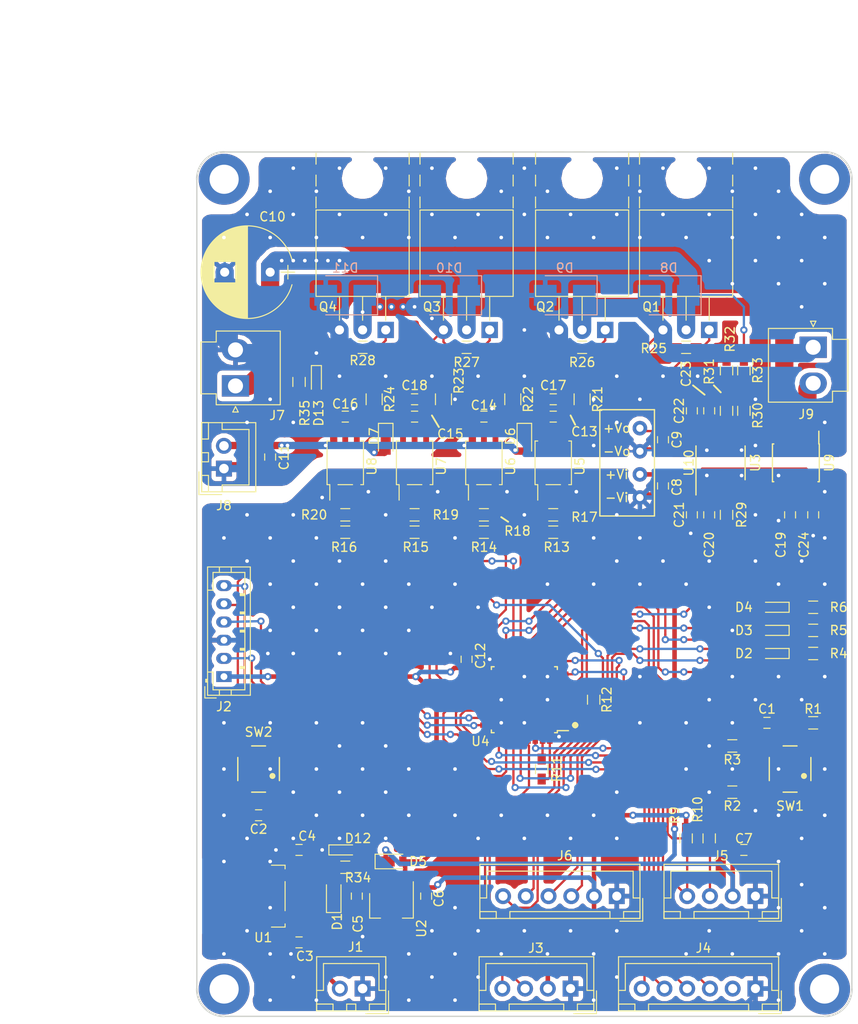
<source format=kicad_pcb>
(kicad_pcb (version 20171130) (host pcbnew "(5.0.2)-1")
  (title_block (title "SpindleMD ver2"))
  (layers (0 F.Cu signal) (31 B.Cu signal) (34 B.Paste user) (35 F.Paste user) (36 B.SilkS user) (37 F.SilkS user) (38 B.Mask user) (39 F.Mask user) (44 Edge.Cuts user))
  (net 0 "")
  (net 1 "Net-(C1-Pad1)")
  (net 2 "Net-(C1-Pad2)")
  (net 3 GND)
  (net 4 /MCU/NRST)
  (net 5 "Net-(C3-Pad1)")
  (net 6 +5V)
  (net 7 +3V3)
  (net 8 GNDPWR)
  (net 9 +5VA)
  (net 10 VDD)
  (net 11 +12V)
  (net 12 /H-Bridge/AOUT)
  (net 13 "Net-(C13-Pad1)")
  (net 14 /H-Bridge/BOUT)
  (net 15 "Net-(C15-Pad1)")
  (net 16 "Net-(C19-Pad1)")
  (net 17 "Net-(C20-Pad2)")
  (net 18 "Net-(C23-Pad2)")
  (net 19 "Net-(D2-Pad1)")
  (net 20 /MCU/LED3)
  (net 21 "Net-(D3-Pad1)")
  (net 22 /MCU/LED2)
  (net 23 /MCU/LED1)
  (net 24 "Net-(D4-Pad1)")
  (net 25 "Net-(D12-Pad2)")
  (net 26 "Net-(D13-Pad2)")
  (net 27 /MCU/SWO)
  (net 28 /MCU/SWDIO)
  (net 29 /MCU/SWCLK)
  (net 30 /MCU/UART_TX)
  (net 31 /MCU/UART_RX)
  (net 32 /MCU/SD_Monitor)
  (net 33 /MCU/SHUTDOWN)
  (net 34 /MCU/I2C_SCL)
  (net 35 /MCU/I2C_SDA)
  (net 36 /MCU/RE_B)
  (net 37 /MCU/RE_A)
  (net 38 /MCU/GPIO_1)
  (net 39 /MCU/GPIO_2)
  (net 40 /MCU/GPIO_3)
  (net 41 /MCU/GPIO_4)
  (net 42 /CurrentSensing/IP+)
  (net 43 "Net-(Q1-Pad1)")
  (net 44 "Net-(Q2-Pad1)")
  (net 45 "Net-(Q3-Pad1)")
  (net 46 "Net-(Q4-Pad1)")
  (net 47 /MCU/USER_BUTTON)
  (net 48 "Net-(R11-Pad2)")
  (net 49 /H-Bridge/GATE_AP)
  (net 50 "Net-(R13-Pad1)")
  (net 51 "Net-(R14-Pad1)")
  (net 52 /H-Bridge/GATE_AN)
  (net 53 /H-Bridge/GATE_BP)
  (net 54 "Net-(R15-Pad1)")
  (net 55 "Net-(R16-Pad1)")
  (net 56 /H-Bridge/GATE_BN)
  (net 57 "Net-(R21-Pad2)")
  (net 58 "Net-(R22-Pad2)")
  (net 59 "Net-(R23-Pad2)")
  (net 60 "Net-(R24-Pad2)")
  (net 61 "Net-(R29-Pad1)")
  (net 62 "Net-(R30-Pad2)")
  (net 63 "Net-(R30-Pad1)")
  (net 64 "Net-(R31-Pad1)")
  (net 65 /VoltageSensing/VOUT)
  (net 66 /MCU/I_SENSE)
  (net 67 "Net-(U10-Pad12)")
  (module TO_SOT_Packages_SMD:TO-252-2_Rectifier (layer F.Cu) (at 71.425 134.29 180)
    (fp_text reference U1 (at 0.127 -4.55 180) (layer F.SilkS))
    (fp_text value L7805)
    (pad 1 smd rect (at -4.575 -2.3 90) (size 2 3.5) (layers F.Cu F.Paste F.Mask) (net 5 "Net-(C3-Pad1)"))
    (pad 3 smd rect (at -4.575 2.28 90) (size 2 3.5) (layers F.Cu F.Paste F.Mask) (net 6 +5V))
    (pad 2 smd rect (at 2.825 0 90) (size 7 7) (layers F.Cu F.Paste F.Mask) (net 3 GND))
  )
  (module Mounting_Holes:MountingHole_3.2mm_M3_DIN965_Pad (layer F.Cu) (at 133 144.5)
    (fp_text reference REF** hide)
    (fp_text value MountingHole_3.2mm_M3_DIN965_Pad)
    (pad 1 thru_hole circle (at 0 0) (size 5.6 5.6) (drill 3.2) (layers *.Cu *.Mask))
  )
  (module Mounting_Holes:MountingHole_3.2mm_M3_DIN965_Pad (layer F.Cu) (at 133 55.5)
    (fp_text reference REF** hide)
    (fp_text value MountingHole_3.2mm_M3_DIN965_Pad)
    (pad 1 thru_hole circle (at 0 0) (size 5.6 5.6) (drill 3.2) (layers *.Cu *.Mask))
  )
  (module Capacitors_THT:CP_Radial_D10.0mm_P5.00mm (layer F.Cu) (at 72.06 65.71 180)
    (fp_text reference C10 (at -0.254 6.096 180) (layer F.SilkS))
    (fp_text value 100u)
    (pad 2 thru_hole circle (at 5 0 180) (size 2 2) (drill 1) (layers *.Cu *.Mask) (net 8 GNDPWR))
    (pad 1 thru_hole rect (at 0 0 180) (size 2 2) (drill 1) (layers *.Cu *.Mask) (net 10 VDD))
  )
  (module Capacitors_SMD:C_0603_HandSoldering (layer F.Cu) (at 72.06 86.03 270)
    (fp_text reference C11 (at 0 -1.524 270) (layer F.SilkS))
    (fp_text value 10u)
    (pad 2 smd rect (at 0.95 0 270) (size 1.2 0.75) (layers F.Cu F.Paste F.Mask) (net 8 GNDPWR))
    (pad 1 smd rect (at -0.95 0 270) (size 1.2 0.75) (layers F.Cu F.Paste F.Mask) (net 11 +12V))
  )
  (module Capacitors_SMD:C_0603_HandSoldering (layer F.Cu) (at 93.65 108.255 270)
    (fp_text reference C12 (at -0.381 -1.524 270) (layer F.SilkS))
    (fp_text value 0.1u)
    (pad 2 smd rect (at 0.95 0 270) (size 1.2 0.75) (layers F.Cu F.Paste F.Mask) (net 7 +3V3))
    (pad 1 smd rect (at -0.95 0 270) (size 1.2 0.75) (layers F.Cu F.Paste F.Mask) (net 3 GND))
  )
  (module Capacitors_SMD:C_0603_HandSoldering (layer F.Cu) (at 103.175 81.585)
    (fp_text reference C13 (at 3.429 1.651) (layer F.SilkS))
    (fp_text value 0.1u)
    (pad 1 smd rect (at -0.95 0) (size 1.2 0.75) (layers F.Cu F.Paste F.Mask) (net 13 "Net-(C13-Pad1)"))
    (pad 2 smd rect (at 0.95 0) (size 1.2 0.75) (layers F.Cu F.Paste F.Mask) (net 12 /H-Bridge/AOUT))
  )
  (module Capacitors_SMD:C_0603_HandSoldering (layer F.Cu) (at 95.555 81.585)
    (fp_text reference C14 (at 0 -1.25) (layer F.SilkS))
    (fp_text value 0.1u)
    (pad 2 smd rect (at 0.95 0) (size 1.2 0.75) (layers F.Cu F.Paste F.Mask) (net 8 GNDPWR))
    (pad 1 smd rect (at -0.95 0) (size 1.2 0.75) (layers F.Cu F.Paste F.Mask) (net 11 +12V))
  )
  (module Capacitors_SMD:C_0603_HandSoldering (layer F.Cu) (at 87.935 81.585)
    (fp_text reference C15 (at 3.937 1.905) (layer F.SilkS))
    (fp_text value 0.1u)
    (pad 2 smd rect (at 0.95 0) (size 1.2 0.75) (layers F.Cu F.Paste F.Mask) (net 14 /H-Bridge/BOUT))
    (pad 1 smd rect (at -0.95 0) (size 1.2 0.75) (layers F.Cu F.Paste F.Mask) (net 15 "Net-(C15-Pad1)"))
  )
  (module Capacitors_SMD:C_0603_HandSoldering (layer F.Cu) (at 80.315 81.585)
    (fp_text reference C16 (at 0 -1.397) (layer F.SilkS))
    (fp_text value 0.1u)
    (pad 1 smd rect (at -0.95 0) (size 1.2 0.75) (layers F.Cu F.Paste F.Mask) (net 11 +12V))
    (pad 2 smd rect (at 0.95 0) (size 1.2 0.75) (layers F.Cu F.Paste F.Mask) (net 8 GNDPWR))
  )
  (module Capacitors_SMD:C_0603_HandSoldering (layer F.Cu) (at 103.175 79.68)
    (fp_text reference C17 (at 0 -1.524) (layer F.SilkS))
    (fp_text value 10u)
    (pad 1 smd rect (at -0.95 0) (size 1.2 0.75) (layers F.Cu F.Paste F.Mask) (net 13 "Net-(C13-Pad1)"))
    (pad 2 smd rect (at 0.95 0) (size 1.2 0.75) (layers F.Cu F.Paste F.Mask) (net 12 /H-Bridge/AOUT))
  )
  (module Capacitors_SMD:C_0603_HandSoldering (layer F.Cu) (at 87.935 79.68)
    (fp_text reference C18 (at 0 -1.524) (layer F.SilkS))
    (fp_text value 10u)
    (pad 2 smd rect (at 0.95 0) (size 1.2 0.75) (layers F.Cu F.Paste F.Mask) (net 14 /H-Bridge/BOUT))
    (pad 1 smd rect (at -0.95 0) (size 1.2 0.75) (layers F.Cu F.Paste F.Mask) (net 15 "Net-(C15-Pad1)"))
  )
  (module Capacitors_SMD:C_0603_HandSoldering (layer F.Cu) (at 129.21 92.38 270)
    (fp_text reference C19 (at 3.302 1.016 270) (layer F.SilkS))
    (fp_text value 10n)
    (pad 1 smd rect (at -0.95 0 270) (size 1.2 0.75) (layers F.Cu F.Paste F.Mask) (net 16 "Net-(C19-Pad1)"))
    (pad 2 smd rect (at 0.95 0 270) (size 1.2 0.75) (layers F.Cu F.Paste F.Mask) (net 3 GND))
  )
  (module Capacitors_SMD:C_0603_HandSoldering (layer F.Cu) (at 120.32 92.38 90)
    (fp_text reference C20 (at -3.302 0 90) (layer F.SilkS))
    (fp_text value 1u)
    (pad 2 smd rect (at 0.95 0 90) (size 1.2 0.75) (layers F.Cu F.Paste F.Mask) (net 17 "Net-(C20-Pad2)"))
    (pad 1 smd rect (at -0.95 0 90) (size 1.2 0.75) (layers F.Cu F.Paste F.Mask) (net 3 GND))
  )
  (module Capacitors_SMD:C_0603_HandSoldering (layer F.Cu) (at 118.415 92.38 90)
    (fp_text reference C21 (at 0 -1.397 90) (layer F.SilkS))
    (fp_text value 1u)
    (pad 2 smd rect (at 0.95 0 90) (size 1.2 0.75) (layers F.Cu F.Paste F.Mask) (net 6 +5V))
    (pad 1 smd rect (at -0.95 0 90) (size 1.2 0.75) (layers F.Cu F.Paste F.Mask) (net 3 GND))
  )
  (module Capacitors_SMD:C_0603_HandSoldering (layer F.Cu) (at 118.415 80.95 270)
    (fp_text reference C22 (at 0 1.397 270) (layer F.SilkS))
    (fp_text value 1u)
    (pad 1 smd rect (at -0.95 0 270) (size 1.2 0.75) (layers F.Cu F.Paste F.Mask) (net 8 GNDPWR))
    (pad 2 smd rect (at 0.95 0 270) (size 1.2 0.75) (layers F.Cu F.Paste F.Mask) (net 9 +5VA))
  )
  (module Capacitors_SMD:C_0603_HandSoldering (layer F.Cu) (at 120.32 80.95 270)
    (fp_text reference C23 (at -4.064 2.54 270) (layer F.SilkS))
    (fp_text value 1u)
    (pad 1 smd rect (at -0.95 0 270) (size 1.2 0.75) (layers F.Cu F.Paste F.Mask) (net 8 GNDPWR))
    (pad 2 smd rect (at 0.95 0 270) (size 1.2 0.75) (layers F.Cu F.Paste F.Mask) (net 18 "Net-(C23-Pad2)"))
  )
  (module Diodes_SMD:D_TUMD2 (layer F.Cu) (at 79.045 134.29 90)
    (fp_text reference D1 (at -2.794 0.381 90) (layer F.SilkS))
    (fp_text value D_Small)
    (pad 1 smd rect (at -0.65 0 270) (size 2 1.1) (layers F.Cu F.Paste F.Mask) (net 5 "Net-(C3-Pad1)"))
    (pad 2 smd rect (at 1.25 0 270) (size 0.8 1.1) (layers F.Cu F.Paste F.Mask) (net 6 +5V))
  )
  (module LEDs:LED_0603_HandSoldering (layer F.Cu) (at 127.305 107.62 180)
    (fp_text reference D2 (at 3.175 0 180) (layer F.SilkS))
    (fp_text value LED3)
    (pad 2 smd rect (at 1.1 0 180) (size 1.2 0.9) (layers F.Cu F.Paste F.Mask) (net 20 /MCU/LED3))
    (pad 1 smd rect (at -1.1 0 180) (size 1.2 0.9) (layers F.Cu F.Paste F.Mask) (net 19 "Net-(D2-Pad1)"))
  )
  (module LEDs:LED_0603_HandSoldering (layer F.Cu) (at 127.305 105.08 180)
    (fp_text reference D3 (at 3.175 0 180) (layer F.SilkS))
    (fp_text value LED2)
    (pad 2 smd rect (at 1.1 0 180) (size 1.2 0.9) (layers F.Cu F.Paste F.Mask) (net 22 /MCU/LED2))
    (pad 1 smd rect (at -1.1 0 180) (size 1.2 0.9) (layers F.Cu F.Paste F.Mask) (net 21 "Net-(D3-Pad1)"))
  )
  (module LEDs:LED_0603_HandSoldering (layer F.Cu) (at 127.305 102.54 180)
    (fp_text reference D4 (at 3.175 0 180) (layer F.SilkS))
    (fp_text value LED1)
    (pad 1 smd rect (at -1.1 0 180) (size 1.2 0.9) (layers F.Cu F.Paste F.Mask) (net 24 "Net-(D4-Pad1)"))
    (pad 2 smd rect (at 1.1 0 180) (size 1.2 0.9) (layers F.Cu F.Paste F.Mask) (net 23 /MCU/LED1))
  )
  (module Diodes_SMD:D_TUMD2 (layer F.Cu) (at 85.395 130.48)
    (fp_text reference D5 (at 2.921 0) (layer F.SilkS))
    (fp_text value D_Small)
    (pad 2 smd rect (at 1.25 0 180) (size 0.8 1.1) (layers F.Cu F.Paste F.Mask) (net 7 +3V3))
    (pad 1 smd rect (at -0.65 0 180) (size 2 1.1) (layers F.Cu F.Paste F.Mask) (net 6 +5V))
  )
  (module Diodes_SMD:D_TUMD2 (layer F.Cu) (at 100 84.125 270)
    (fp_text reference D6 (at -0.381 1.524 270) (layer F.SilkS))
    (fp_text value D)
    (pad 2 smd rect (at 1.25 0 90) (size 0.8 1.1) (layers F.Cu F.Paste F.Mask) (net 11 +12V))
    (pad 1 smd rect (at -0.65 0 90) (size 2 1.1) (layers F.Cu F.Paste F.Mask) (net 13 "Net-(C13-Pad1)"))
  )
  (module Diodes_SMD:D_TUMD2 (layer F.Cu) (at 84.76 84.125 270)
    (fp_text reference D7 (at -0.381 1.27 270) (layer F.SilkS))
    (fp_text value D)
    (pad 2 smd rect (at 1.25 0 90) (size 0.8 1.1) (layers F.Cu F.Paste F.Mask) (net 11 +12V))
    (pad 1 smd rect (at -0.65 0 90) (size 2 1.1) (layers F.Cu F.Paste F.Mask) (net 15 "Net-(C15-Pad1)"))
  )
  (module Diodes_SMD:D_SMB (layer B.Cu) (at 115.875 68.25 180)
    (fp_text reference D8 (at 0 3 180) (layer B.SilkS) (effects (justify mirror)))
    (fp_text value D)
    (pad 2 smd rect (at 2.15 0 180) (size 2.5 2.3) (layers B.Cu B.Paste B.Mask) (net 12 /H-Bridge/AOUT))
    (pad 1 smd rect (at -2.15 0 180) (size 2.5 2.3) (layers B.Cu B.Paste B.Mask) (net 10 VDD))
  )
  (module Diodes_SMD:D_SMB (layer B.Cu) (at 104.445 68.25 180)
    (fp_text reference D9 (at 0 3 180) (layer B.SilkS) (effects (justify mirror)))
    (fp_text value D)
    (pad 1 smd rect (at -2.15 0 180) (size 2.5 2.3) (layers B.Cu B.Paste B.Mask) (net 12 /H-Bridge/AOUT))
    (pad 2 smd rect (at 2.15 0 180) (size 2.5 2.3) (layers B.Cu B.Paste B.Mask) (net 8 GNDPWR))
  )
  (module Diodes_SMD:D_SMB (layer B.Cu) (at 91.745 68.25 180)
    (fp_text reference D10 (at 0 3 180) (layer B.SilkS) (effects (justify mirror)))
    (fp_text value D)
    (pad 1 smd rect (at -2.15 0 180) (size 2.5 2.3) (layers B.Cu B.Paste B.Mask) (net 10 VDD))
    (pad 2 smd rect (at 2.15 0 180) (size 2.5 2.3) (layers B.Cu B.Paste B.Mask) (net 14 /H-Bridge/BOUT))
  )
  (module Diodes_SMD:D_SMB (layer B.Cu) (at 80.315 68.25 180)
    (fp_text reference D11 (at 0 3 180) (layer B.SilkS) (effects (justify mirror)))
    (fp_text value D)
    (pad 2 smd rect (at 2.15 0 180) (size 2.5 2.3) (layers B.Cu B.Paste B.Mask) (net 8 GNDPWR))
    (pad 1 smd rect (at -2.15 0 180) (size 2.5 2.3) (layers B.Cu B.Paste B.Mask) (net 14 /H-Bridge/BOUT))
  )
  (module LEDs:LED_0603_HandSoldering (layer F.Cu) (at 80.315 129.21)
    (fp_text reference D12 (at 1.397 -1.27) (layer F.SilkS))
    (fp_text value LED_LogicPower)
    (pad 1 smd rect (at -1.1 0) (size 1.2 0.9) (layers F.Cu F.Paste F.Mask) (net 3 GND))
    (pad 2 smd rect (at 1.1 0) (size 1.2 0.9) (layers F.Cu F.Paste F.Mask) (net 25 "Net-(D12-Pad2)"))
  )
  (module LEDs:LED_0603_HandSoldering (layer F.Cu) (at 77.14 77.775 270)
    (fp_text reference D13 (at 3.429 -0.254 270) (layer F.SilkS))
    (fp_text value LED_MotorPower)
    (pad 2 smd rect (at 1.1 0 270) (size 1.2 0.9) (layers F.Cu F.Paste F.Mask) (net 26 "Net-(D13-Pad2)"))
    (pad 1 smd rect (at -1.1 0 270) (size 1.2 0.9) (layers F.Cu F.Paste F.Mask) (net 8 GNDPWR))
  )
  (module Connectors_JST:JST_XH_B02B-XH-A_02x2.50mm_Straight (layer F.Cu) (at 82.22 144.45 180)
    (fp_text reference J1 (at 0.762 4.572 180) (layer F.SilkS))
    (fp_text value Conn_LogicPower)
    (pad 1 thru_hole rect (at 0 0 180) (size 1.75 1.75) (drill 1.05) (layers *.Cu *.Mask) (net 3 GND))
    (pad 2 thru_hole circle (at 2.5 0 180) (size 1.75 1.75) (drill 1.05) (layers *.Cu *.Mask) (net 5 "Net-(C3-Pad1)"))
  )
  (module Connectors_JST:JST_XH_B04B-XH-A_04x2.50mm_Straight (layer F.Cu) (at 105.08 144.45 180)
    (fp_text reference J3 (at 3.81 4.445 180) (layer F.SilkS))
    (fp_text value Conn_UART)
    (pad 4 thru_hole circle (at 7.5 0 180) (size 1.75 1.75) (drill 1) (layers *.Cu *.Mask) (net 31 /MCU/UART_RX))
    (pad 3 thru_hole circle (at 5 0 180) (size 1.75 1.75) (drill 1) (layers *.Cu *.Mask) (net 30 /MCU/UART_TX))
    (pad 2 thru_hole circle (at 2.5 0 180) (size 1.75 1.75) (drill 1) (layers *.Cu *.Mask) (net 7 +3V3))
    (pad 1 thru_hole rect (at 0 0 180) (size 1.75 1.75) (drill 1) (layers *.Cu *.Mask) (net 3 GND))
  )
  (module Connectors_JST:JST_XH_B06B-XH-A_06x2.50mm_Straight (layer F.Cu) (at 125.4 144.45 180)
    (fp_text reference J4 (at 5.715 4.445 180) (layer F.SilkS))
    (fp_text value Conn_I2C)
    (pad 1 thru_hole rect (at 0 0 180) (size 1.75 1.75) (drill 1) (layers *.Cu *.Mask) (net 3 GND))
    (pad 2 thru_hole circle (at 2.5 0 180) (size 1.75 1.75) (drill 1) (layers *.Cu *.Mask))
    (pad 3 thru_hole circle (at 5 0 180) (size 1.75 1.75) (drill 1) (layers *.Cu *.Mask) (net 35 /MCU/I2C_SDA))
    (pad 4 thru_hole circle (at 7.5 0 180) (size 1.75 1.75) (drill 1) (layers *.Cu *.Mask) (net 34 /MCU/I2C_SCL))
    (pad 5 thru_hole circle (at 10 0 180) (size 1.75 1.75) (drill 1) (layers *.Cu *.Mask) (net 33 /MCU/SHUTDOWN))
    (pad 6 thru_hole circle (at 12.5 0 180) (size 1.75 1.75) (drill 1) (layers *.Cu *.Mask) (net 32 /MCU/SD_Monitor))
  )
  (module Connectors_JST:JST_XH_B04B-XH-A_04x2.50mm_Straight (layer F.Cu) (at 125.4 134.29 180)
    (fp_text reference J5 (at 3.81 4.445 180) (layer F.SilkS))
    (fp_text value Conn_Encoder)
    (pad 1 thru_hole rect (at 0 0 180) (size 1.75 1.75) (drill 1) (layers *.Cu *.Mask) (net 3 GND))
    (pad 2 thru_hole circle (at 2.5 0 180) (size 1.75 1.75) (drill 1) (layers *.Cu *.Mask) (net 6 +5V))
    (pad 3 thru_hole circle (at 5 0 180) (size 1.75 1.75) (drill 1) (layers *.Cu *.Mask) (net 37 /MCU/RE_A))
    (pad 4 thru_hole circle (at 7.5 0 180) (size 1.75 1.75) (drill 1) (layers *.Cu *.Mask) (net 36 /MCU/RE_B))
  )
  (module Connectors_JST:JST_XH_B06B-XH-A_06x2.50mm_Straight (layer F.Cu) (at 110.16 134.29 180)
    (fp_text reference J6 (at 5.715 4.445 180) (layer F.SilkS))
    (fp_text value Conn_GPIO)
    (pad 1 thru_hole rect (at 0 0 180) (size 1.75 1.75) (drill 1) (layers *.Cu *.Mask) (net 3 GND))
    (pad 2 thru_hole circle (at 2.5 0 180) (size 1.75 1.75) (drill 1) (layers *.Cu *.Mask) (net 7 +3V3))
    (pad 3 thru_hole circle (at 5 0 180) (size 1.75 1.75) (drill 1) (layers *.Cu *.Mask) (net 38 /MCU/GPIO_1))
    (pad 4 thru_hole circle (at 7.5 0 180) (size 1.75 1.75) (drill 1) (layers *.Cu *.Mask) (net 39 /MCU/GPIO_2))
    (pad 5 thru_hole circle (at 10 0 180) (size 1.75 1.75) (drill 1) (layers *.Cu *.Mask) (net 40 /MCU/GPIO_3))
    (pad 6 thru_hole circle (at 12.5 0 180) (size 1.75 1.75) (drill 1) (layers *.Cu *.Mask) (net 41 /MCU/GPIO_4))
  )
  (module Connectors_JST:JST_VH_B2P-VH-B_2x3.96mm_Vertical (layer F.Cu) (at 68.25 78.21 90)
    (fp_text reference J7 (at -3.248 4.572 180) (layer F.SilkS))
    (fp_text value Conn_MotorPower)
    (pad 2 thru_hole oval (at 3.96 0 90) (size 2.35 3) (drill 1.65) (layers *.Cu *.Mask) (net 8 GNDPWR))
    (pad 1 thru_hole rect (at 0 0 90) (size 2.35 3) (drill 1.65) (layers *.Cu *.Mask) (net 10 VDD))
  )
  (module Connectors_JST:JST_XH_B02B-XH-A_02x2.50mm_Straight (layer F.Cu) (at 66.98 87.3 90)
    (fp_text reference J8 (at -4.064 0 180) (layer F.SilkS))
    (fp_text value Conn_drivePower)
    (pad 2 thru_hole circle (at 2.5 0 90) (size 1.75 1.75) (drill 1.05) (layers *.Cu *.Mask) (net 11 +12V))
    (pad 1 thru_hole rect (at 0 0 90) (size 1.75 1.75) (drill 1.05) (layers *.Cu *.Mask) (net 8 GNDPWR))
  )
  (module Connectors_JST:JST_VH_B2P-VH-B_2x3.96mm_Vertical (layer F.Cu) (at 131.75 73.965 270)
    (fp_text reference J9 (at 7.366 0.762) (layer F.SilkS))
    (fp_text value Conn_Motor)
    (pad 2 thru_hole oval (at 3.96 0 270) (size 2.35 3) (drill 1.65) (layers *.Cu *.Mask) (net 42 /CurrentSensing/IP+))
    (pad 1 thru_hole rect (at 0 0 270) (size 2.35 3) (drill 1.65) (layers *.Cu *.Mask) (net 12 /H-Bridge/AOUT))
  )
  (module TO_SOT_Packages_THT:TO-220-3_Horizontal_Reversed (layer F.Cu) (at 120.32 72.06 180)
    (fp_text reference Q1 (at 6.35 2.54 180) (layer F.SilkS))
    (fp_text value Q_NMOS_GDS)
    (pad 0 np_thru_hole oval (at 2.54 16.66 180) (size 3.5 3.5) (drill 3.5) (layers *.Cu *.Mask))
    (pad 1 thru_hole rect (at 0 0 180) (size 1.8 1.8) (drill 1) (layers *.Cu *.Mask) (net 43 "Net-(Q1-Pad1)"))
    (pad 2 thru_hole oval (at 2.54 0 180) (size 1.8 1.8) (drill 1) (layers *.Cu *.Mask) (net 10 VDD))
    (pad 3 thru_hole oval (at 5.08 0 180) (size 1.8 1.8) (drill 1) (layers *.Cu *.Mask) (net 12 /H-Bridge/AOUT))
  )
  (module TO_SOT_Packages_THT:TO-220-3_Horizontal_Reversed (layer F.Cu) (at 108.89 72.06 180)
    (fp_text reference Q2 (at 6.604 2.54 180) (layer F.SilkS))
    (fp_text value Q_NMOS_GDS)
    (pad 3 thru_hole oval (at 5.08 0 180) (size 1.8 1.8) (drill 1) (layers *.Cu *.Mask) (net 8 GNDPWR))
    (pad 2 thru_hole oval (at 2.54 0 180) (size 1.8 1.8) (drill 1) (layers *.Cu *.Mask) (net 12 /H-Bridge/AOUT))
    (pad 1 thru_hole rect (at 0 0 180) (size 1.8 1.8) (drill 1) (layers *.Cu *.Mask) (net 44 "Net-(Q2-Pad1)"))
    (pad 0 np_thru_hole oval (at 2.54 16.66 180) (size 3.5 3.5) (drill 3.5) (layers *.Cu *.Mask))
  )
  (module TO_SOT_Packages_THT:TO-220-3_Horizontal_Reversed (layer F.Cu) (at 96.19 72.06 180)
    (fp_text reference Q3 (at 6.35 2.54 180) (layer F.SilkS))
    (fp_text value Q_NMOS_GDS)
    (pad 3 thru_hole oval (at 5.08 0 180) (size 1.8 1.8) (drill 1) (layers *.Cu *.Mask) (net 14 /H-Bridge/BOUT))
    (pad 2 thru_hole oval (at 2.54 0 180) (size 1.8 1.8) (drill 1) (layers *.Cu *.Mask) (net 10 VDD))
    (pad 1 thru_hole rect (at 0 0 180) (size 1.8 1.8) (drill 1) (layers *.Cu *.Mask) (net 45 "Net-(Q3-Pad1)"))
    (pad 0 np_thru_hole oval (at 2.54 16.66 180) (size 3.5 3.5) (drill 3.5) (layers *.Cu *.Mask))
  )
  (module TO_SOT_Packages_THT:TO-220-3_Horizontal_Reversed (layer F.Cu) (at 84.76 72.06 180)
    (fp_text reference Q4 (at 6.35 2.54 180) (layer F.SilkS))
    (fp_text value Q_NMOS_GDS)
    (pad 0 np_thru_hole oval (at 2.54 16.66 180) (size 3.5 3.5) (drill 3.5) (layers *.Cu *.Mask))
    (pad 1 thru_hole rect (at 0 0 180) (size 1.8 1.8) (drill 1) (layers *.Cu *.Mask) (net 46 "Net-(Q4-Pad1)"))
    (pad 2 thru_hole oval (at 2.54 0 180) (size 1.8 1.8) (drill 1) (layers *.Cu *.Mask) (net 14 /H-Bridge/BOUT))
    (pad 3 thru_hole oval (at 5.08 0 180) (size 1.8 1.8) (drill 1) (layers *.Cu *.Mask) (net 8 GNDPWR))
  )
  (module Resistors_SMD:R_0603_HandSoldering (layer F.Cu) (at 131.75 115.24 180)
    (fp_text reference R1 (at 0 1.524 180) (layer F.SilkS))
    (fp_text value 100)
    (pad 1 smd rect (at -1.1 0 180) (size 1.2 0.9) (layers F.Cu F.Paste F.Mask) (net 7 +3V3))
    (pad 2 smd rect (at 1.1 0 180) (size 1.2 0.9) (layers F.Cu F.Paste F.Mask) (net 1 "Net-(C1-Pad1)"))
  )
  (module Resistors_SMD:R_0603_HandSoldering (layer F.Cu) (at 122.86 122.86 180)
    (fp_text reference R2 (at 0 -1.524 180) (layer F.SilkS))
    (fp_text value 10k)
    (pad 2 smd rect (at 1.1 0 180) (size 1.2 0.9) (layers F.Cu F.Paste F.Mask) (net 3 GND))
    (pad 1 smd rect (at -1.1 0 180) (size 1.2 0.9) (layers F.Cu F.Paste F.Mask) (net 2 "Net-(C1-Pad2)"))
  )
  (module Resistors_SMD:R_0603_HandSoldering (layer F.Cu) (at 122.86 117.78)
    (fp_text reference R3 (at 0 1.524) (layer F.SilkS))
    (fp_text value 470)
    (pad 1 smd rect (at -1.1 0) (size 1.2 0.9) (layers F.Cu F.Paste F.Mask) (net 47 /MCU/USER_BUTTON))
    (pad 2 smd rect (at 1.1 0) (size 1.2 0.9) (layers F.Cu F.Paste F.Mask) (net 2 "Net-(C1-Pad2)"))
  )
  (module Resistors_SMD:R_0603_HandSoldering (layer F.Cu) (at 131.75 107.62)
    (fp_text reference R4 (at 2.794 0) (layer F.SilkS))
    (fp_text value 1k)
    (pad 2 smd rect (at 1.1 0) (size 1.2 0.9) (layers F.Cu F.Paste F.Mask) (net 3 GND))
    (pad 1 smd rect (at -1.1 0) (size 1.2 0.9) (layers F.Cu F.Paste F.Mask) (net 19 "Net-(D2-Pad1)"))
  )
  (module Resistors_SMD:R_0603_HandSoldering (layer F.Cu) (at 131.75 105.08)
    (fp_text reference R5 (at 2.794 0) (layer F.SilkS))
    (fp_text value 1k)
    (pad 2 smd rect (at 1.1 0) (size 1.2 0.9) (layers F.Cu F.Paste F.Mask) (net 3 GND))
    (pad 1 smd rect (at -1.1 0) (size 1.2 0.9) (layers F.Cu F.Paste F.Mask) (net 21 "Net-(D3-Pad1)"))
  )
  (module Resistors_SMD:R_0603_HandSoldering (layer F.Cu) (at 131.75 102.54)
    (fp_text reference R6 (at 2.794 0) (layer F.SilkS))
    (fp_text value 1k)
    (pad 2 smd rect (at 1.1 0) (size 1.2 0.9) (layers F.Cu F.Paste F.Mask) (net 3 GND))
    (pad 1 smd rect (at -1.1 0) (size 1.2 0.9) (layers F.Cu F.Paste F.Mask) (net 24 "Net-(D4-Pad1)"))
  )
  (module Resistors_SMD:R_0603_HandSoldering (layer F.Cu) (at 117.78 127.94 90)
    (fp_text reference R9 (at 2.54 -1.27 90) (layer F.SilkS))
    (fp_text value 10k)
    (pad 2 smd rect (at 1.1 0 90) (size 1.2 0.9) (layers F.Cu F.Paste F.Mask) (net 7 +3V3))
    (pad 1 smd rect (at -1.1 0 90) (size 1.2 0.9) (layers F.Cu F.Paste F.Mask) (net 36 /MCU/RE_B))
  )
  (module Resistors_SMD:R_0603_HandSoldering (layer F.Cu) (at 120.32 127.94 90)
    (fp_text reference R10 (at 3.175 -1.27 90) (layer F.SilkS))
    (fp_text value 10k)
    (pad 2 smd rect (at 1.1 0 90) (size 1.2 0.9) (layers F.Cu F.Paste F.Mask) (net 7 +3V3))
    (pad 1 smd rect (at -1.1 0 90) (size 1.2 0.9) (layers F.Cu F.Paste F.Mask) (net 37 /MCU/RE_A))
  )
  (module Resistors_SMD:R_0603_HandSoldering (layer F.Cu) (at 101.905 120.32 90)
    (fp_text reference R11 (at 0 1.651 90) (layer F.SilkS))
    (fp_text value 10k)
    (pad 1 smd rect (at -1.1 0 90) (size 1.2 0.9) (layers F.Cu F.Paste F.Mask) (net 3 GND))
    (pad 2 smd rect (at 1.1 0 90) (size 1.2 0.9) (layers F.Cu F.Paste F.Mask) (net 48 "Net-(R11-Pad2)"))
  )
  (module Resistors_SMD:R_0603_HandSoldering (layer F.Cu) (at 107.62 112.7 270)
    (fp_text reference R12 (at 0 -1.45 270) (layer F.SilkS))
    (fp_text value 10k)
    (pad 2 smd rect (at 1.1 0 270) (size 1.2 0.9) (layers F.Cu F.Paste F.Mask) (net 4 /MCU/NRST))
    (pad 1 smd rect (at -1.1 0 270) (size 1.2 0.9) (layers F.Cu F.Paste F.Mask) (net 7 +3V3))
  )
  (module Resistors_SMD:R_0603_HandSoldering (layer F.Cu) (at 103.175 94.285)
    (fp_text reference R13 (at 0.381 1.651) (layer F.SilkS))
    (fp_text value 200)
    (pad 1 smd rect (at -1.1 0) (size 1.2 0.9) (layers F.Cu F.Paste F.Mask) (net 50 "Net-(R13-Pad1)"))
    (pad 2 smd rect (at 1.1 0) (size 1.2 0.9) (layers F.Cu F.Paste F.Mask) (net 49 /H-Bridge/GATE_AP))
  )
  (module Resistors_SMD:R_0603_HandSoldering (layer F.Cu) (at 95.555 94.285)
    (fp_text reference R14 (at 0 1.651) (layer F.SilkS))
    (fp_text value 200)
    (pad 2 smd rect (at 1.1 0) (size 1.2 0.9) (layers F.Cu F.Paste F.Mask) (net 52 /H-Bridge/GATE_AN))
    (pad 1 smd rect (at -1.1 0) (size 1.2 0.9) (layers F.Cu F.Paste F.Mask) (net 51 "Net-(R14-Pad1)"))
  )
  (module Resistors_SMD:R_0603_HandSoldering (layer F.Cu) (at 87.935 94.285)
    (fp_text reference R15 (at 0.127 1.651) (layer F.SilkS))
    (fp_text value 200)
    (pad 1 smd rect (at -1.1 0) (size 1.2 0.9) (layers F.Cu F.Paste F.Mask) (net 54 "Net-(R15-Pad1)"))
    (pad 2 smd rect (at 1.1 0) (size 1.2 0.9) (layers F.Cu F.Paste F.Mask) (net 53 /H-Bridge/GATE_BP))
  )
  (module Resistors_SMD:R_0603_HandSoldering (layer F.Cu) (at 80.315 94.285)
    (fp_text reference R16 (at -0.127 1.651) (layer F.SilkS))
    (fp_text value 200)
    (pad 2 smd rect (at 1.1 0) (size 1.2 0.9) (layers F.Cu F.Paste F.Mask) (net 56 /H-Bridge/GATE_BN))
    (pad 1 smd rect (at -1.1 0) (size 1.2 0.9) (layers F.Cu F.Paste F.Mask) (net 55 "Net-(R16-Pad1)"))
  )
  (module Resistors_SMD:R_0603_HandSoldering (layer F.Cu) (at 103.175 92.38)
    (fp_text reference R17 (at 3.429 0.254) (layer F.SilkS))
    (fp_text value 10k)
    (pad 1 smd rect (at -1.1 0) (size 1.2 0.9) (layers F.Cu F.Paste F.Mask) (net 50 "Net-(R13-Pad1)"))
    (pad 2 smd rect (at 1.1 0) (size 1.2 0.9) (layers F.Cu F.Paste F.Mask) (net 3 GND))
  )
  (module Resistors_SMD:R_0603_HandSoldering (layer F.Cu) (at 95.555 92.38)
    (fp_text reference R18 (at 3.683 1.778) (layer F.SilkS))
    (fp_text value 10k)
    (pad 1 smd rect (at -1.1 0) (size 1.2 0.9) (layers F.Cu F.Paste F.Mask) (net 51 "Net-(R14-Pad1)"))
    (pad 2 smd rect (at 1.1 0) (size 1.2 0.9) (layers F.Cu F.Paste F.Mask) (net 3 GND))
  )
  (module Resistors_SMD:R_0603_HandSoldering (layer F.Cu) (at 87.935 92.38)
    (fp_text reference R19 (at 3.429 0) (layer F.SilkS))
    (fp_text value 10k)
    (pad 1 smd rect (at -1.1 0) (size 1.2 0.9) (layers F.Cu F.Paste F.Mask) (net 54 "Net-(R15-Pad1)"))
    (pad 2 smd rect (at 1.1 0) (size 1.2 0.9) (layers F.Cu F.Paste F.Mask) (net 3 GND))
  )
  (module Resistors_SMD:R_0603_HandSoldering (layer F.Cu) (at 80.315 92.38)
    (fp_text reference R20 (at -3.429 0) (layer F.SilkS))
    (fp_text value 10k)
    (pad 1 smd rect (at -1.1 0) (size 1.2 0.9) (layers F.Cu F.Paste F.Mask) (net 55 "Net-(R16-Pad1)"))
    (pad 2 smd rect (at 1.1 0) (size 1.2 0.9) (layers F.Cu F.Paste F.Mask) (net 3 GND))
  )
  (module Resistors_SMD:R_0805_HandSoldering (layer F.Cu) (at 106.35 79.68 270)
    (fp_text reference R21 (at 0 -1.7 270) (layer F.SilkS))
    (fp_text value 4.7)
    (pad 1 smd rect (at -1.35 0 270) (size 1.5 1.3) (layers F.Cu F.Paste F.Mask) (net 43 "Net-(Q1-Pad1)"))
    (pad 2 smd rect (at 1.35 0 270) (size 1.5 1.3) (layers F.Cu F.Paste F.Mask) (net 57 "Net-(R21-Pad2)"))
  )
  (module Resistors_SMD:R_0805_HandSoldering (layer F.Cu) (at 98.73 79.68 270)
    (fp_text reference R22 (at 0 -1.7 270) (layer F.SilkS))
    (fp_text value 4.7)
    (pad 1 smd rect (at -1.35 0 270) (size 1.5 1.3) (layers F.Cu F.Paste F.Mask) (net 44 "Net-(Q2-Pad1)"))
    (pad 2 smd rect (at 1.35 0 270) (size 1.5 1.3) (layers F.Cu F.Paste F.Mask) (net 58 "Net-(R22-Pad2)"))
  )
  (module Resistors_SMD:R_0805_HandSoldering (layer F.Cu) (at 91.11 79.68 270)
    (fp_text reference R23 (at -2.032 -1.7 270) (layer F.SilkS))
    (fp_text value 4.7)
    (pad 1 smd rect (at -1.35 0 270) (size 1.5 1.3) (layers F.Cu F.Paste F.Mask) (net 45 "Net-(Q3-Pad1)"))
    (pad 2 smd rect (at 1.35 0 270) (size 1.5 1.3) (layers F.Cu F.Paste F.Mask) (net 59 "Net-(R23-Pad2)"))
  )
  (module Resistors_SMD:R_0805_HandSoldering (layer F.Cu) (at 83.49 79.68 270)
    (fp_text reference R24 (at 0 -1.7 270) (layer F.SilkS))
    (fp_text value 4.7)
    (pad 1 smd rect (at -1.35 0 270) (size 1.5 1.3) (layers F.Cu F.Paste F.Mask) (net 46 "Net-(Q4-Pad1)"))
    (pad 2 smd rect (at 1.35 0 270) (size 1.5 1.3) (layers F.Cu F.Paste F.Mask) (net 60 "Net-(R24-Pad2)"))
  )
  (module Resistors_SMD:R_0603_HandSoldering (layer F.Cu) (at 117.78 73.965 180)
    (fp_text reference R25 (at 3.556 -0.127 180) (layer F.SilkS))
    (fp_text value 10k)
    (pad 2 smd rect (at 1.1 0 180) (size 1.2 0.9) (layers F.Cu F.Paste F.Mask) (net 12 /H-Bridge/AOUT))
    (pad 1 smd rect (at -1.1 0 180) (size 1.2 0.9) (layers F.Cu F.Paste F.Mask) (net 43 "Net-(Q1-Pad1)"))
  )
  (module Resistors_SMD:R_0603_HandSoldering (layer F.Cu) (at 106.35 73.965 180)
    (fp_text reference R26 (at 0 -1.651 180) (layer F.SilkS))
    (fp_text value 10k)
    (pad 1 smd rect (at -1.1 0 180) (size 1.2 0.9) (layers F.Cu F.Paste F.Mask) (net 44 "Net-(Q2-Pad1)"))
    (pad 2 smd rect (at 1.1 0 180) (size 1.2 0.9) (layers F.Cu F.Paste F.Mask) (net 8 GNDPWR))
  )
  (module Resistors_SMD:R_0603_HandSoldering (layer F.Cu) (at 93.65 73.965 180)
    (fp_text reference R27 (at 0 -1.651 180) (layer F.SilkS))
    (fp_text value 10k)
    (pad 2 smd rect (at 1.1 0 180) (size 1.2 0.9) (layers F.Cu F.Paste F.Mask) (net 14 /H-Bridge/BOUT))
    (pad 1 smd rect (at -1.1 0 180) (size 1.2 0.9) (layers F.Cu F.Paste F.Mask) (net 45 "Net-(Q3-Pad1)"))
  )
  (module Resistors_SMD:R_0603_HandSoldering (layer F.Cu) (at 82.22 73.965 180)
    (fp_text reference R28 (at 0 -1.45 180) (layer F.SilkS))
    (fp_text value 10k)
    (pad 2 smd rect (at 1.1 0 180) (size 1.2 0.9) (layers F.Cu F.Paste F.Mask) (net 8 GNDPWR))
    (pad 1 smd rect (at -1.1 0 180) (size 1.2 0.9) (layers F.Cu F.Paste F.Mask) (net 46 "Net-(Q4-Pad1)"))
  )
  (module Resistors_SMD:R_0603_HandSoldering (layer F.Cu) (at 122.225 92.38 270)
    (fp_text reference R29 (at 0 -1.651 270) (layer F.SilkS))
    (fp_text value 10k)
    (pad 1 smd rect (at -1.1 0 270) (size 1.2 0.9) (layers F.Cu F.Paste F.Mask) (net 61 "Net-(R29-Pad1)"))
    (pad 2 smd rect (at 1.1 0 270) (size 1.2 0.9) (layers F.Cu F.Paste F.Mask) (net 6 +5V))
  )
  (module Resistors_SMD:R_0603_HandSoldering (layer F.Cu) (at 124.13 80.95 90)
    (fp_text reference R30 (at -0.508 1.524 90) (layer F.SilkS))
    (fp_text value 100k)
    (pad 1 smd rect (at -1.1 0 90) (size 1.2 0.9) (layers F.Cu F.Paste F.Mask) (net 63 "Net-(R30-Pad1)"))
    (pad 2 smd rect (at 1.1 0 90) (size 1.2 0.9) (layers F.Cu F.Paste F.Mask) (net 62 "Net-(R30-Pad2)"))
  )
  (module Resistors_SMD:R_0603_HandSoldering (layer F.Cu) (at 122.225 80.95 270)
    (fp_text reference R31 (at -4.318 1.905 270) (layer F.SilkS))
    (fp_text value 100k)
    (pad 1 smd rect (at -1.1 0 270) (size 1.2 0.9) (layers F.Cu F.Paste F.Mask) (net 64 "Net-(R31-Pad1)"))
    (pad 2 smd rect (at 1.1 0 270) (size 1.2 0.9) (layers F.Cu F.Paste F.Mask) (net 62 "Net-(R30-Pad2)"))
  )
  (module Resistors_SMD:R_0603_HandSoldering (layer F.Cu) (at 122.225 76.505 90)
    (fp_text reference R32 (at 3.429 0.381 90) (layer F.SilkS))
    (fp_text value 1k)
    (pad 1 smd rect (at -1.1 0 90) (size 1.2 0.9) (layers F.Cu F.Paste F.Mask) (net 64 "Net-(R31-Pad1)"))
    (pad 2 smd rect (at 1.1 0 90) (size 1.2 0.9) (layers F.Cu F.Paste F.Mask) (net 8 GNDPWR))
  )
  (module Resistors_SMD:R_0603_HandSoldering (layer F.Cu) (at 124.13 76.505 270)
    (fp_text reference R33 (at 0 -1.524 270) (layer F.SilkS))
    (fp_text value 100k)
    (pad 1 smd rect (at -1.1 0 270) (size 1.2 0.9) (layers F.Cu F.Paste F.Mask) (net 10 VDD))
    (pad 2 smd rect (at 1.1 0 270) (size 1.2 0.9) (layers F.Cu F.Paste F.Mask) (net 64 "Net-(R31-Pad1)"))
  )
  (module Resistors_SMD:R_0603_HandSoldering (layer F.Cu) (at 80.315 131.115)
    (fp_text reference R34 (at 1.397 1.143) (layer F.SilkS))
    (fp_text value 1k)
    (pad 1 smd rect (at -1.1 0) (size 1.2 0.9) (layers F.Cu F.Paste F.Mask) (net 6 +5V))
    (pad 2 smd rect (at 1.1 0) (size 1.2 0.9) (layers F.Cu F.Paste F.Mask) (net 25 "Net-(D12-Pad2)"))
  )
  (module Resistors_SMD:R_0603_HandSoldering (layer F.Cu) (at 75.235 77.775 270)
    (fp_text reference R35 (at 3.429 -0.635 270) (layer F.SilkS))
    (fp_text value 100k)
    (pad 1 smd rect (at -1.1 0 270) (size 1.2 0.9) (layers F.Cu F.Paste F.Mask) (net 10 VDD))
    (pad 2 smd rect (at 1.1 0 270) (size 1.2 0.9) (layers F.Cu F.Paste F.Mask) (net 26 "Net-(D13-Pad2)"))
  )
  (module my_footPrint:LS6J2M (layer F.Cu) (at 129.21 120.32 180)
    (fp_text reference SW1 (at 0 -4.064 180) (layer F.SilkS))
    (fp_text value USER_BUTTON)
    (pad 1 smd rect (at -2.3 -2.35 180) (size 2 1.5) (layers F.Cu F.Paste F.Mask) (net 7 +3V3))
    (pad 1 smd rect (at -2.3 2.35 180) (size 2 1.5) (layers F.Cu F.Paste F.Mask) (net 7 +3V3))
    (pad 2 smd rect (at 2.3 2.35 180) (size 2 1.5) (layers F.Cu F.Paste F.Mask) (net 2 "Net-(C1-Pad2)"))
    (pad 2 smd rect (at 2.3 -2.35 180) (size 2 1.5) (layers F.Cu F.Paste F.Mask) (net 2 "Net-(C1-Pad2)"))
  )
  (module my_footPrint:LS6J2M (layer F.Cu) (at 70.79 120.32 180)
    (fp_text reference SW2 (at 0 4.064 180) (layer F.SilkS))
    (fp_text value RESET_BUTTON)
    (pad 1 smd rect (at -2.3 -2.35 180) (size 2 1.5) (layers F.Cu F.Paste F.Mask) (net 3 GND))
    (pad 1 smd rect (at -2.3 2.35 180) (size 2 1.5) (layers F.Cu F.Paste F.Mask) (net 3 GND))
    (pad 2 smd rect (at 2.3 2.35 180) (size 2 1.5) (layers F.Cu F.Paste F.Mask) (net 4 /MCU/NRST))
    (pad 2 smd rect (at 2.3 -2.35 180) (size 2 1.5) (layers F.Cu F.Paste F.Mask) (net 4 /MCU/NRST))
  )
  (module TO_SOT_Packages_SMD:SOT-89-3_Handsoldering (layer F.Cu) (at 85.395 134.925 270)
    (fp_text reference U2 (at 2.921 -3.3 270) (layer F.SilkS))
    (fp_text value L78L33_SOT89)
    (pad 1 smd rect (at -1.98 -1.5 180) (size 1 2.5) (layers F.Cu F.Paste F.Mask) (net 7 +3V3))
    (pad 2 smd rect (at -1.98 0 180) (size 1 2.5) (layers F.Cu F.Paste F.Mask) (net 3 GND))
    (pad 3 smd rect (at -1.98 1.5 180) (size 1 2.5) (layers F.Cu F.Paste F.Mask) (net 6 +5V))
    (pad 2 smd rect (at 1.98 0 180) (size 2 4) (layers F.Cu F.Paste F.Mask) (net 3 GND))
    (pad 2 smd trapezoid (at -0.37 0) (size 1.5 0.75) (rect_delta 0 0.5) (layers F.Cu F.Paste F.Mask) (net 3 GND))
  )
  (module my_footPrint:IK0505SA (layer F.Cu) (at 112.7 86.665 90)
    (fp_text reference U3 (at 0 12.7 90) (layer F.SilkS))
    (fp_text value IK0505SA)
    (fp_text user +Vo (at 3.81 -2.54 180) (layer F.SilkS))
    (fp_text user -Vo (at 1.27 -2.54 180) (layer F.SilkS))
    (fp_text user +Vi (at -1.27 -2.54 180) (layer F.SilkS))
    (fp_text user -Vi (at -3.81 -2.54 180) (layer F.SilkS))
    (pad 4 thru_hole circle (at 3.81 0 90) (size 1.6 1.6) (drill 0.8) (layers *.Cu *.Mask) (net 9 +5VA))
    (pad 3 thru_hole circle (at 1.27 0 90) (size 1.6 1.6) (drill 0.8) (layers *.Cu *.Mask) (net 8 GNDPWR))
    (pad 2 thru_hole circle (at -1.27 0 90) (size 1.6 1.6) (drill 0.8) (layers *.Cu *.Mask) (net 6 +5V))
    (pad 1 thru_hole circle (at -3.81 0 90) (size 1.6 1.6) (drill 0.8) (layers *.Cu *.Mask) (net 3 GND))
  )
  (module Housings_QFP:LQFP-32_7x7mm_Pitch0.8mm (layer F.Cu) (at 100 112.7 180)
    (fp_text reference U4 (at 4.826 -4.572 180) (layer F.SilkS))
    (fp_text value STM32F303K8Tx)
    (pad 1 smd rect (at -4.25 -2.8 180) (size 1.2 0.6) (layers F.Cu F.Paste F.Mask) (net 7 +3V3))
    (pad 2 smd rect (at -4.25 -2 180) (size 1.2 0.6) (layers F.Cu F.Paste F.Mask) (net 40 /MCU/GPIO_3))
    (pad 3 smd rect (at -4.25 -1.2 180) (size 1.2 0.6) (layers F.Cu F.Paste F.Mask) (net 41 /MCU/GPIO_4))
    (pad 4 smd rect (at -4.25 -0.4 180) (size 1.2 0.6) (layers F.Cu F.Paste F.Mask) (net 4 /MCU/NRST))
    (pad 5 smd rect (at -4.25 0.4 180) (size 1.2 0.6) (layers F.Cu F.Paste F.Mask) (net 7 +3V3))
    (pad 6 smd rect (at -4.25 1.2 180) (size 1.2 0.6) (layers F.Cu F.Paste F.Mask) (net 66 /MCU/I_SENSE))
    (pad 7 smd rect (at -4.25 2 180) (size 1.2 0.6) (layers F.Cu F.Paste F.Mask) (net 36 /MCU/RE_B))
    (pad 8 smd rect (at -4.25 2.8 180) (size 1.2 0.6) (layers F.Cu F.Paste F.Mask) (net 38 /MCU/GPIO_1))
    (pad 9 smd rect (at -2.8 4.25 270) (size 1.2 0.6) (layers F.Cu F.Paste F.Mask) (net 39 /MCU/GPIO_2))
    (pad 10 smd rect (at -2 4.25 270) (size 1.2 0.6) (layers F.Cu F.Paste F.Mask) (net 65 /VoltageSensing/VOUT))
    (pad 11 smd rect (at -1.2 4.25 270) (size 1.2 0.6) (layers F.Cu F.Paste F.Mask) (net 37 /MCU/RE_A))
    (pad 12 smd rect (at -0.4 4.25 270) (size 1.2 0.6) (layers F.Cu F.Paste F.Mask) (net 47 /MCU/USER_BUTTON))
    (pad 13 smd rect (at 0.4 4.25 270) (size 1.2 0.6) (layers F.Cu F.Paste F.Mask) (net 52 /H-Bridge/GATE_AN))
    (pad 14 smd rect (at 1.2 4.25 270) (size 1.2 0.6) (layers F.Cu F.Paste F.Mask) (net 56 /H-Bridge/GATE_BN))
    (pad 15 smd rect (at 2 4.25 270) (size 1.2 0.6) (layers F.Cu F.Paste F.Mask) (net 23 /MCU/LED1))
    (pad 16 smd rect (at 2.8 4.25 270) (size 1.2 0.6) (layers F.Cu F.Paste F.Mask) (net 3 GND))
    (pad 17 smd rect (at 4.25 2.8 180) (size 1.2 0.6) (layers F.Cu F.Paste F.Mask) (net 7 +3V3))
    (pad 18 smd rect (at 4.25 2 180) (size 1.2 0.6) (layers F.Cu F.Paste F.Mask) (net 49 /H-Bridge/GATE_AP))
    (pad 19 smd rect (at 4.25 1.2 180) (size 1.2 0.6) (layers F.Cu F.Paste F.Mask) (net 53 /H-Bridge/GATE_BP))
    (pad 20 smd rect (at 4.25 0.4 180) (size 1.2 0.6) (layers F.Cu F.Paste F.Mask) (net 31 /MCU/UART_RX))
    (pad 21 smd rect (at 4.25 -0.4 180) (size 1.2 0.6) (layers F.Cu F.Paste F.Mask) (net 32 /MCU/SD_Monitor))
    (pad 22 smd rect (at 4.25 -1.2 180) (size 1.2 0.6) (layers F.Cu F.Paste F.Mask) (net 33 /MCU/SHUTDOWN))
    (pad 23 smd rect (at 4.25 -2 180) (size 1.2 0.6) (layers F.Cu F.Paste F.Mask) (net 28 /MCU/SWDIO))
    (pad 24 smd rect (at 4.25 -2.8 180) (size 1.2 0.6) (layers F.Cu F.Paste F.Mask) (net 29 /MCU/SWCLK))
    (pad 25 smd rect (at 2.8 -4.25 270) (size 1.2 0.6) (layers F.Cu F.Paste F.Mask) (net 34 /MCU/I2C_SCL))
    (pad 26 smd rect (at 2 -4.25 270) (size 1.2 0.6) (layers F.Cu F.Paste F.Mask) (net 27 /MCU/SWO))
    (pad 27 smd rect (at 1.2 -4.25 270) (size 1.2 0.6) (layers F.Cu F.Paste F.Mask) (net 22 /MCU/LED2))
    (pad 28 smd rect (at 0.4 -4.25 270) (size 1.2 0.6) (layers F.Cu F.Paste F.Mask) (net 20 /MCU/LED3))
    (pad 29 smd rect (at -0.4 -4.25 270) (size 1.2 0.6) (layers F.Cu F.Paste F.Mask) (net 30 /MCU/UART_TX))
    (pad 30 smd rect (at -1.2 -4.25 270) (size 1.2 0.6) (layers F.Cu F.Paste F.Mask) (net 35 /MCU/I2C_SDA))
    (pad 31 smd rect (at -2 -4.25 270) (size 1.2 0.6) (layers F.Cu F.Paste F.Mask) (net 48 "Net-(R11-Pad2)"))
    (pad 32 smd rect (at -2.8 -4.25 270) (size 1.2 0.6) (layers F.Cu F.Paste F.Mask) (net 3 GND))
  )
  (module Housings_SOIC:SO-5_4.4x3.6mm_Pitch1.27mm (layer F.Cu) (at 103.175 86.665 90)
    (fp_text reference U5 (at -0.381 2.921 90) (layer F.SilkS))
    (fp_text value TLP152)
    (pad 6 smd rect (at 3.15 -1.27 90) (size 2 0.64) (layers F.Cu F.Paste F.Mask) (net 13 "Net-(C13-Pad1)"))
    (pad 5 smd rect (at 3.15 0 90) (size 2 0.64) (layers F.Cu F.Paste F.Mask) (net 57 "Net-(R21-Pad2)"))
    (pad 4 smd rect (at 3.15 1.27 90) (size 2 0.64) (layers F.Cu F.Paste F.Mask) (net 12 /H-Bridge/AOUT))
    (pad 3 smd rect (at -3.15 1.27 90) (size 2 0.64) (layers F.Cu F.Paste F.Mask) (net 3 GND))
    (pad 1 smd rect (at -3.15 -1.27 90) (size 2 0.64) (layers F.Cu F.Paste F.Mask) (net 50 "Net-(R13-Pad1)"))
  )
  (module Housings_SOIC:SO-5_4.4x3.6mm_Pitch1.27mm (layer F.Cu) (at 95.555 86.665 90)
    (fp_text reference U6 (at -0.381 2.921 90) (layer F.SilkS))
    (fp_text value TLP152)
    (pad 1 smd rect (at -3.15 -1.27 90) (size 2 0.64) (layers F.Cu F.Paste F.Mask) (net 51 "Net-(R14-Pad1)"))
    (pad 3 smd rect (at -3.15 1.27 90) (size 2 0.64) (layers F.Cu F.Paste F.Mask) (net 3 GND))
    (pad 4 smd rect (at 3.15 1.27 90) (size 2 0.64) (layers F.Cu F.Paste F.Mask) (net 8 GNDPWR))
    (pad 5 smd rect (at 3.15 0 90) (size 2 0.64) (layers F.Cu F.Paste F.Mask) (net 58 "Net-(R22-Pad2)"))
    (pad 6 smd rect (at 3.15 -1.27 90) (size 2 0.64) (layers F.Cu F.Paste F.Mask) (net 11 +12V))
  )
  (module Housings_SOIC:SO-5_4.4x3.6mm_Pitch1.27mm (layer F.Cu) (at 87.935 86.665 90)
    (fp_text reference U7 (at -0.381 2.921 90) (layer F.SilkS))
    (fp_text value TLP152)
    (pad 6 smd rect (at 3.15 -1.27 90) (size 2 0.64) (layers F.Cu F.Paste F.Mask) (net 15 "Net-(C15-Pad1)"))
    (pad 5 smd rect (at 3.15 0 90) (size 2 0.64) (layers F.Cu F.Paste F.Mask) (net 59 "Net-(R23-Pad2)"))
    (pad 4 smd rect (at 3.15 1.27 90) (size 2 0.64) (layers F.Cu F.Paste F.Mask) (net 14 /H-Bridge/BOUT))
    (pad 3 smd rect (at -3.15 1.27 90) (size 2 0.64) (layers F.Cu F.Paste F.Mask) (net 3 GND))
    (pad 1 smd rect (at -3.15 -1.27 90) (size 2 0.64) (layers F.Cu F.Paste F.Mask) (net 54 "Net-(R15-Pad1)"))
  )
  (module Housings_SOIC:SO-5_4.4x3.6mm_Pitch1.27mm (layer F.Cu) (at 80.315 86.665 90)
    (fp_text reference U8 (at -0.381 2.921 90) (layer F.SilkS))
    (fp_text value TLP152)
    (pad 1 smd rect (at -3.15 -1.27 90) (size 2 0.64) (layers F.Cu F.Paste F.Mask) (net 55 "Net-(R16-Pad1)"))
    (pad 3 smd rect (at -3.15 1.27 90) (size 2 0.64) (layers F.Cu F.Paste F.Mask) (net 3 GND))
    (pad 4 smd rect (at 3.15 1.27 90) (size 2 0.64) (layers F.Cu F.Paste F.Mask) (net 8 GNDPWR))
    (pad 5 smd rect (at 3.15 0 90) (size 2 0.64) (layers F.Cu F.Paste F.Mask) (net 60 "Net-(R24-Pad2)"))
    (pad 6 smd rect (at 3.15 -1.27 90) (size 2 0.64) (layers F.Cu F.Paste F.Mask) (net 11 +12V))
  )
  (module Housings_SOIC:SOIC-8_3.9x4.9mm_Pitch1.27mm (layer F.Cu) (at 129.845 86.665 270)
    (fp_text reference U9 (at 0 -3.683 270) (layer F.SilkS))
    (fp_text value ACS712xLCTR-30A)
    (pad 1 smd rect (at -2.7 -1.905 270) (size 1.55 0.6) (layers F.Cu F.Paste F.Mask) (net 42 /CurrentSensing/IP+))
    (pad 2 smd rect (at -2.7 -0.635 270) (size 1.55 0.6) (layers F.Cu F.Paste F.Mask) (net 42 /CurrentSensing/IP+))
    (pad 3 smd rect (at -2.7 0.635 270) (size 1.55 0.6) (layers F.Cu F.Paste F.Mask) (net 14 /H-Bridge/BOUT))
    (pad 4 smd rect (at -2.7 1.905 270) (size 1.55 0.6) (layers F.Cu F.Paste F.Mask) (net 14 /H-Bridge/BOUT))
    (pad 5 smd rect (at 2.7 1.905 270) (size 1.55 0.6) (layers F.Cu F.Paste F.Mask) (net 3 GND))
    (pad 6 smd rect (at 2.7 0.635 270) (size 1.55 0.6) (layers F.Cu F.Paste F.Mask) (net 16 "Net-(C19-Pad1)"))
    (pad 7 smd rect (at 2.7 -0.635 270) (size 1.55 0.6) (layers F.Cu F.Paste F.Mask) (net 66 /MCU/I_SENSE))
    (pad 8 smd rect (at 2.7 -1.905 270) (size 1.55 0.6) (layers F.Cu F.Paste F.Mask) (net 6 +5V))
  )
  (module Housings_SSOP:QSOP-16_3.9x4.9mm_Pitch0.635mm (layer F.Cu) (at 121.59 86.665 90)
    (fp_text reference U10 (at 0 -3.5 90) (layer F.SilkS))
    (fp_text value ADuM3190)
    (pad 1 smd rect (at -2.6543 -2.2225 90) (size 1.6 0.41) (layers F.Cu F.Paste F.Mask) (net 6 +5V))
    (pad 2 smd rect (at -2.6543 -1.5875 90) (size 1.6 0.41) (layers F.Cu F.Paste F.Mask) (net 3 GND))
    (pad 3 smd rect (at -2.6543 -0.9525 90) (size 1.6 0.41) (layers F.Cu F.Paste F.Mask) (net 17 "Net-(C20-Pad2)"))
    (pad 4 smd rect (at -2.6543 -0.3175 90) (size 1.6 0.41) (layers F.Cu F.Paste F.Mask))
    (pad 5 smd rect (at -2.6543 0.3175 90) (size 1.6 0.41) (layers F.Cu F.Paste F.Mask))
    (pad 6 smd rect (at -2.6543 0.9525 90) (size 1.6 0.41) (layers F.Cu F.Paste F.Mask) (net 61 "Net-(R29-Pad1)"))
    (pad 7 smd rect (at -2.6543 1.5875 90) (size 1.6 0.41) (layers F.Cu F.Paste F.Mask) (net 65 /VoltageSensing/VOUT))
    (pad 8 smd rect (at -2.6543 2.2225 90) (size 1.6 0.41) (layers F.Cu F.Paste F.Mask) (net 3 GND))
    (pad 9 smd rect (at 2.6543 2.2225 90) (size 1.6 0.41) (layers F.Cu F.Paste F.Mask) (net 8 GNDPWR))
    (pad 10 smd rect (at 2.6543 1.5875 90) (size 1.6 0.41) (layers F.Cu F.Paste F.Mask) (net 63 "Net-(R30-Pad1)"))
    (pad 11 smd rect (at 2.6543 0.9525 90) (size 1.6 0.41) (layers F.Cu F.Paste F.Mask) (net 62 "Net-(R30-Pad2)"))
    (pad 12 smd rect (at 2.6543 0.3175 90) (size 1.6 0.41) (layers F.Cu F.Paste F.Mask) (net 67 "Net-(U10-Pad12)"))
    (pad 13 smd rect (at 2.6543 -0.3175 90) (size 1.6 0.41) (layers F.Cu F.Paste F.Mask) (net 67 "Net-(U10-Pad12)"))
    (pad 14 smd rect (at 2.6543 -0.9525 90) (size 1.6 0.41) (layers F.Cu F.Paste F.Mask) (net 18 "Net-(C23-Pad2)"))
    (pad 15 smd rect (at 2.6543 -1.5875 90) (size 1.6 0.41) (layers F.Cu F.Paste F.Mask) (net 8 GNDPWR))
    (pad 16 smd rect (at 2.6543 -2.2225 90) (size 1.6 0.41) (layers F.Cu F.Paste F.Mask) (net 9 +5VA))
  )
  (module Mounting_Holes:MountingHole_3.2mm_M3_DIN965_Pad (layer F.Cu) (at 67 55.5)
    (fp_text reference REF** hide)
    (fp_text value MountingHole_3.2mm_M3_DIN965_Pad)
    (pad 1 thru_hole circle (at 0 0) (size 5.6 5.6) (drill 3.2) (layers *.Cu *.Mask))
  )
  (module Mounting_Holes:MountingHole_3.2mm_M3_DIN965_Pad (layer F.Cu) (at 67 144.5)
    (fp_text reference REF** hide)
    (fp_text value MountingHole_3.2mm_M3_DIN965_Pad)
    (pad 1 thru_hole circle (at 0 0) (size 5.6 5.6) (drill 3.2) (layers *.Cu *.Mask))
  )
  (module Connectors_JST:JST_PH_B6B-PH-K_06x2.00mm_Straight (layer F.Cu) (at 66.98 110.16 90)
    (fp_text reference J2 (at -3.302 0 180) (layer F.SilkS))
    (fp_text value Conn_SWD)
    (pad 6 thru_hole oval (at 10 0 90) (size 1.2 1.7) (drill 0.75) (layers *.Cu *.Mask) (net 27 /MCU/SWO))
    (pad 5 thru_hole oval (at 8 0 90) (size 1.2 1.7) (drill 0.75) (layers *.Cu *.Mask) (net 4 /MCU/NRST))
    (pad 4 thru_hole oval (at 6 0 90) (size 1.2 1.7) (drill 0.75) (layers *.Cu *.Mask) (net 28 /MCU/SWDIO))
    (pad 3 thru_hole oval (at 4 0 90) (size 1.2 1.7) (drill 0.75) (layers *.Cu *.Mask) (net 3 GND))
    (pad 2 thru_hole oval (at 2 0 90) (size 1.2 1.7) (drill 0.75) (layers *.Cu *.Mask) (net 29 /MCU/SWCLK))
    (pad 1 thru_hole rect (at 0 0 90) (size 1.2 1.7) (drill 0.75) (layers *.Cu *.Mask) (net 7 +3V3))
  )
  (module Capacitors_SMD:C_0603_HandSoldering (layer F.Cu) (at 126.67 115.24 180)
    (fp_text reference C1 (at 0 1.524 180) (layer F.SilkS))
    (fp_text value 0.1u)
    (pad 2 smd rect (at 0.95 0 180) (size 1.2 0.75) (layers F.Cu F.Paste F.Mask) (net 2 "Net-(C1-Pad2)"))
    (pad 1 smd rect (at -0.95 0 180) (size 1.2 0.75) (layers F.Cu F.Paste F.Mask) (net 1 "Net-(C1-Pad1)"))
  )
  (module Capacitors_SMD:C_0603_HandSoldering (layer F.Cu) (at 70.79 125.4)
    (fp_text reference C2 (at 0 1.524) (layer F.SilkS))
    (fp_text value 0.1u)
    (pad 2 smd rect (at 0.95 0) (size 1.2 0.75) (layers F.Cu F.Paste F.Mask) (net 3 GND))
    (pad 1 smd rect (at -0.95 0) (size 1.2 0.75) (layers F.Cu F.Paste F.Mask) (net 4 /MCU/NRST))
  )
  (module Capacitors_SMD:C_0603_HandSoldering (layer F.Cu) (at 75.235 139.37 180)
    (fp_text reference C3 (at -0.635 -1.524 180) (layer F.SilkS))
    (fp_text value 0.1u)
    (pad 1 smd rect (at -0.95 0 180) (size 1.2 0.75) (layers F.Cu F.Paste F.Mask) (net 5 "Net-(C3-Pad1)"))
    (pad 2 smd rect (at 0.95 0 180) (size 1.2 0.75) (layers F.Cu F.Paste F.Mask) (net 3 GND))
  )
  (module Capacitors_SMD:C_0603_HandSoldering (layer F.Cu) (at 75.235 129.21 180)
    (fp_text reference C4 (at -0.889 1.524 180) (layer F.SilkS))
    (fp_text value 0.1u)
    (pad 2 smd rect (at 0.95 0 180) (size 1.2 0.75) (layers F.Cu F.Paste F.Mask) (net 3 GND))
    (pad 1 smd rect (at -0.95 0 180) (size 1.2 0.75) (layers F.Cu F.Paste F.Mask) (net 6 +5V))
  )
  (module Capacitors_SMD:C_0603_HandSoldering (layer F.Cu) (at 81.585 134.29 270)
    (fp_text reference C5 (at 3.048 -0.127 270) (layer F.SilkS))
    (fp_text value 0.1u)
    (pad 1 smd rect (at -0.95 0 270) (size 1.2 0.75) (layers F.Cu F.Paste F.Mask) (net 6 +5V))
    (pad 2 smd rect (at 0.95 0 270) (size 1.2 0.75) (layers F.Cu F.Paste F.Mask) (net 3 GND))
  )
  (module Capacitors_SMD:C_0603_HandSoldering (layer F.Cu) (at 89.205 134.29 270)
    (fp_text reference C6 (at 0.254 -1.397 270) (layer F.SilkS))
    (fp_text value 0.1u)
    (pad 2 smd rect (at 0.95 0 270) (size 1.2 0.75) (layers F.Cu F.Paste F.Mask) (net 3 GND))
    (pad 1 smd rect (at -0.95 0 270) (size 1.2 0.75) (layers F.Cu F.Paste F.Mask) (net 7 +3V3))
  )
  (module Capacitors_SMD:C_0603_HandSoldering (layer F.Cu) (at 124.13 129.21)
    (fp_text reference C7 (at 0 -1.25) (layer F.SilkS))
    (fp_text value 0.1u)
    (pad 1 smd rect (at -0.95 0) (size 1.2 0.75) (layers F.Cu F.Paste F.Mask) (net 6 +5V))
    (pad 2 smd rect (at 0.95 0) (size 1.2 0.75) (layers F.Cu F.Paste F.Mask) (net 3 GND))
  )
  (module Capacitors_SMD:C_0603_HandSoldering (layer F.Cu) (at 115.24 89.205 270)
    (fp_text reference C8 (at 0.127 -1.524 270) (layer F.SilkS))
    (fp_text value 0.1u)
    (pad 2 smd rect (at 0.95 0 270) (size 1.2 0.75) (layers F.Cu F.Paste F.Mask) (net 3 GND))
    (pad 1 smd rect (at -0.95 0 270) (size 1.2 0.75) (layers F.Cu F.Paste F.Mask) (net 6 +5V))
  )
  (module Capacitors_SMD:C_0603_HandSoldering (layer F.Cu) (at 115.24 84.125 270)
    (fp_text reference C9 (at 0 -1.524 270) (layer F.SilkS))
    (fp_text value 0.1u)
    (pad 1 smd rect (at -0.95 0 270) (size 1.2 0.75) (layers F.Cu F.Paste F.Mask) (net 9 +5VA))
    (pad 2 smd rect (at 0.95 0 270) (size 1.2 0.75) (layers F.Cu F.Paste F.Mask) (net 8 GNDPWR))
  )
  (module Capacitors_SMD:C_0603_HandSoldering (layer F.Cu) (at 131.75 92.38 90)
    (fp_text reference C24 (at -3.302 -1.016 90) (layer F.SilkS))
    (fp_text value 0.1u)
    (pad 2 smd rect (at 0.95 0 90) (size 1.2 0.75) (layers F.Cu F.Paste F.Mask) (net 6 +5V))
    (pad 1 smd rect (at -0.95 0 90) (size 1.2 0.75) (layers F.Cu F.Paste F.Mask) (net 3 GND))
  )
  (gr_arc (start 67 144.5) (end 64 144.5) (angle -90) (layer Edge.Cuts) (width 0.2))
  (gr_arc (start 133 144.5) (end 133 147.5) (angle -90) (layer Edge.Cuts) (width 0.2))
  (gr_arc (start 133 55.5) (end 136 55.5) (angle -90) (layer Edge.Cuts) (width 0.2))
  (gr_arc (start 67 55.5) (end 67 52.5) (angle -90) (layer Edge.Cuts) (width 0.2))
  (gr_line (start 118.542 78.156) (end 119.812 79.172) (layer F.SilkS) (width 0.2))
  (gr_line (start 97.46 92.634) (end 98.222 93.142) (layer F.SilkS) (width 0.2))
  (gr_line (start 121.59 78.918) (end 120.828 78.156) (layer F.SilkS) (width 0.2))
  (gr_line (start 105.08 81.458) (end 105.588 82.474) (layer F.SilkS) (width 0.2))
  (gr_line (start 89.84 81.458) (end 90.602 82.728) (layer F.SilkS) (width 0.2))
  (gr_line (start 105.334 115.494) (end 105.842 115.494) (layer F.SilkS) (width 0.2))
  (gr_line (start 105.588 115.748) (end 105.334 115.494) (layer F.SilkS) (width 0.2))
  (gr_line (start 105.588 115.24) (end 105.588 115.748) (layer F.SilkS) (width 0.2))
  (gr_circle (center 105.588 115.494) (end 105.842 115.494) (layer F.SilkS) (width 0.2))
  (gr_line (start 133 52.5) (end 67 52.5) (layer Edge.Cuts) (width 0.15))
  (gr_line (start 136 144.5) (end 136 55.5) (layer Edge.Cuts) (width 0.15))
  (gr_line (start 67 147.5) (end 133 147.5) (layer Edge.Cuts) (width 0.15))
  (gr_line (start 64 55.5) (end 64 144.5) (layer Edge.Cuts) (width 0.15))
  (segment (start 129.8 115.24) (end 127.62 115.24) (width 0.25) (layer F.Cu) (net 1))
  (segment (start 130.65 115.24) (end 129.8 115.24) (width 0.25) (layer F.Cu) (net 1))
  (segment (start 126.72 117.78) (end 126.91 117.97) (width 0.25) (layer F.Cu) (net 2))
  (segment (start 123.96 117.78) (end 126.72 117.78) (width 0.25) (layer F.Cu) (net 2))
  (segment (start 126.91 117.004) (end 126.91 117.97) (width 0.25) (layer F.Cu) (net 2))
  (segment (start 125.72 115.24) (end 125.72 115.814) (width 0.25) (layer F.Cu) (net 2))
  (segment (start 125.72 115.814) (end 126.91 117.004) (width 0.25) (layer F.Cu) (net 2))
  (segment (start 126.91 118.97) (end 126.91 122.67) (width 0.25) (layer F.Cu) (net 2))
  (segment (start 126.91 117.97) (end 126.91 118.97) (width 0.25) (layer F.Cu) (net 2))
  (segment (start 124.15 122.67) (end 123.96 122.86) (width 0.25) (layer F.Cu) (net 2))
  (segment (start 126.91 122.67) (end 124.15 122.67) (width 0.25) (layer F.Cu) (net 2))
  (segment (start 84.71 135.24) (end 85.395 134.555) (width 0.5) (layer F.Cu) (net 3))
  (segment (start 81.585 135.24) (end 84.71 135.24) (width 0.5) (layer F.Cu) (net 3))
  (segment (start 86.08 135.24) (end 85.395 134.555) (width 0.5) (layer F.Cu) (net 3))
  (segment (start 89.205 135.24) (end 86.08 135.24) (width 0.5) (layer F.Cu) (net 3))
  (segment (start 68.6 138.29) (end 68.6 134.29) (width 0.5) (layer F.Cu) (net 3))
  (segment (start 69.68 139.37) (end 68.6 138.29) (width 0.5) (layer F.Cu) (net 3))
  (segment (start 74.285 139.37) (end 69.68 139.37) (width 0.5) (layer F.Cu) (net 3))
  (segment (start 68.6 130.29) (end 68.6 134.29) (width 0.5) (layer F.Cu) (net 3))
  (segment (start 69.68 129.21) (end 68.6 130.29) (width 0.5) (layer F.Cu) (net 3))
  (segment (start 74.285 129.21) (end 69.68 129.21) (width 0.5) (layer F.Cu) (net 3))
  (segment (start 82.22 143.075) (end 82.22 144.45) (width 0.5) (layer F.Cu) (net 3))
  (segment (start 82.22 138.58) (end 82.22 143.075) (width 0.5) (layer F.Cu) (net 3))
  (segment (start 83.895 136.905) (end 82.22 138.58) (width 0.5) (layer F.Cu) (net 3))
  (segment (start 85.395 136.905) (end 83.895 136.905) (width 0.5) (layer F.Cu) (net 3))
  (segment (start 125.4 129.53) (end 125.08 129.21) (width 0.5) (layer F.Cu) (net 3))
  (segment (start 125.4 134.29) (end 125.4 129.53) (width 0.5) (layer F.Cu) (net 3))
  (segment (start 85.395 132.945) (end 85.395 134.555) (width 0.5) (layer F.Cu) (net 3))
  (via (at 77.775 129.21) (size 0.8) (drill 0.4) (layers F.Cu B.Cu) (net 3))
  (segment (start 79.215 129.21) (end 77.775 129.21) (width 0.5) (layer F.Cu) (net 3))
  (via (at 72.695 129.21) (size 0.8) (drill 0.4) (layers F.Cu B.Cu) (net 3))
  (segment (start 77.775 129.21) (end 72.695 129.21) (width 0.5) (layer B.Cu) (net 3))
  (segment (start 73.09 117.97) (end 73.09 122.67) (width 0.5) (layer F.Cu) (net 3))
  (segment (start 125.4 135.665) (end 125.4 144.45) (width 0.5) (layer B.Cu) (net 3))
  (segment (start 125.4 134.29) (end 125.4 135.665) (width 0.5) (layer B.Cu) (net 3))
  (segment (start 81.585 92.21) (end 81.415 92.38) (width 0.5) (layer F.Cu) (net 3))
  (segment (start 81.585 89.815) (end 81.585 92.21) (width 0.5) (layer F.Cu) (net 3))
  (segment (start 89.205 92.21) (end 89.035 92.38) (width 0.5) (layer F.Cu) (net 3))
  (segment (start 89.205 89.815) (end 89.205 92.21) (width 0.5) (layer F.Cu) (net 3))
  (segment (start 96.825 92.21) (end 96.655 92.38) (width 0.5) (layer F.Cu) (net 3))
  (segment (start 96.825 89.815) (end 96.825 92.21) (width 0.5) (layer F.Cu) (net 3))
  (segment (start 104.445 92.21) (end 104.275 92.38) (width 0.5) (layer F.Cu) (net 3))
  (segment (start 104.445 89.815) (end 104.445 92.21) (width 0.5) (layer F.Cu) (net 3))
  (via (at 82.855 89.84) (size 0.8) (drill 0.4) (layers F.Cu B.Cu) (net 3))
  (segment (start 81.585 89.815) (end 82.83 89.815) (width 0.5) (layer F.Cu) (net 3))
  (segment (start 82.83 89.815) (end 82.855 89.84) (width 0.5) (layer F.Cu) (net 3))
  (via (at 90.475 89.84) (size 0.8) (drill 0.4) (layers F.Cu B.Cu) (net 3))
  (segment (start 82.855 89.84) (end 90.475 89.84) (width 0.5) (layer B.Cu) (net 3))
  (segment (start 89.23 89.84) (end 89.205 89.815) (width 0.5) (layer F.Cu) (net 3))
  (segment (start 90.475 89.84) (end 89.23 89.84) (width 0.5) (layer F.Cu) (net 3))
  (via (at 98.095 89.84) (size 0.8) (drill 0.4) (layers F.Cu B.Cu) (net 3))
  (segment (start 90.475 89.84) (end 98.095 89.84) (width 0.5) (layer B.Cu) (net 3))
  (segment (start 96.85 89.84) (end 96.825 89.815) (width 0.5) (layer F.Cu) (net 3))
  (segment (start 98.095 89.84) (end 96.85 89.84) (width 0.5) (layer F.Cu) (net 3))
  (via (at 105.715 89.84) (size 0.8) (drill 0.4) (layers F.Cu B.Cu) (net 3))
  (segment (start 98.095 89.84) (end 105.715 89.84) (width 0.5) (layer B.Cu) (net 3))
  (segment (start 104.47 89.84) (end 104.445 89.815) (width 0.5) (layer F.Cu) (net 3))
  (segment (start 105.715 89.84) (end 104.47 89.84) (width 0.5) (layer F.Cu) (net 3))
  (segment (start 112.065 89.84) (end 112.7 90.475) (width 0.5) (layer B.Cu) (net 3))
  (segment (start 105.715 89.84) (end 112.065 89.84) (width 0.5) (layer B.Cu) (net 3))
  (segment (start 113.02 90.155) (end 112.7 90.475) (width 0.5) (layer F.Cu) (net 3))
  (segment (start 115.24 90.155) (end 113.02 90.155) (width 0.5) (layer F.Cu) (net 3))
  (segment (start 118.415 93.33) (end 120.32 93.33) (width 0.5) (layer F.Cu) (net 3))
  (segment (start 132.85 102.54) (end 132.85 105.08) (width 0.5) (layer F.Cu) (net 3))
  (segment (start 132.85 105.08) (end 132.85 107.62) (width 0.5) (layer F.Cu) (net 3))
  (via (at 96.19 108.255) (size 0.8) (drill 0.4) (layers F.Cu B.Cu) (net 3))
  (segment (start 97.005 108.255) (end 97.2 108.45) (width 0.5) (layer F.Cu) (net 3))
  (segment (start 96.19 108.255) (end 97.005 108.255) (width 0.5) (layer F.Cu) (net 3))
  (segment (start 95.24 107.305) (end 96.19 108.255) (width 0.5) (layer F.Cu) (net 3))
  (segment (start 93.65 107.305) (end 95.24 107.305) (width 0.5) (layer F.Cu) (net 3))
  (segment (start 77.775 129.21) (end 77.775 134.29) (width 0.5) (layer B.Cu) (net 3))
  (segment (start 77.775 134.29) (end 82.22 138.735) (width 0.5) (layer B.Cu) (net 3))
  (via (at 82.22 138.735) (size 0.8) (drill 0.4) (layers F.Cu B.Cu) (net 3))
  (via (at 123.875972 88.062) (size 0.8) (drill 0.4) (layers F.Cu B.Cu) (net 3))
  (segment (start 123.8125 89.3193) (end 123.8125 88.125472) (width 0.25) (layer F.Cu) (net 3))
  (segment (start 123.8125 88.125472) (end 123.875972 88.062) (width 0.25) (layer F.Cu) (net 3))
  (segment (start 120.0025 88.105864) (end 120.057272 88.051092) (width 0.25) (layer F.Cu) (net 3))
  (segment (start 120.0025 89.3193) (end 120.0025 88.105864) (width 0.25) (layer F.Cu) (net 3))
  (via (at 120.057272 88.051092) (size 0.8) (drill 0.4) (layers F.Cu B.Cu) (net 3))
  (segment (start 120.06818 88.062) (end 120.057272 88.051092) (width 0.25) (layer B.Cu) (net 3))
  (segment (start 123.875972 88.062) (end 120.06818 88.062) (width 0.25) (layer B.Cu) (net 3))
  (via (at 127.94 88.062) (size 0.8) (drill 0.4) (layers F.Cu B.Cu) (net 3))
  (segment (start 123.875972 88.062) (end 127.94 88.062) (width 0.25) (layer B.Cu) (net 3))
  (segment (start 127.94 88.062) (end 127.94 89.365) (width 0.25) (layer F.Cu) (net 3))
  (segment (start 118.288 93.846305) (end 118.288 94.41199) (width 0.5) (layer F.Cu) (net 3))
  (segment (start 118.288 93.457) (end 118.288 93.846305) (width 0.5) (layer F.Cu) (net 3))
  (segment (start 118.415 93.33) (end 118.288 93.457) (width 0.5) (layer F.Cu) (net 3))
  (via (at 118.288 94.41199) (size 0.8) (drill 0.4) (layers F.Cu B.Cu) (net 3))
  (segment (start 117.722315 94.41199) (end 118.288 94.41199) (width 0.5) (layer B.Cu) (net 3))
  (segment (start 113.71599 94.41199) (end 117.722315 94.41199) (width 0.5) (layer B.Cu) (net 3))
  (segment (start 112.7 90.475) (end 112.7 93.396) (width 0.5) (layer B.Cu) (net 3))
  (segment (start 112.7 93.396) (end 113.71599 94.41199) (width 0.5) (layer B.Cu) (net 3))
  (segment (start 114.097 90.475) (end 112.7 90.475) (width 0.5) (layer B.Cu) (net 3))
  (segment (start 120.057272 88.051092) (end 116.520908 88.051092) (width 0.5) (layer B.Cu) (net 3))
  (segment (start 116.520908 88.051092) (end 114.097 90.475) (width 0.5) (layer B.Cu) (net 3))
  (segment (start 72.695 125.4) (end 71.74 125.4) (width 0.5) (layer F.Cu) (net 3))
  (segment (start 73.09 122.67) (end 73.09 125.005) (width 0.5) (layer F.Cu) (net 3))
  (segment (start 72.695 125.4) (end 73.09 125.005) (width 0.5) (layer F.Cu) (net 3))
  (segment (start 72.695 129.21) (end 72.695 125.4) (width 0.5) (layer F.Cu) (net 3))
  (segment (start 82.855 89.84) (end 78.41 89.84) (width 0.5) (layer B.Cu) (net 3))
  (via (at 77.775 90.475) (size 0.8) (drill 0.4) (layers F.Cu B.Cu) (net 3))
  (segment (start 78.41 89.84) (end 77.775 90.475) (width 0.5) (layer B.Cu) (net 3))
  (segment (start 125.4 131.75) (end 125.4 134.29) (width 0.5) (layer F.Cu) (net 3))
  (segment (start 132.85 108.57) (end 134.29 110.01) (width 0.5) (layer F.Cu) (net 3))
  (segment (start 132.85 107.62) (end 132.85 108.57) (width 0.5) (layer F.Cu) (net 3))
  (segment (start 134.29 110.01) (end 134.29 128.575) (width 0.5) (layer F.Cu) (net 3))
  (segment (start 134.29 128.575) (end 132.385 130.48) (width 0.5) (layer F.Cu) (net 3))
  (segment (start 132.385 130.48) (end 126.67 130.48) (width 0.5) (layer F.Cu) (net 3))
  (segment (start 126.67 130.48) (end 125.4 131.75) (width 0.5) (layer F.Cu) (net 3))
  (segment (start 124.13 146.355) (end 105.08 146.355) (width 0.5) (layer B.Cu) (net 3))
  (segment (start 125.4 144.45) (end 125.4 145.085) (width 0.5) (layer B.Cu) (net 3))
  (segment (start 125.4 145.085) (end 124.13 146.355) (width 0.5) (layer B.Cu) (net 3))
  (segment (start 105.08 146.355) (end 105.08 144.45) (width 0.5) (layer B.Cu) (net 3))
  (segment (start 82.855 146.355) (end 105.08 146.355) (width 0.5) (layer B.Cu) (net 3))
  (segment (start 82.22 144.45) (end 82.22 145.72) (width 0.5) (layer B.Cu) (net 3))
  (segment (start 82.22 145.72) (end 82.855 146.355) (width 0.5) (layer B.Cu) (net 3))
  (via (at 127.94 93.015) (size 0.8) (drill 0.4) (layers F.Cu B.Cu) (net 3))
  (segment (start 129.21 93.33) (end 128.255 93.33) (width 0.5) (layer F.Cu) (net 3))
  (segment (start 128.255 93.33) (end 127.94 93.015) (width 0.5) (layer F.Cu) (net 3))
  (segment (start 127.94 93.015) (end 127.94 88.062) (width 0.5) (layer B.Cu) (net 3))
  (via (at 125.4 124.892) (size 0.8) (drill 0.4) (layers F.Cu B.Cu) (net 3))
  (segment (start 125.4 124.892) (end 125.4 134.29) (width 0.25) (layer B.Cu) (net 3))
  (segment (start 122.352 124.892) (end 125.4 124.892) (width 0.25) (layer F.Cu) (net 3))
  (segment (start 121.76 122.86) (end 121.76 124.3) (width 0.25) (layer F.Cu) (net 3))
  (segment (start 121.76 124.3) (end 122.352 124.892) (width 0.25) (layer F.Cu) (net 3))
  (segment (start 102.605 121.42) (end 101.905 121.42) (width 0.25) (layer F.Cu) (net 3))
  (segment (start 102.8 121.225) (end 102.605 121.42) (width 0.25) (layer F.Cu) (net 3))
  (segment (start 102.8 116.95) (end 102.8 121.225) (width 0.25) (layer F.Cu) (net 3))
  (via (at 131.75 94.666) (size 0.8) (drill 0.4) (layers F.Cu B.Cu) (net 3))
  (segment (start 131.75 93.33) (end 131.75 94.666) (width 0.25) (layer F.Cu) (net 3))
  (segment (start 127.94 94.158) (end 127.94 93.015) (width 0.25) (layer B.Cu) (net 3))
  (segment (start 131.75 94.666) (end 128.448 94.666) (width 0.25) (layer B.Cu) (net 3))
  (segment (start 128.448 94.666) (end 127.94 94.158) (width 0.25) (layer B.Cu) (net 3))
  (segment (start 64.948 126.638) (end 68.6 130.29) (width 0.5) (layer F.Cu) (net 3))
  (segment (start 77.775 90.475) (end 77.394 90.856) (width 0.5) (layer F.Cu) (net 3))
  (segment (start 77.394 90.856) (end 77.394 93.142) (width 0.5) (layer F.Cu) (net 3))
  (segment (start 76.124 94.412) (end 66.472 94.412) (width 0.5) (layer F.Cu) (net 3))
  (segment (start 66.472 94.412) (end 64.948 95.936) (width 0.5) (layer F.Cu) (net 3))
  (segment (start 77.394 93.142) (end 76.124 94.412) (width 0.5) (layer F.Cu) (net 3))
  (segment (start 65.012 106.16) (end 64.948 106.096) (width 0.5) (layer F.Cu) (net 3))
  (segment (start 66.98 106.16) (end 65.012 106.16) (width 0.5) (layer F.Cu) (net 3))
  (segment (start 64.948 95.936) (end 64.948 106.096) (width 0.5) (layer F.Cu) (net 3))
  (segment (start 64.948 106.096) (end 64.948 126.638) (width 0.5) (layer F.Cu) (net 3))
  (via (at 74.346 140.64) (size 0.8) (drill 0.4) (layers F.Cu B.Cu) (net 3))
  (segment (start 74.285 139.37) (end 74.285 140.579) (width 0.5) (layer F.Cu) (net 3))
  (segment (start 74.285 140.579) (end 74.346 140.64) (width 0.5) (layer F.Cu) (net 3))
  (segment (start 74.346 140.64) (end 82.22 140.64) (width 0.5) (layer B.Cu) (net 3))
  (segment (start 82.22 138.735) (end 82.22 140.64) (width 0.5) (layer B.Cu) (net 3))
  (segment (start 82.22 140.64) (end 82.22 144.45) (width 0.5) (layer B.Cu) (net 3))
  (via (at 103.810011 116.763989) (size 0.8) (drill 0.4) (layers F.Cu B.Cu) (net 3))
  (segment (start 102.8 116.95) (end 103.624 116.95) (width 0.5) (layer F.Cu) (net 3))
  (segment (start 103.624 116.95) (end 103.810011 116.763989) (width 0.5) (layer F.Cu) (net 3))
  (segment (start 96.19 108.255) (end 96.19 109.143978) (width 0.5) (layer B.Cu) (net 3))
  (segment (start 103.410012 116.36399) (end 103.810011 116.763989) (width 0.5) (layer B.Cu) (net 3))
  (via (at 91.872 107.62) (size 0.8) (drill 0.4) (layers F.Cu B.Cu) (net 3))
  (segment (start 92.187 107.305) (end 91.872 107.62) (width 0.5) (layer F.Cu) (net 3))
  (segment (start 93.65 107.305) (end 92.187 107.305) (width 0.5) (layer F.Cu) (net 3))
  (via (at 71.806 107.62) (size 0.8) (drill 0.4) (layers F.Cu B.Cu) (net 3))
  (segment (start 66.98 106.16) (end 70.346 106.16) (width 0.5) (layer B.Cu) (net 3))
  (segment (start 70.346 106.16) (end 71.406001 107.220001) (width 0.5) (layer B.Cu) (net 3))
  (segment (start 71.406001 107.220001) (end 71.806 107.62) (width 0.5) (layer B.Cu) (net 3))
  (via (at 74.6 143.18) (size 0.8) (drill 0.4) (layers F.Cu B.Cu) (net 3))
  (segment (start 74.346 140.64) (end 74.346 142.926) (width 0.25) (layer B.Cu) (net 3))
  (segment (start 74.346 142.926) (end 74.6 143.18) (width 0.25) (layer B.Cu) (net 3))
  (via (at 77.14 145.72) (size 0.8) (drill 0.4) (layers F.Cu B.Cu) (net 3))
  (segment (start 74.6 143.18) (end 77.14 145.72) (width 0.25) (layer B.Cu) (net 3))
  (via (at 72.06 145.72) (size 0.8) (drill 0.4) (layers F.Cu B.Cu) (net 3))
  (segment (start 77.14 145.72) (end 72.06 145.72) (width 0.25) (layer B.Cu) (net 3))
  (via (at 72.06 140.64) (size 0.8) (drill 0.4) (layers F.Cu B.Cu) (net 3))
  (segment (start 72.06 145.72) (end 72.06 140.64) (width 0.25) (layer B.Cu) (net 3))
  (via (at 66.98 140.64) (size 0.8) (drill 0.4) (layers F.Cu B.Cu) (net 3))
  (segment (start 72.06 140.64) (end 66.98 140.64) (width 0.25) (layer B.Cu) (net 3))
  (via (at 69.52 138.1) (size 0.8) (drill 0.4) (layers F.Cu B.Cu) (net 3))
  (segment (start 66.98 140.64) (end 69.52 138.1) (width 0.25) (layer B.Cu) (net 3))
  (via (at 72.06 135.56) (size 0.8) (drill 0.4) (layers F.Cu B.Cu) (net 3))
  (segment (start 69.52 138.1) (end 72.06 135.56) (width 0.25) (layer B.Cu) (net 3))
  (via (at 66.98 130.48) (size 0.8) (drill 0.4) (layers F.Cu B.Cu) (net 3))
  (segment (start 72.06 135.56) (end 66.98 130.48) (width 0.25) (layer B.Cu) (net 3))
  (via (at 69.52 127.94) (size 0.8) (drill 0.4) (layers F.Cu B.Cu) (net 3))
  (segment (start 66.98 130.48) (end 69.52 127.94) (width 0.25) (layer B.Cu) (net 3))
  (via (at 72.06 130.48) (size 0.8) (drill 0.4) (layers F.Cu B.Cu) (net 3))
  (segment (start 69.52 127.94) (end 72.06 130.48) (width 0.25) (layer B.Cu) (net 3))
  (via (at 66.98 125.4) (size 0.8) (drill 0.4) (layers F.Cu B.Cu) (net 3))
  (segment (start 69.52 127.94) (end 66.98 125.4) (width 0.25) (layer B.Cu) (net 3))
  (segment (start 66.98 125.4) (end 66.98 120.32) (width 0.25) (layer B.Cu) (net 3))
  (via (at 66.98 120.32) (size 0.8) (drill 0.4) (layers F.Cu B.Cu) (net 3))
  (via (at 72.06 120.32) (size 0.8) (drill 0.4) (layers F.Cu B.Cu) (net 3))
  (segment (start 66.98 120.32) (end 72.06 120.32) (width 0.25) (layer B.Cu) (net 3))
  (via (at 77.14 120.32) (size 0.8) (drill 0.4) (layers F.Cu B.Cu) (net 3))
  (segment (start 72.06 120.32) (end 77.14 120.32) (width 0.25) (layer B.Cu) (net 3))
  (via (at 77.14 115.24) (size 0.8) (drill 0.4) (layers F.Cu B.Cu) (net 3))
  (segment (start 77.14 120.32) (end 77.14 115.24) (width 0.25) (layer B.Cu) (net 3))
  (via (at 66.98 115.24) (size 0.8) (drill 0.4) (layers F.Cu B.Cu) (net 3))
  (segment (start 66.98 120.32) (end 66.98 115.24) (width 0.25) (layer B.Cu) (net 3))
  (via (at 72.06 115.24) (size 0.8) (drill 0.4) (layers F.Cu B.Cu) (net 3))
  (segment (start 66.98 115.24) (end 72.06 115.24) (width 0.25) (layer B.Cu) (net 3))
  (via (at 77.14 125.4) (size 0.8) (drill 0.4) (layers F.Cu B.Cu) (net 3))
  (segment (start 77.14 120.32) (end 77.14 125.4) (width 0.25) (layer B.Cu) (net 3))
  (via (at 74.6 122.86) (size 0.8) (drill 0.4) (layers F.Cu B.Cu) (net 3))
  (segment (start 77.14 125.4) (end 74.6 122.86) (width 0.25) (layer B.Cu) (net 3))
  (via (at 74.6 127.94) (size 0.8) (drill 0.4) (layers F.Cu B.Cu) (net 3))
  (segment (start 77.14 125.4) (end 74.6 127.94) (width 0.25) (layer B.Cu) (net 3))
  (via (at 79.68 127.94) (size 0.8) (drill 0.4) (layers F.Cu B.Cu) (net 3))
  (segment (start 77.14 125.4) (end 79.68 127.94) (width 0.25) (layer B.Cu) (net 3))
  (via (at 79.68 122.86) (size 0.8) (drill 0.4) (layers F.Cu B.Cu) (net 3))
  (segment (start 79.68 127.94) (end 79.68 122.86) (width 0.25) (layer B.Cu) (net 3))
  (via (at 79.68 117.78) (size 0.8) (drill 0.4) (layers F.Cu B.Cu) (net 3))
  (segment (start 79.68 122.86) (end 79.68 117.78) (width 0.25) (layer B.Cu) (net 3))
  (via (at 82.22 115.24) (size 0.8) (drill 0.4) (layers F.Cu B.Cu) (net 3))
  (segment (start 79.68 117.78) (end 82.22 115.24) (width 0.25) (layer B.Cu) (net 3))
  (via (at 82.22 120.32) (size 0.8) (drill 0.4) (layers F.Cu B.Cu) (net 3))
  (segment (start 82.22 115.24) (end 82.22 120.32) (width 0.25) (layer B.Cu) (net 3))
  (via (at 82.22 125.4) (size 0.8) (drill 0.4) (layers F.Cu B.Cu) (net 3))
  (segment (start 82.22 120.32) (end 82.22 125.4) (width 0.25) (layer B.Cu) (net 3))
  (via (at 84.76 127.94) (size 0.8) (drill 0.4) (layers F.Cu B.Cu) (net 3))
  (segment (start 82.22 125.4) (end 84.76 127.94) (width 0.25) (layer B.Cu) (net 3))
  (via (at 84.76 122.86) (size 0.8) (drill 0.4) (layers F.Cu B.Cu) (net 3))
  (segment (start 84.76 127.94) (end 84.76 122.86) (width 0.25) (layer B.Cu) (net 3))
  (via (at 84.76 117.78) (size 0.8) (drill 0.4) (layers F.Cu B.Cu) (net 3))
  (segment (start 84.76 122.86) (end 84.76 117.78) (width 0.25) (layer B.Cu) (net 3))
  (via (at 87.3 120.32) (size 0.8) (drill 0.4) (layers F.Cu B.Cu) (net 3))
  (segment (start 84.76 117.78) (end 87.3 120.32) (width 0.25) (layer B.Cu) (net 3))
  (via (at 87.3 125.4) (size 0.8) (drill 0.4) (layers F.Cu B.Cu) (net 3))
  (segment (start 87.3 120.32) (end 87.3 125.4) (width 0.25) (layer B.Cu) (net 3))
  (via (at 92.38 125.4) (size 0.8) (drill 0.4) (layers F.Cu B.Cu) (net 3))
  (segment (start 87.3 125.4) (end 92.38 125.4) (width 0.25) (layer B.Cu) (net 3))
  (via (at 92.38 120.32) (size 0.8) (drill 0.4) (layers F.Cu B.Cu) (net 3))
  (segment (start 92.38 125.4) (end 92.38 120.32) (width 0.25) (layer B.Cu) (net 3))
  (via (at 94.92 127.94) (size 0.8) (drill 0.4) (layers F.Cu B.Cu) (net 3))
  (segment (start 92.38 125.4) (end 94.92 127.94) (width 0.25) (layer B.Cu) (net 3))
  (via (at 77.14 105.08) (size 0.8) (drill 0.4) (layers F.Cu B.Cu) (net 3))
  (segment (start 77.14 107.62) (end 77.14 105.08) (width 0.25) (layer B.Cu) (net 3))
  (segment (start 77.14 107.62) (end 71.806 107.62) (width 0.5) (layer B.Cu) (net 3))
  (via (at 72.06 105.08) (size 0.8) (drill 0.4) (layers F.Cu B.Cu) (net 3))
  (segment (start 77.14 105.08) (end 72.06 105.08) (width 0.25) (layer B.Cu) (net 3))
  (via (at 82.22 105.08) (size 0.8) (drill 0.4) (layers F.Cu B.Cu) (net 3))
  (segment (start 77.14 105.08) (end 82.22 105.08) (width 0.25) (layer B.Cu) (net 3))
  (via (at 87.3 105.08) (size 0.8) (drill 0.4) (layers F.Cu B.Cu) (net 3))
  (segment (start 82.22 105.08) (end 87.3 105.08) (width 0.25) (layer B.Cu) (net 3))
  (segment (start 72.06 105.08) (end 74.6 102.54) (width 0.25) (layer B.Cu) (net 3))
  (via (at 74.6 102.54) (size 0.8) (drill 0.4) (layers F.Cu B.Cu) (net 3))
  (via (at 79.68 102.54) (size 0.8) (drill 0.4) (layers F.Cu B.Cu) (net 3))
  (segment (start 74.6 102.54) (end 79.68 102.54) (width 0.25) (layer B.Cu) (net 3))
  (via (at 79.68 102.54) (size 0.8) (drill 0.4) (layers F.Cu B.Cu) (net 3))
  (segment (start 79.68 102.54) (end 84.76 102.54) (width 0.25) (layer B.Cu) (net 3))
  (via (at 84.76 102.54) (size 0.8) (drill 0.4) (layers F.Cu B.Cu) (net 3))
  (via (at 89.84 102.54) (size 0.8) (drill 0.4) (layers F.Cu B.Cu) (net 3))
  (segment (start 84.76 102.54) (end 89.84 102.54) (width 0.25) (layer B.Cu) (net 3))
  (via (at 94.92 102.54) (size 0.8) (drill 0.4) (layers F.Cu B.Cu) (net 3))
  (segment (start 89.84 102.54) (end 94.92 102.54) (width 0.25) (layer B.Cu) (net 3))
  (via (at 92.38 100) (size 0.8) (drill 0.4) (layers F.Cu B.Cu) (net 3))
  (segment (start 94.92 102.54) (end 92.38 100) (width 0.25) (layer B.Cu) (net 3))
  (via (at 87.3 100) (size 0.8) (drill 0.4) (layers F.Cu B.Cu) (net 3))
  (segment (start 92.38 100) (end 87.3 100) (width 0.25) (layer B.Cu) (net 3))
  (via (at 82.22 100) (size 0.8) (drill 0.4) (layers F.Cu B.Cu) (net 3))
  (segment (start 87.3 100) (end 82.22 100) (width 0.25) (layer B.Cu) (net 3))
  (segment (start 82.22 100) (end 77.14 100) (width 0.25) (layer B.Cu) (net 3))
  (via (at 77.14 100) (size 0.8) (drill 0.4) (layers F.Cu B.Cu) (net 3))
  (via (at 72.06 100) (size 0.8) (drill 0.4) (layers F.Cu B.Cu) (net 3))
  (segment (start 77.14 100) (end 72.06 100) (width 0.25) (layer B.Cu) (net 3))
  (via (at 72.06 94.92) (size 0.8) (drill 0.4) (layers F.Cu B.Cu) (net 3))
  (segment (start 72.06 100) (end 72.06 94.92) (width 0.25) (layer B.Cu) (net 3))
  (via (at 66.98 94.92) (size 0.8) (drill 0.4) (layers F.Cu B.Cu) (net 3))
  (segment (start 72.06 94.92) (end 66.98 94.92) (width 0.25) (layer B.Cu) (net 3))
  (via (at 69.52 97.46) (size 0.8) (drill 0.4) (layers F.Cu B.Cu) (net 3))
  (segment (start 66.98 94.92) (end 69.52 97.46) (width 0.25) (layer B.Cu) (net 3))
  (via (at 69.52 92.38) (size 0.8) (drill 0.4) (layers F.Cu B.Cu) (net 3))
  (segment (start 66.98 94.92) (end 69.52 92.38) (width 0.25) (layer B.Cu) (net 3))
  (via (at 74.6 92.38) (size 0.8) (drill 0.4) (layers F.Cu B.Cu) (net 3))
  (segment (start 69.52 92.38) (end 74.6 92.38) (width 0.25) (layer B.Cu) (net 3))
  (via (at 77.14 94.92) (size 0.8) (drill 0.4) (layers F.Cu B.Cu) (net 3))
  (segment (start 72.06 94.92) (end 77.14 94.92) (width 0.25) (layer B.Cu) (net 3))
  (via (at 74.6 97.46) (size 0.8) (drill 0.4) (layers F.Cu B.Cu) (net 3))
  (segment (start 77.14 94.92) (end 74.6 97.46) (width 0.25) (layer B.Cu) (net 3))
  (via (at 79.68 97.46) (size 0.8) (drill 0.4) (layers F.Cu B.Cu) (net 3))
  (segment (start 74.6 97.46) (end 79.68 97.46) (width 0.25) (layer B.Cu) (net 3))
  (via (at 84.76 97.46) (size 0.8) (drill 0.4) (layers F.Cu B.Cu) (net 3))
  (segment (start 79.68 97.46) (end 84.76 97.46) (width 0.25) (layer B.Cu) (net 3))
  (via (at 84.76 92.38) (size 0.8) (drill 0.4) (layers F.Cu B.Cu) (net 3))
  (segment (start 84.76 97.46) (end 84.76 92.38) (width 0.25) (layer B.Cu) (net 3))
  (via (at 92.38 94.92) (size 0.8) (drill 0.4) (layers F.Cu B.Cu) (net 3))
  (segment (start 92.38 100) (end 92.38 94.92) (width 0.25) (layer B.Cu) (net 3))
  (via (at 102.54 100) (size 0.8) (drill 0.4) (layers F.Cu B.Cu) (net 3))
  (segment (start 92.38 100) (end 102.54 100) (width 0.25) (layer B.Cu) (net 3))
  (via (at 100 92.38) (size 0.8) (drill 0.4) (layers F.Cu B.Cu) (net 3))
  (segment (start 102.54 100) (end 102.54 94.92) (width 0.25) (layer B.Cu) (net 3))
  (segment (start 102.54 94.92) (end 100 92.38) (width 0.25) (layer B.Cu) (net 3))
  (via (at 107.62 100) (size 0.8) (drill 0.4) (layers F.Cu B.Cu) (net 3))
  (segment (start 102.54 100) (end 107.62 100) (width 0.25) (layer B.Cu) (net 3))
  (via (at 107.62 94.92) (size 0.8) (drill 0.4) (layers F.Cu B.Cu) (net 3))
  (segment (start 107.62 100) (end 107.62 94.92) (width 0.25) (layer B.Cu) (net 3))
  (via (at 110.16 92.38) (size 0.8) (drill 0.4) (layers F.Cu B.Cu) (net 3))
  (segment (start 107.62 94.92) (end 110.16 92.38) (width 0.25) (layer B.Cu) (net 3))
  (via (at 110.16 97.46) (size 0.8) (drill 0.4) (layers F.Cu B.Cu) (net 3))
  (segment (start 110.16 92.38) (end 110.16 97.46) (width 0.25) (layer B.Cu) (net 3))
  (via (at 112.7 100) (size 0.8) (drill 0.4) (layers F.Cu B.Cu) (net 3))
  (segment (start 110.16 97.46) (end 112.7 100) (width 0.25) (layer B.Cu) (net 3))
  (via (at 112.7 94.92) (size 0.8) (drill 0.4) (layers F.Cu B.Cu) (net 3))
  (segment (start 112.7 100) (end 112.7 94.92) (width 0.25) (layer B.Cu) (net 3))
  (via (at 115.24 97.46) (size 0.8) (drill 0.4) (layers F.Cu B.Cu) (net 3))
  (segment (start 112.7 94.92) (end 115.24 97.46) (width 0.25) (layer B.Cu) (net 3))
  (via (at 120.32 97.46) (size 0.8) (drill 0.4) (layers F.Cu B.Cu) (net 3))
  (segment (start 115.24 97.46) (end 120.32 97.46) (width 0.25) (layer B.Cu) (net 3))
  (via (at 117.78 100) (size 0.8) (drill 0.4) (layers F.Cu B.Cu) (net 3))
  (segment (start 120.32 97.46) (end 117.78 100) (width 0.25) (layer B.Cu) (net 3))
  (via (at 125.4 97.46) (size 0.8) (drill 0.4) (layers F.Cu B.Cu) (net 3))
  (segment (start 120.32 97.46) (end 125.4 97.46) (width 0.25) (layer B.Cu) (net 3))
  (via (at 125.4 92.38) (size 0.8) (drill 0.4) (layers F.Cu B.Cu) (net 3))
  (segment (start 125.4 97.46) (end 125.4 92.38) (width 0.25) (layer B.Cu) (net 3))
  (via (at 130.48 97.46) (size 0.8) (drill 0.4) (layers F.Cu B.Cu) (net 3))
  (segment (start 125.4 97.46) (end 130.48 97.46) (width 0.25) (layer B.Cu) (net 3))
  (via (at 133.02 94.92) (size 0.8) (drill 0.4) (layers F.Cu B.Cu) (net 3))
  (segment (start 130.48 97.46) (end 133.02 94.92) (width 0.25) (layer B.Cu) (net 3))
  (via (at 133.02 100) (size 0.8) (drill 0.4) (layers F.Cu B.Cu) (net 3))
  (segment (start 133.02 94.92) (end 133.02 100) (width 0.25) (layer B.Cu) (net 3))
  (via (at 133.02 89.84) (size 0.8) (drill 0.4) (layers F.Cu B.Cu) (net 3))
  (segment (start 133.02 94.92) (end 133.02 89.84) (width 0.25) (layer B.Cu) (net 3))
  (via (at 127.94 100) (size 0.8) (drill 0.4) (layers F.Cu B.Cu) (net 3))
  (segment (start 130.48 97.46) (end 127.94 100) (width 0.25) (layer B.Cu) (net 3))
  (segment (start 125.4 97.46) (end 122.86 100) (width 0.25) (layer B.Cu) (net 3))
  (via (at 120.32 102.54) (size 0.8) (drill 0.4) (layers F.Cu B.Cu) (net 3))
  (segment (start 122.86 100) (end 120.32 102.54) (width 0.25) (layer B.Cu) (net 3))
  (via (at 122.86 105.08) (size 0.8) (drill 0.4) (layers F.Cu B.Cu) (net 3))
  (segment (start 120.32 102.54) (end 122.86 105.08) (width 0.25) (layer B.Cu) (net 3))
  (via (at 122.86 110.16) (size 0.8) (drill 0.4) (layers F.Cu B.Cu) (net 3))
  (segment (start 122.86 105.08) (end 122.86 110.16) (width 0.25) (layer B.Cu) (net 3))
  (via (at 127.94 110.16) (size 0.8) (drill 0.4) (layers F.Cu B.Cu) (net 3))
  (segment (start 122.86 110.16) (end 127.94 110.16) (width 0.25) (layer B.Cu) (net 3))
  (via (at 133.02 110.16) (size 0.8) (drill 0.4) (layers F.Cu B.Cu) (net 3))
  (segment (start 127.94 110.16) (end 133.02 110.16) (width 0.25) (layer B.Cu) (net 3))
  (via (at 130.48 112.7) (size 0.8) (drill 0.4) (layers F.Cu B.Cu) (net 3))
  (segment (start 133.02 110.16) (end 130.48 112.7) (width 0.25) (layer B.Cu) (net 3))
  (via (at 125.4 112.7) (size 0.8) (drill 0.4) (layers F.Cu B.Cu) (net 3))
  (segment (start 130.48 112.7) (end 125.4 112.7) (width 0.25) (layer B.Cu) (net 3))
  (via (at 122.86 115.24) (size 0.8) (drill 0.4) (layers F.Cu B.Cu) (net 3))
  (segment (start 125.4 112.7) (end 122.86 115.24) (width 0.25) (layer B.Cu) (net 3))
  (via (at 120.32 112.7) (size 0.8) (drill 0.4) (layers F.Cu B.Cu) (net 3))
  (segment (start 125.4 112.7) (end 120.32 112.7) (width 0.25) (layer B.Cu) (net 3))
  (via (at 117.78 115.24) (size 0.8) (drill 0.4) (layers F.Cu B.Cu) (net 3))
  (segment (start 120.32 112.7) (end 117.78 115.24) (width 0.25) (layer B.Cu) (net 3))
  (via (at 112.7 115.24) (size 0.8) (drill 0.4) (layers F.Cu B.Cu) (net 3))
  (segment (start 120.32 112.7) (end 115.24 112.7) (width 0.25) (layer B.Cu) (net 3))
  (segment (start 115.24 112.7) (end 112.7 115.24) (width 0.25) (layer B.Cu) (net 3))
  (via (at 112.7 110.16) (size 0.8) (drill 0.4) (layers F.Cu B.Cu) (net 3))
  (segment (start 112.7 115.24) (end 112.7 110.16) (width 0.25) (layer B.Cu) (net 3))
  (via (at 120.32 117.78) (size 0.8) (drill 0.4) (layers F.Cu B.Cu) (net 3))
  (segment (start 117.78 115.24) (end 120.32 117.78) (width 0.25) (layer B.Cu) (net 3))
  (via (at 117.78 120.32) (size 0.8) (drill 0.4) (layers F.Cu B.Cu) (net 3))
  (segment (start 120.32 117.78) (end 117.78 120.32) (width 0.25) (layer B.Cu) (net 3))
  (via (at 120.32 122.86) (size 0.8) (drill 0.4) (layers F.Cu B.Cu) (net 3))
  (segment (start 117.78 120.32) (end 120.32 122.86) (width 0.25) (layer B.Cu) (net 3))
  (via (at 122.86 120.32) (size 0.8) (drill 0.4) (layers F.Cu B.Cu) (net 3))
  (segment (start 120.32 122.86) (end 122.86 120.32) (width 0.25) (layer B.Cu) (net 3))
  (via (at 127.94 120.32) (size 0.8) (drill 0.4) (layers F.Cu B.Cu) (net 3))
  (segment (start 122.86 120.32) (end 127.94 120.32) (width 0.25) (layer B.Cu) (net 3))
  (via (at 133.02 120.32) (size 0.8) (drill 0.4) (layers F.Cu B.Cu) (net 3))
  (segment (start 127.94 120.32) (end 133.02 120.32) (width 0.25) (layer B.Cu) (net 3))
  (via (at 133.02 125.4) (size 0.8) (drill 0.4) (layers F.Cu B.Cu) (net 3))
  (segment (start 133.02 120.32) (end 133.02 125.4) (width 0.25) (layer B.Cu) (net 3))
  (via (at 130.48 127.94) (size 0.8) (drill 0.4) (layers F.Cu B.Cu) (net 3))
  (segment (start 133.02 125.4) (end 130.48 127.94) (width 0.25) (layer B.Cu) (net 3))
  (via (at 127.94 125.4) (size 0.8) (drill 0.4) (layers F.Cu B.Cu) (net 3))
  (segment (start 133.02 125.4) (end 127.94 125.4) (width 0.25) (layer B.Cu) (net 3))
  (via (at 130.48 133.02) (size 0.8) (drill 0.4) (layers F.Cu B.Cu) (net 3))
  (segment (start 130.48 127.94) (end 130.48 133.02) (width 0.25) (layer B.Cu) (net 3))
  (via (at 133.02 135.56) (size 0.8) (drill 0.4) (layers F.Cu B.Cu) (net 3))
  (segment (start 130.48 133.02) (end 133.02 135.56) (width 0.25) (layer B.Cu) (net 3))
  (via (at 130.48 138.1) (size 0.8) (drill 0.4) (layers F.Cu B.Cu) (net 3))
  (segment (start 133.02 135.56) (end 130.48 138.1) (width 0.25) (layer B.Cu) (net 3))
  (via (at 133.02 140.64) (size 0.8) (drill 0.4) (layers F.Cu B.Cu) (net 3))
  (segment (start 130.48 138.1) (end 133.02 140.64) (width 0.25) (layer B.Cu) (net 3))
  (via (at 127.94 140.64) (size 0.8) (drill 0.4) (layers F.Cu B.Cu) (net 3))
  (segment (start 130.48 138.1) (end 127.94 140.64) (width 0.25) (layer B.Cu) (net 3))
  (via (at 127.94 145.72) (size 0.8) (drill 0.4) (layers F.Cu B.Cu) (net 3))
  (segment (start 127.94 140.64) (end 127.94 145.72) (width 0.25) (layer B.Cu) (net 3))
  (via (at 127.94 135.56) (size 0.8) (drill 0.4) (layers F.Cu B.Cu) (net 3))
  (segment (start 127.94 140.64) (end 127.94 135.56) (width 0.25) (layer B.Cu) (net 3))
  (via (at 127.94 130.48) (size 0.8) (drill 0.4) (layers F.Cu B.Cu) (net 3))
  (segment (start 127.94 135.56) (end 127.94 130.48) (width 0.25) (layer B.Cu) (net 3))
  (via (at 122.86 140.64) (size 0.8) (drill 0.4) (layers F.Cu B.Cu) (net 3))
  (segment (start 127.94 140.64) (end 122.86 140.64) (width 0.25) (layer B.Cu) (net 3))
  (via (at 120.32 138.1) (size 0.8) (drill 0.4) (layers F.Cu B.Cu) (net 3))
  (segment (start 122.86 140.64) (end 120.32 138.1) (width 0.25) (layer B.Cu) (net 3))
  (via (at 117.78 140.64) (size 0.8) (drill 0.4) (layers F.Cu B.Cu) (net 3))
  (segment (start 120.32 138.1) (end 117.78 140.64) (width 0.25) (layer B.Cu) (net 3))
  (via (at 110.16 143.18) (size 0.8) (drill 0.4) (layers F.Cu B.Cu) (net 3))
  (segment (start 117.78 140.64) (end 112.7 140.64) (width 0.25) (layer B.Cu) (net 3))
  (segment (start 112.7 140.64) (end 110.16 143.18) (width 0.25) (layer B.Cu) (net 3))
  (via (at 110.16 138.1) (size 0.8) (drill 0.4) (layers F.Cu B.Cu) (net 3))
  (segment (start 110.16 143.18) (end 110.16 138.1) (width 0.25) (layer B.Cu) (net 3))
  (via (at 107.62 145.72) (size 0.8) (drill 0.4) (layers F.Cu B.Cu) (net 3))
  (segment (start 110.16 143.18) (end 107.62 145.72) (width 0.25) (layer B.Cu) (net 3))
  (via (at 107.62 140.64) (size 0.8) (drill 0.4) (layers F.Cu B.Cu) (net 3))
  (segment (start 110.16 143.18) (end 107.62 140.64) (width 0.25) (layer B.Cu) (net 3))
  (via (at 100 138.1) (size 0.8) (drill 0.4) (layers F.Cu B.Cu) (net 3))
  (segment (start 107.62 140.64) (end 102.54 140.64) (width 0.25) (layer B.Cu) (net 3))
  (segment (start 102.54 140.64) (end 100 138.1) (width 0.25) (layer B.Cu) (net 3))
  (via (at 97.46 140.64) (size 0.8) (drill 0.4) (layers F.Cu B.Cu) (net 3))
  (segment (start 100 138.1) (end 97.46 140.64) (width 0.25) (layer B.Cu) (net 3))
  (via (at 102.54 140.64) (size 0.8) (drill 0.4) (layers F.Cu B.Cu) (net 3))
  (segment (start 105.08 141.656) (end 105.08 144.45) (width 0.5) (layer F.Cu) (net 3))
  (segment (start 110.16 134.29) (end 110.16 136.576) (width 0.5) (layer F.Cu) (net 3))
  (segment (start 110.16 136.576) (end 105.08 141.656) (width 0.5) (layer F.Cu) (net 3))
  (via (at 105.08 138.1) (size 0.8) (drill 0.4) (layers F.Cu B.Cu) (net 3))
  (segment (start 100 138.1) (end 105.08 138.1) (width 0.25) (layer B.Cu) (net 3))
  (via (at 92.38 140.64) (size 0.8) (drill 0.4) (layers F.Cu B.Cu) (net 3))
  (segment (start 97.46 140.64) (end 92.38 140.64) (width 0.25) (layer B.Cu) (net 3))
  (via (at 94.92 143.18) (size 0.8) (drill 0.4) (layers F.Cu B.Cu) (net 3))
  (segment (start 92.38 140.64) (end 94.92 143.18) (width 0.25) (layer B.Cu) (net 3))
  (via (at 92.38 145.72) (size 0.8) (drill 0.4) (layers F.Cu B.Cu) (net 3))
  (segment (start 94.92 143.18) (end 92.38 145.72) (width 0.25) (layer B.Cu) (net 3))
  (via (at 87.3 145.72) (size 0.8) (drill 0.4) (layers F.Cu B.Cu) (net 3))
  (segment (start 92.38 145.72) (end 87.3 145.72) (width 0.25) (layer B.Cu) (net 3))
  (via (at 84.76 143.18) (size 0.8) (drill 0.4) (layers F.Cu B.Cu) (net 3))
  (segment (start 87.3 145.72) (end 84.76 143.18) (width 0.25) (layer B.Cu) (net 3))
  (via (at 89.84 143.18) (size 0.8) (drill 0.4) (layers F.Cu B.Cu) (net 3))
  (segment (start 84.76 143.18) (end 89.84 143.18) (width 0.25) (layer B.Cu) (net 3))
  (via (at 87.3 140.64) (size 0.8) (drill 0.4) (layers F.Cu B.Cu) (net 3))
  (segment (start 89.84 143.18) (end 87.3 140.64) (width 0.25) (layer B.Cu) (net 3))
  (via (at 89.84 138.1) (size 0.8) (drill 0.4) (layers F.Cu B.Cu) (net 3))
  (segment (start 87.3 140.64) (end 89.84 138.1) (width 0.25) (layer B.Cu) (net 3))
  (via (at 94.92 138.1) (size 0.8) (drill 0.4) (layers F.Cu B.Cu) (net 3))
  (segment (start 89.84 138.1) (end 94.92 138.1) (width 0.25) (layer B.Cu) (net 3))
  (via (at 92.38 135.56) (size 0.8) (drill 0.4) (layers F.Cu B.Cu) (net 3))
  (segment (start 94.92 138.1) (end 92.38 135.56) (width 0.25) (layer B.Cu) (net 3))
  (via (at 100 127.94) (size 0.8) (drill 0.4) (layers F.Cu B.Cu) (net 3))
  (segment (start 94.92 127.94) (end 100 127.94) (width 0.25) (layer B.Cu) (net 3))
  (via (at 97.46 125.4) (size 0.8) (drill 0.4) (layers F.Cu B.Cu) (net 3))
  (segment (start 100 127.94) (end 97.46 125.4) (width 0.25) (layer B.Cu) (net 3))
  (via (at 105.08 127.94) (size 0.8) (drill 0.4) (layers F.Cu B.Cu) (net 3))
  (segment (start 100 127.94) (end 105.08 127.94) (width 0.25) (layer B.Cu) (net 3))
  (via (at 102.54 125.4) (size 0.8) (drill 0.4) (layers F.Cu B.Cu) (net 3))
  (segment (start 105.08 127.94) (end 102.54 125.4) (width 0.25) (layer B.Cu) (net 3))
  (via (at 107.62 125.4) (size 0.8) (drill 0.4) (layers F.Cu B.Cu) (net 3))
  (segment (start 105.08 127.94) (end 107.62 125.4) (width 0.25) (layer B.Cu) (net 3))
  (via (at 110.16 122.86) (size 0.8) (drill 0.4) (layers F.Cu B.Cu) (net 3))
  (segment (start 107.62 125.4) (end 110.16 122.86) (width 0.25) (layer B.Cu) (net 3))
  (via (at 110.16 127.94) (size 0.8) (drill 0.4) (layers F.Cu B.Cu) (net 3))
  (segment (start 110.16 122.86) (end 110.16 127.94) (width 0.25) (layer B.Cu) (net 3))
  (via (at 74.6 107.62) (size 0.8) (drill 0.4) (layers F.Cu B.Cu) (net 3))
  (segment (start 72.06 105.08) (end 74.6 107.62) (width 0.25) (layer B.Cu) (net 3))
  (via (at 79.68 107.62) (size 0.8) (drill 0.4) (layers F.Cu B.Cu) (net 3))
  (segment (start 82.22 105.08) (end 79.68 107.62) (width 0.25) (layer B.Cu) (net 3))
  (segment (start 79.68 107.62) (end 77.14 107.62) (width 0.5) (layer B.Cu) (net 3))
  (via (at 84.76 107.62) (size 0.8) (drill 0.4) (layers F.Cu B.Cu) (net 3))
  (segment (start 87.3 105.08) (end 84.76 107.62) (width 0.25) (layer B.Cu) (net 3))
  (segment (start 91.872 107.62) (end 84.76 107.62) (width 0.5) (layer B.Cu) (net 3))
  (segment (start 84.76 107.62) (end 79.68 107.62) (width 0.5) (layer B.Cu) (net 3))
  (via (at 97.46 112.7) (size 0.8) (drill 0.4) (layers F.Cu B.Cu) (net 3))
  (segment (start 97.206022 112.446022) (end 97.46 112.7) (width 0.25) (layer B.Cu) (net 3))
  (segment (start 97.206022 110.16) (end 97.206022 112.446022) (width 0.25) (layer B.Cu) (net 3))
  (segment (start 96.19 109.143978) (end 97.206022 110.16) (width 0.5) (layer B.Cu) (net 3))
  (segment (start 97.206022 110.16) (end 103.410012 116.36399) (width 0.5) (layer B.Cu) (net 3))
  (via (at 100 115.24) (size 0.8) (drill 0.4) (layers F.Cu B.Cu) (net 3))
  (segment (start 97.46 112.7) (end 100 115.24) (width 0.25) (layer B.Cu) (net 3))
  (via (at 97.46 115.24) (size 0.8) (drill 0.4) (layers F.Cu B.Cu) (net 3))
  (segment (start 97.46 112.7) (end 97.46 115.24) (width 0.25) (layer B.Cu) (net 3))
  (via (at 102.54 112.7) (size 0.8) (drill 0.4) (layers F.Cu B.Cu) (net 3))
  (segment (start 100 115.24) (end 102.54 112.7) (width 0.25) (layer B.Cu) (net 3))
  (via (at 102.54 110.16) (size 0.8) (drill 0.4) (layers F.Cu B.Cu) (net 3))
  (segment (start 102.54 112.7) (end 102.54 110.16) (width 0.25) (layer B.Cu) (net 3))
  (via (at 100 110.16) (size 0.8) (drill 0.4) (layers F.Cu B.Cu) (net 3))
  (segment (start 102.54 110.16) (end 100 110.16) (width 0.25) (layer B.Cu) (net 3))
  (segment (start 105.1 113.1) (end 104.25 113.1) (width 0.25) (layer F.Cu) (net 4))
  (segment (start 106.22 113.1) (end 105.1 113.1) (width 0.25) (layer F.Cu) (net 4))
  (segment (start 106.92 113.8) (end 106.22 113.1) (width 0.25) (layer F.Cu) (net 4))
  (segment (start 107.62 113.8) (end 106.92 113.8) (width 0.25) (layer F.Cu) (net 4))
  (segment (start 68.885 125.4) (end 69.84 125.4) (width 0.5) (layer F.Cu) (net 4))
  (segment (start 68.49 122.67) (end 68.49 125.005) (width 0.5) (layer F.Cu) (net 4))
  (segment (start 68.49 125.005) (end 68.885 125.4) (width 0.5) (layer F.Cu) (net 4))
  (segment (start 68.49 122.67) (end 68.49 117.97) (width 0.25) (layer F.Cu) (net 4))
  (via (at 108.128018 107.62) (size 0.8) (drill 0.4) (layers F.Cu B.Cu) (net 4))
  (segment (start 108.636 108.127982) (end 108.128018 107.62) (width 0.25) (layer F.Cu) (net 4))
  (segment (start 108.636 112.634) (end 108.636 108.127982) (width 0.25) (layer F.Cu) (net 4))
  (segment (start 107.62 113.8) (end 107.62 113.65) (width 0.25) (layer F.Cu) (net 4))
  (segment (start 107.62 113.65) (end 108.636 112.634) (width 0.25) (layer F.Cu) (net 4))
  (segment (start 68.378 102.286) (end 68.504 102.16) (width 0.25) (layer F.Cu) (net 4))
  (segment (start 66.98 102.16) (end 67.106 102.286) (width 0.25) (layer F.Cu) (net 4))
  (segment (start 67.106 102.286) (end 68.378 102.286) (width 0.25) (layer F.Cu) (net 4))
  (segment (start 68.504 117.956) (end 68.504 102.16) (width 0.25) (layer F.Cu) (net 4))
  (segment (start 68.49 117.97) (end 68.504 117.956) (width 0.25) (layer F.Cu) (net 4))
  (via (at 96.952004 102.286) (size 0.8) (drill 0.4) (layers F.Cu B.Cu) (net 4))
  (segment (start 97.517689 102.286) (end 96.952004 102.286) (width 0.25) (layer B.Cu) (net 4))
  (segment (start 102.794018 102.286) (end 97.517689 102.286) (width 0.25) (layer B.Cu) (net 4))
  (segment (start 108.128018 107.62) (end 102.794018 102.286) (width 0.25) (layer B.Cu) (net 4))
  (segment (start 96.552005 101.886001) (end 96.952004 102.286) (width 0.25) (layer F.Cu) (net 4))
  (segment (start 93.504019 98.838015) (end 96.552005 101.886001) (width 0.25) (layer F.Cu) (net 4))
  (segment (start 69.411985 98.838015) (end 93.504019 98.838015) (width 0.25) (layer F.Cu) (net 4))
  (segment (start 68.504 102.16) (end 68.504 99.746) (width 0.25) (layer F.Cu) (net 4))
  (segment (start 68.504 99.746) (end 69.411985 98.838015) (width 0.25) (layer F.Cu) (net 4))
  (segment (start 76.185 140.915) (end 79.72 144.45) (width 0.5) (layer F.Cu) (net 5))
  (segment (start 76.185 139.37) (end 76.185 140.915) (width 0.5) (layer F.Cu) (net 5))
  (segment (start 76.185 136.775) (end 76 136.59) (width 0.5) (layer F.Cu) (net 5))
  (segment (start 76.185 139.37) (end 76.185 136.775) (width 0.5) (layer F.Cu) (net 5))
  (segment (start 77.395 136.59) (end 79.045 134.94) (width 0.5) (layer F.Cu) (net 5))
  (segment (start 76 136.59) (end 77.395 136.59) (width 0.5) (layer F.Cu) (net 5))
  (segment (start 78.015 132.01) (end 79.045 133.04) (width 0.5) (layer F.Cu) (net 6))
  (segment (start 76 132.01) (end 78.015 132.01) (width 0.5) (layer F.Cu) (net 6))
  (segment (start 76.185 131.825) (end 76 132.01) (width 0.5) (layer F.Cu) (net 6))
  (segment (start 76.185 129.21) (end 76.185 131.825) (width 0.5) (layer F.Cu) (net 6))
  (segment (start 78.32 132.01) (end 79.215 131.115) (width 0.5) (layer F.Cu) (net 6))
  (segment (start 76 132.01) (end 78.32 132.01) (width 0.5) (layer F.Cu) (net 6))
  (segment (start 81.98 132.945) (end 81.585 133.34) (width 0.5) (layer F.Cu) (net 6))
  (segment (start 83.895 132.945) (end 81.98 132.945) (width 0.5) (layer F.Cu) (net 6))
  (segment (start 81.285 133.04) (end 81.585 133.34) (width 0.5) (layer F.Cu) (net 6))
  (segment (start 79.045 133.04) (end 81.285 133.04) (width 0.5) (layer F.Cu) (net 6))
  (segment (start 83.895 131.33) (end 83.895 132.945) (width 0.5) (layer F.Cu) (net 6))
  (segment (start 84.745 130.48) (end 83.895 131.33) (width 0.5) (layer F.Cu) (net 6))
  (segment (start 122.9 129.49) (end 123.18 129.21) (width 0.5) (layer F.Cu) (net 6))
  (segment (start 122.9 134.29) (end 122.9 129.49) (width 0.5) (layer F.Cu) (net 6))
  (via (at 84.76 129.21) (size 0.8) (drill 0.4) (layers F.Cu B.Cu) (net 6))
  (segment (start 84.76 130.465) (end 84.745 130.48) (width 0.5) (layer F.Cu) (net 6))
  (segment (start 84.76 129.21) (end 84.76 130.465) (width 0.5) (layer F.Cu) (net 6))
  (segment (start 114.92 87.935) (end 115.24 88.255) (width 0.5) (layer F.Cu) (net 6))
  (segment (start 112.7 87.935) (end 114.92 87.935) (width 0.5) (layer F.Cu) (net 6))
  (segment (start 118.9125 89.3193) (end 119.3675 89.3193) (width 0.25) (layer F.Cu) (net 6))
  (segment (start 118.415 89.8168) (end 118.9125 89.3193) (width 0.25) (layer F.Cu) (net 6))
  (segment (start 118.415 91.43) (end 118.415 89.8168) (width 0.25) (layer F.Cu) (net 6))
  (segment (start 122.225 93.33) (end 122.225 93.48) (width 0.25) (layer F.Cu) (net 6))
  (segment (start 121.299999 92.404999) (end 122.225 93.33) (width 0.25) (layer F.Cu) (net 6))
  (segment (start 119.164999 92.404999) (end 121.299999 92.404999) (width 0.25) (layer F.Cu) (net 6))
  (segment (start 118.415 91.655) (end 119.164999 92.404999) (width 0.25) (layer F.Cu) (net 6))
  (segment (start 118.415 91.43) (end 118.415 91.655) (width 0.25) (layer F.Cu) (net 6))
  (segment (start 119.3675 88.7243) (end 119.3675 89.3193) (width 0.25) (layer F.Cu) (net 6))
  (segment (start 131.75 88.062) (end 130.988 87.3) (width 0.25) (layer F.Cu) (net 6))
  (segment (start 131.75 89.365) (end 131.75 88.062) (width 0.25) (layer F.Cu) (net 6))
  (segment (start 130.988 87.3) (end 119.558 87.3) (width 0.25) (layer F.Cu) (net 6))
  (segment (start 119.558 87.3) (end 118.9125 87.9455) (width 0.25) (layer F.Cu) (net 6))
  (segment (start 118.9125 87.9455) (end 118.9125 88.2693) (width 0.25) (layer F.Cu) (net 6))
  (segment (start 118.9125 88.2693) (end 119.3675 88.7243) (width 0.25) (layer F.Cu) (net 6))
  (segment (start 116.115 88.255) (end 116.51 88.65) (width 0.5) (layer F.Cu) (net 6))
  (segment (start 115.24 88.255) (end 116.115 88.255) (width 0.5) (layer F.Cu) (net 6))
  (segment (start 116.51 88.65) (end 116.51 92.38) (width 0.5) (layer F.Cu) (net 6))
  (segment (start 116.51 91.872) (end 116.51 92.38) (width 0.5) (layer F.Cu) (net 6))
  (segment (start 118.415 91.43) (end 116.952 91.43) (width 0.5) (layer F.Cu) (net 6))
  (segment (start 116.952 91.43) (end 116.51 91.872) (width 0.5) (layer F.Cu) (net 6))
  (segment (start 131.75 89.365) (end 131.75 91.43) (width 0.25) (layer F.Cu) (net 6))
  (via (at 116.51 126.924012) (size 0.8) (drill 0.4) (layers F.Cu B.Cu) (net 6))
  (segment (start 116.51 126.358327) (end 116.51 126.924012) (width 0.5) (layer F.Cu) (net 6))
  (segment (start 116.51 92.38) (end 116.51 126.358327) (width 0.5) (layer F.Cu) (net 6))
  (segment (start 116.51 128.448) (end 116.51 126.924012) (width 0.5) (layer B.Cu) (net 6))
  (segment (start 86.284 130.734) (end 84.76 129.21) (width 0.5) (layer B.Cu) (net 6))
  (segment (start 115.494 130.734) (end 86.284 130.734) (width 0.5) (layer B.Cu) (net 6))
  (segment (start 116.51 128.448) (end 116.51 129.718) (width 0.5) (layer B.Cu) (net 6))
  (segment (start 116.51 129.718) (end 115.494 130.734) (width 0.5) (layer B.Cu) (net 6))
  (segment (start 121.59 130.734) (end 115.494 130.734) (width 0.5) (layer B.Cu) (net 6))
  (segment (start 122.9 134.29) (end 122.9 132.044) (width 0.5) (layer B.Cu) (net 6))
  (segment (start 122.9 132.044) (end 121.59 130.734) (width 0.5) (layer B.Cu) (net 6))
  (segment (start 86.895 130.73) (end 86.645 130.48) (width 0.5) (layer F.Cu) (net 7))
  (segment (start 86.895 132.945) (end 86.895 130.73) (width 0.5) (layer F.Cu) (net 7))
  (segment (start 88.81 132.945) (end 89.205 133.34) (width 0.5) (layer F.Cu) (net 7))
  (segment (start 86.895 132.945) (end 88.81 132.945) (width 0.5) (layer F.Cu) (net 7))
  (segment (start 120.32 126.84) (end 117.78 126.84) (width 0.5) (layer F.Cu) (net 7))
  (segment (start 131.51 117.97) (end 131.51 122.67) (width 0.5) (layer F.Cu) (net 7))
  (segment (start 132.85 116.63) (end 131.51 117.97) (width 0.5) (layer F.Cu) (net 7))
  (segment (start 132.85 115.24) (end 132.85 116.63) (width 0.5) (layer F.Cu) (net 7))
  (segment (start 94.345 109.9) (end 93.65 109.205) (width 0.5) (layer F.Cu) (net 7))
  (segment (start 95.75 109.9) (end 94.345 109.9) (width 0.5) (layer F.Cu) (net 7))
  (segment (start 103.15 115.5) (end 104.25 115.5) (width 0.5) (layer F.Cu) (net 7))
  (via (at 90.475 133.02) (size 0.8) (drill 0.4) (layers F.Cu B.Cu) (net 7))
  (segment (start 89.205 133.34) (end 90.155 133.34) (width 0.5) (layer F.Cu) (net 7))
  (segment (start 90.155 133.34) (end 90.475 133.02) (width 0.5) (layer F.Cu) (net 7))
  (segment (start 105.1 112.3) (end 104.25 112.3) (width 0.25) (layer F.Cu) (net 7))
  (segment (start 106.22 112.3) (end 105.1 112.3) (width 0.25) (layer F.Cu) (net 7))
  (segment (start 106.92 111.6) (end 106.22 112.3) (width 0.25) (layer F.Cu) (net 7))
  (segment (start 107.62 111.6) (end 106.92 111.6) (width 0.25) (layer F.Cu) (net 7))
  (segment (start 131.51 123.92) (end 131.51 122.67) (width 0.5) (layer F.Cu) (net 7))
  (segment (start 128.59 126.84) (end 131.51 123.92) (width 0.5) (layer F.Cu) (net 7))
  (segment (start 120.32 126.84) (end 128.59 126.84) (width 0.5) (layer F.Cu) (net 7))
  (via (at 117.78 125.4) (size 0.8) (drill 0.4) (layers F.Cu B.Cu) (net 7))
  (segment (start 117.78 126.84) (end 117.78 125.4) (width 0.5) (layer F.Cu) (net 7))
  (via (at 71.806 110.16) (size 0.8) (drill 0.4) (layers F.Cu B.Cu) (net 7))
  (segment (start 71.806 110.16) (end 66.98 110.16) (width 0.5) (layer B.Cu) (net 7))
  (segment (start 71.806 110.16) (end 88.062 110.16) (width 0.5) (layer F.Cu) (net 7))
  (segment (start 91.872 109.652) (end 88.57 109.652) (width 0.5) (layer B.Cu) (net 7))
  (segment (start 88.57 109.652) (end 88.062 110.16) (width 0.5) (layer B.Cu) (net 7))
  (via (at 88.062 110.16) (size 0.8) (drill 0.4) (layers F.Cu B.Cu) (net 7))
  (via (at 91.872 109.652) (size 0.8) (drill 0.4) (layers F.Cu B.Cu) (net 7))
  (segment (start 92.319 109.205) (end 91.872 109.652) (width 0.5) (layer F.Cu) (net 7))
  (segment (start 93.65 109.205) (end 92.319 109.205) (width 0.5) (layer F.Cu) (net 7))
  (via (at 111.93801 125.4) (size 0.8) (drill 0.4) (layers F.Cu B.Cu) (net 7))
  (segment (start 117.78 125.4) (end 111.93801 125.4) (width 0.5) (layer B.Cu) (net 7))
  (segment (start 110.414 125.4) (end 111.93801 125.4) (width 0.5) (layer F.Cu) (net 7))
  (segment (start 107.66 134.29) (end 107.66 128.154) (width 0.5) (layer F.Cu) (net 7))
  (segment (start 107.66 128.154) (end 110.414 125.4) (width 0.5) (layer F.Cu) (net 7))
  (segment (start 88.227861 110.16) (end 88.062 110.16) (width 0.5) (layer F.Cu) (net 7))
  (segment (start 90.348 112.280139) (end 88.227861 110.16) (width 0.5) (layer F.Cu) (net 7))
  (segment (start 90.348 128.956) (end 90.348 112.280139) (width 0.5) (layer F.Cu) (net 7))
  (segment (start 86.645 130.48) (end 88.824 130.48) (width 0.5) (layer F.Cu) (net 7))
  (segment (start 88.824 130.48) (end 90.348 128.956) (width 0.5) (layer F.Cu) (net 7))
  (segment (start 97.2 109.9) (end 102.8 115.5) (width 0.5) (layer F.Cu) (net 7))
  (segment (start 95.75 109.9) (end 97.2 109.9) (width 0.5) (layer F.Cu) (net 7))
  (segment (start 102.8 115.5) (end 103.15 115.5) (width 0.5) (layer F.Cu) (net 7))
  (segment (start 107.66 137.298) (end 107.66 134.29) (width 0.5) (layer F.Cu) (net 7))
  (segment (start 102.58 144.45) (end 102.58 142.378) (width 0.5) (layer F.Cu) (net 7))
  (segment (start 102.58 142.378) (end 107.66 137.298) (width 0.5) (layer F.Cu) (net 7))
  (segment (start 91.237 132.258) (end 90.475 133.02) (width 0.5) (layer B.Cu) (net 7))
  (segment (start 107.112 132.258) (end 91.237 132.258) (width 0.5) (layer B.Cu) (net 7))
  (segment (start 107.66 134.29) (end 107.66 132.806) (width 0.5) (layer B.Cu) (net 7))
  (segment (start 107.66 132.806) (end 107.112 132.258) (width 0.5) (layer B.Cu) (net 7))
  (segment (start 103.265001 115.384999) (end 103.15 115.5) (width 0.25) (layer F.Cu) (net 7))
  (segment (start 103.265001 112.725187) (end 103.265001 115.384999) (width 0.25) (layer F.Cu) (net 7))
  (segment (start 104.25 112.3) (end 103.690188 112.3) (width 0.25) (layer F.Cu) (net 7))
  (segment (start 103.690188 112.3) (end 103.265001 112.725187) (width 0.25) (layer F.Cu) (net 7))
  (segment (start 67.06 73.06) (end 68.25 74.25) (width 2) (layer B.Cu) (net 8))
  (segment (start 67.06 65.71) (end 67.06 73.06) (width 2) (layer B.Cu) (net 8))
  (segment (start 78.165 70.545) (end 79.68 72.06) (width 2) (layer B.Cu) (net 8))
  (segment (start 78.165 68.25) (end 78.165 70.545) (width 2) (layer B.Cu) (net 8))
  (segment (start 102.295 70.545) (end 103.81 72.06) (width 2) (layer B.Cu) (net 8))
  (segment (start 102.295 68.25) (end 102.295 70.545) (width 2) (layer B.Cu) (net 8))
  (segment (start 79.68 74.6) (end 79.68 72.06) (width 2) (layer B.Cu) (net 8))
  (segment (start 103.81 74.6) (end 103.81 72.06) (width 2) (layer B.Cu) (net 8))
  (via (at 77.14 74.6) (size 0.8) (drill 0.4) (layers F.Cu B.Cu) (net 8))
  (segment (start 77.14 76.675) (end 77.14 74.6) (width 0.25) (layer F.Cu) (net 8))
  (segment (start 77.14 74.6) (end 79.68 74.6) (width 2) (layer B.Cu) (net 8))
  (segment (start 79.68 73.332792) (end 79.68 72.06) (width 0.25) (layer F.Cu) (net 8))
  (segment (start 79.68 73.375) (end 79.68 73.332792) (width 0.25) (layer F.Cu) (net 8))
  (segment (start 80.27 73.965) (end 79.68 73.375) (width 0.25) (layer F.Cu) (net 8))
  (segment (start 81.12 73.965) (end 80.27 73.965) (width 0.25) (layer F.Cu) (net 8))
  (segment (start 103.81 73.332792) (end 103.81 72.06) (width 0.25) (layer F.Cu) (net 8))
  (segment (start 103.81 73.375) (end 103.81 73.332792) (width 0.25) (layer F.Cu) (net 8))
  (segment (start 104.4 73.965) (end 103.81 73.375) (width 0.25) (layer F.Cu) (net 8))
  (segment (start 105.25 73.965) (end 104.4 73.965) (width 0.25) (layer F.Cu) (net 8))
  (segment (start 81.585 81.905) (end 81.265 81.585) (width 0.25) (layer F.Cu) (net 8))
  (segment (start 81.585 83.515) (end 81.585 81.905) (width 0.25) (layer F.Cu) (net 8))
  (segment (start 96.825 81.905) (end 96.505 81.585) (width 0.25) (layer F.Cu) (net 8))
  (segment (start 96.825 83.515) (end 96.825 81.905) (width 0.25) (layer F.Cu) (net 8))
  (segment (start 67.3 86.98) (end 66.98 87.3) (width 0.8) (layer F.Cu) (net 8))
  (segment (start 72.06 86.98) (end 67.3 86.98) (width 0.8) (layer F.Cu) (net 8))
  (segment (start 68.6 74.6) (end 77.14 74.6) (width 2) (layer B.Cu) (net 8))
  (segment (start 68.25 74.25) (end 68.6 74.6) (width 2) (layer B.Cu) (net 8))
  (segment (start 68.575 74.25) (end 68.25 74.25) (width 0.8) (layer B.Cu) (net 8))
  (segment (start 70.79 76.465) (end 68.575 74.25) (width 0.8) (layer B.Cu) (net 8))
  (segment (start 70.79 85.165) (end 70.79 76.465) (width 0.8) (layer B.Cu) (net 8))
  (segment (start 66.98 87.3) (end 68.655 87.3) (width 0.8) (layer B.Cu) (net 8))
  (segment (start 68.655 87.3) (end 70.79 85.165) (width 0.8) (layer B.Cu) (net 8))
  (segment (start 107.62 74.6) (end 103.81 74.6) (width 0.25) (layer B.Cu) (net 8))
  (segment (start 109.525 76.505) (end 107.62 74.6) (width 0.25) (layer B.Cu) (net 8))
  (segment (start 109.525 83.49) (end 109.525 76.505) (width 0.25) (layer B.Cu) (net 8))
  (segment (start 112.7 85.395) (end 111.43 85.395) (width 0.25) (layer B.Cu) (net 8))
  (segment (start 111.43 85.395) (end 109.525 83.49) (width 0.25) (layer B.Cu) (net 8))
  (segment (start 113.02 85.075) (end 112.7 85.395) (width 0.25) (layer F.Cu) (net 8))
  (segment (start 115.24 85.075) (end 113.02 85.075) (width 0.25) (layer F.Cu) (net 8))
  (segment (start 120.32 80) (end 118.415 80) (width 0.25) (layer F.Cu) (net 8))
  (segment (start 122.225 75.405) (end 120.785 75.405) (width 0.25) (layer F.Cu) (net 8))
  (via (at 119.05 77.14) (size 0.8) (drill 0.4) (layers F.Cu B.Cu) (net 8))
  (segment (start 120.785 75.405) (end 119.05 77.14) (width 0.25) (layer F.Cu) (net 8))
  (segment (start 110.16 77.14) (end 109.525 76.505) (width 0.25) (layer B.Cu) (net 8))
  (segment (start 119.05 77.14) (end 117.018 77.14) (width 0.25) (layer B.Cu) (net 8))
  (segment (start 117.018 77.14) (end 110.16 77.14) (width 0.25) (layer B.Cu) (net 8))
  (via (at 120.05727 85.278893) (size 0.8) (drill 0.4) (layers F.Cu B.Cu) (net 8))
  (segment (start 120.0025 84.0107) (end 120.0025 85.224123) (width 0.25) (layer F.Cu) (net 8))
  (segment (start 120.0025 85.224123) (end 120.05727 85.278893) (width 0.25) (layer F.Cu) (net 8))
  (via (at 123.876064 85.268) (size 0.8) (drill 0.4) (layers F.Cu B.Cu) (net 8))
  (segment (start 120.05727 85.278893) (end 123.865171 85.278893) (width 0.25) (layer B.Cu) (net 8))
  (segment (start 123.865171 85.278893) (end 123.876064 85.268) (width 0.25) (layer B.Cu) (net 8))
  (segment (start 123.8125 84.0107) (end 123.8125 85.204436) (width 0.25) (layer F.Cu) (net 8))
  (segment (start 123.8125 85.204436) (end 123.876064 85.268) (width 0.25) (layer F.Cu) (net 8))
  (segment (start 112.816107 85.278893) (end 112.7 85.395) (width 0.25) (layer B.Cu) (net 8))
  (segment (start 120.05727 85.278893) (end 112.816107 85.278893) (width 0.25) (layer B.Cu) (net 8))
  (via (at 81.204 80.696) (size 0.8) (drill 0.4) (layers F.Cu B.Cu) (net 8))
  (segment (start 81.265 81.585) (end 81.265 80.757) (width 0.25) (layer F.Cu) (net 8))
  (segment (start 81.265 80.757) (end 81.204 80.696) (width 0.25) (layer F.Cu) (net 8))
  (segment (start 81.204 80.130315) (end 81.204 74.6) (width 0.25) (layer B.Cu) (net 8))
  (segment (start 81.204 80.696) (end 81.204 80.130315) (width 0.25) (layer B.Cu) (net 8))
  (segment (start 79.68 74.6) (end 81.204 74.6) (width 2) (layer B.Cu) (net 8))
  (via (at 96.444 80.696) (size 0.8) (drill 0.4) (layers F.Cu B.Cu) (net 8))
  (segment (start 96.505 81.585) (end 96.505 80.757) (width 0.25) (layer F.Cu) (net 8))
  (segment (start 96.505 80.757) (end 96.444 80.696) (width 0.25) (layer F.Cu) (net 8))
  (segment (start 96.444 80.696) (end 96.444 74.6) (width 0.25) (layer B.Cu) (net 8))
  (segment (start 81.204 74.6) (end 96.444 74.6) (width 2) (layer B.Cu) (net 8))
  (segment (start 96.444 74.6) (end 103.81 74.6) (width 2) (layer B.Cu) (net 8))
  (via (at 66.98 61.9) (size 0.8) (drill 0.4) (layers F.Cu B.Cu) (net 8))
  (segment (start 67.06 65.71) (end 67.06 61.98) (width 0.25) (layer B.Cu) (net 8))
  (segment (start 67.06 61.98) (end 66.98 61.9) (width 0.25) (layer B.Cu) (net 8))
  (via (at 69.52 59.36) (size 0.8) (drill 0.4) (layers F.Cu B.Cu) (net 8))
  (segment (start 66.98 61.9) (end 69.52 59.36) (width 0.25) (layer B.Cu) (net 8))
  (via (at 72.06 61.9) (size 0.8) (drill 0.4) (layers F.Cu B.Cu) (net 8))
  (segment (start 69.52 59.36) (end 72.06 61.9) (width 0.25) (layer B.Cu) (net 8))
  (via (at 72.06 56.82) (size 0.8) (drill 0.4) (layers F.Cu B.Cu) (net 8))
  (segment (start 72.06 61.9) (end 72.06 56.82) (width 0.25) (layer B.Cu) (net 8))
  (via (at 74.6 54.28) (size 0.8) (drill 0.4) (layers F.Cu B.Cu) (net 8))
  (segment (start 72.06 56.82) (end 74.6 54.28) (width 0.25) (layer B.Cu) (net 8))
  (via (at 74.6 59.36) (size 0.8) (drill 0.4) (layers F.Cu B.Cu) (net 8))
  (segment (start 74.6 54.28) (end 74.6 59.36) (width 0.25) (layer B.Cu) (net 8))
  (via (at 77.14 61.9) (size 0.8) (drill 0.4) (layers F.Cu B.Cu) (net 8))
  (segment (start 74.6 59.36) (end 77.14 61.9) (width 0.25) (layer B.Cu) (net 8))
  (via (at 77.14 56.82) (size 0.8) (drill 0.4) (layers F.Cu B.Cu) (net 8))
  (segment (start 77.14 61.9) (end 77.14 56.82) (width 0.25) (layer B.Cu) (net 8))
  (via (at 79.68 54.28) (size 0.8) (drill 0.4) (layers F.Cu B.Cu) (net 8))
  (segment (start 77.14 56.82) (end 79.68 54.28) (width 0.25) (layer B.Cu) (net 8))
  (via (at 79.68 59.36) (size 0.8) (drill 0.4) (layers F.Cu B.Cu) (net 8))
  (segment (start 79.68 54.28) (end 79.68 59.36) (width 0.25) (layer B.Cu) (net 8))
  (via (at 82.22 61.9) (size 0.8) (drill 0.4) (layers F.Cu B.Cu) (net 8))
  (segment (start 79.68 59.36) (end 82.22 61.9) (width 0.25) (layer B.Cu) (net 8))
  (via (at 84.76 59.36) (size 0.8) (drill 0.4) (layers F.Cu B.Cu) (net 8))
  (segment (start 82.22 61.9) (end 84.76 59.36) (width 0.25) (layer B.Cu) (net 8))
  (via (at 84.76 54.28) (size 0.8) (drill 0.4) (layers F.Cu B.Cu) (net 8))
  (segment (start 84.76 59.36) (end 84.76 54.28) (width 0.25) (layer B.Cu) (net 8))
  (via (at 87.3 56.82) (size 0.8) (drill 0.4) (layers F.Cu B.Cu) (net 8))
  (segment (start 84.76 54.28) (end 87.3 56.82) (width 0.25) (layer B.Cu) (net 8))
  (via (at 87.3 61.9) (size 0.8) (drill 0.4) (layers F.Cu B.Cu) (net 8))
  (segment (start 87.3 56.82) (end 87.3 61.9) (width 0.25) (layer B.Cu) (net 8))
  (via (at 89.84 59.36) (size 0.8) (drill 0.4) (layers F.Cu B.Cu) (net 8))
  (segment (start 87.3 61.9) (end 89.84 59.36) (width 0.25) (layer B.Cu) (net 8))
  (via (at 89.84 54.28) (size 0.8) (drill 0.4) (layers F.Cu B.Cu) (net 8))
  (segment (start 89.84 59.36) (end 89.84 54.28) (width 0.25) (layer B.Cu) (net 8))
  (via (at 92.38 61.9) (size 0.8) (drill 0.4) (layers F.Cu B.Cu) (net 8))
  (segment (start 89.84 59.36) (end 92.38 61.9) (width 0.25) (layer B.Cu) (net 8))
  (via (at 94.92 59.36) (size 0.8) (drill 0.4) (layers F.Cu B.Cu) (net 8))
  (segment (start 92.38 61.9) (end 94.92 59.36) (width 0.25) (layer B.Cu) (net 8))
  (via (at 97.46 61.9) (size 0.8) (drill 0.4) (layers F.Cu B.Cu) (net 8))
  (segment (start 94.92 59.36) (end 97.46 61.9) (width 0.25) (layer B.Cu) (net 8))
  (via (at 97.46 56.82) (size 0.8) (drill 0.4) (layers F.Cu B.Cu) (net 8))
  (segment (start 97.46 61.9) (end 97.46 56.82) (width 0.25) (layer B.Cu) (net 8))
  (via (at 100 54.28) (size 0.8) (drill 0.4) (layers F.Cu B.Cu) (net 8))
  (segment (start 97.46 56.82) (end 100 54.28) (width 0.25) (layer B.Cu) (net 8))
  (via (at 100 59.36) (size 0.8) (drill 0.4) (layers F.Cu B.Cu) (net 8))
  (segment (start 100 54.28) (end 100 59.36) (width 0.25) (layer B.Cu) (net 8))
  (via (at 102.54 61.9) (size 0.8) (drill 0.4) (layers F.Cu B.Cu) (net 8))
  (segment (start 100 59.36) (end 102.54 61.9) (width 0.25) (layer B.Cu) (net 8))
  (via (at 102.54 56.82) (size 0.8) (drill 0.4) (layers F.Cu B.Cu) (net 8))
  (segment (start 102.54 61.9) (end 102.54 56.82) (width 0.25) (layer B.Cu) (net 8))
  (via (at 105.08 59.36) (size 0.8) (drill 0.4) (layers F.Cu B.Cu) (net 8))
  (segment (start 102.54 56.82) (end 105.08 59.36) (width 0.25) (layer B.Cu) (net 8))
  (via (at 107.62 61.9) (size 0.8) (drill 0.4) (layers F.Cu B.Cu) (net 8))
  (segment (start 105.08 59.36) (end 107.62 61.9) (width 0.25) (layer B.Cu) (net 8))
  (segment (start 107.62 61.9) (end 110.16 59.36) (width 0.25) (layer B.Cu) (net 8))
  (via (at 110.16 59.36) (size 0.8) (drill 0.4) (layers F.Cu B.Cu) (net 8))
  (via (at 110.16 54.28) (size 0.8) (drill 0.4) (layers F.Cu B.Cu) (net 8))
  (segment (start 110.16 59.36) (end 110.16 54.28) (width 0.25) (layer B.Cu) (net 8))
  (via (at 112.7 56.82) (size 0.8) (drill 0.4) (layers F.Cu B.Cu) (net 8))
  (segment (start 110.16 54.28) (end 112.7 56.82) (width 0.25) (layer B.Cu) (net 8))
  (via (at 112.7 61.9) (size 0.8) (drill 0.4) (layers F.Cu B.Cu) (net 8))
  (segment (start 112.7 56.82) (end 112.7 61.9) (width 0.25) (layer B.Cu) (net 8))
  (via (at 115.24 59.36) (size 0.8) (drill 0.4) (layers F.Cu B.Cu) (net 8))
  (segment (start 112.7 61.9) (end 115.24 59.36) (width 0.25) (layer B.Cu) (net 8))
  (via (at 115.24 54.28) (size 0.8) (drill 0.4) (layers F.Cu B.Cu) (net 8))
  (segment (start 115.24 59.36) (end 115.24 54.28) (width 0.25) (layer B.Cu) (net 8))
  (via (at 117.78 61.9) (size 0.8) (drill 0.4) (layers F.Cu B.Cu) (net 8))
  (segment (start 115.24 59.36) (end 117.78 61.9) (width 0.25) (layer B.Cu) (net 8))
  (via (at 120.32 64.44) (size 0.8) (drill 0.4) (layers F.Cu B.Cu) (net 8))
  (segment (start 117.78 61.9) (end 120.32 64.44) (width 0.25) (layer B.Cu) (net 8))
  (via (at 120.32 59.36) (size 0.8) (drill 0.4) (layers F.Cu B.Cu) (net 8))
  (segment (start 120.32 64.44) (end 120.32 59.36) (width 0.25) (layer B.Cu) (net 8))
  (via (at 120.32 54.28) (size 0.8) (drill 0.4) (layers F.Cu B.Cu) (net 8))
  (segment (start 120.32 59.36) (end 120.32 54.28) (width 0.25) (layer B.Cu) (net 8))
  (via (at 122.86 56.82) (size 0.8) (drill 0.4) (layers F.Cu B.Cu) (net 8))
  (segment (start 120.32 54.28) (end 122.86 56.82) (width 0.25) (layer B.Cu) (net 8))
  (via (at 122.86 61.9) (size 0.8) (drill 0.4) (layers F.Cu B.Cu) (net 8))
  (segment (start 122.86 56.82) (end 122.86 61.9) (width 0.25) (layer B.Cu) (net 8))
  (via (at 122.86 66.98) (size 0.8) (drill 0.4) (layers F.Cu B.Cu) (net 8))
  (segment (start 122.86 61.9) (end 122.86 66.98) (width 0.25) (layer B.Cu) (net 8))
  (via (at 125.4 64.44) (size 0.8) (drill 0.4) (layers F.Cu B.Cu) (net 8))
  (segment (start 122.86 66.98) (end 125.4 64.44) (width 0.25) (layer B.Cu) (net 8))
  (via (at 125.4 59.36) (size 0.8) (drill 0.4) (layers F.Cu B.Cu) (net 8))
  (segment (start 125.4 64.44) (end 125.4 59.36) (width 0.25) (layer B.Cu) (net 8))
  (via (at 125.4 54.28) (size 0.8) (drill 0.4) (layers F.Cu B.Cu) (net 8))
  (segment (start 125.4 59.36) (end 125.4 54.28) (width 0.25) (layer B.Cu) (net 8))
  (via (at 127.94 56.82) (size 0.8) (drill 0.4) (layers F.Cu B.Cu) (net 8))
  (segment (start 125.4 54.28) (end 127.94 56.82) (width 0.25) (layer B.Cu) (net 8))
  (via (at 127.94 61.9) (size 0.8) (drill 0.4) (layers F.Cu B.Cu) (net 8))
  (segment (start 127.94 56.82) (end 127.94 61.9) (width 0.25) (layer B.Cu) (net 8))
  (via (at 130.48 59.36) (size 0.8) (drill 0.4) (layers F.Cu B.Cu) (net 8))
  (segment (start 127.94 61.9) (end 130.48 59.36) (width 0.25) (layer B.Cu) (net 8))
  (via (at 133.02 61.9) (size 0.8) (drill 0.4) (layers F.Cu B.Cu) (net 8))
  (segment (start 130.48 59.36) (end 133.02 61.9) (width 0.25) (layer B.Cu) (net 8))
  (via (at 125.4 79.68) (size 0.8) (drill 0.4) (layers F.Cu B.Cu) (net 8))
  (via (at 125.4 84.76) (size 0.8) (drill 0.4) (layers F.Cu B.Cu) (net 8))
  (segment (start 125.4 79.68) (end 125.4 84.76) (width 0.25) (layer B.Cu) (net 8))
  (via (at 115.24 77.14) (size 0.8) (drill 0.4) (layers F.Cu B.Cu) (net 8))
  (segment (start 119.05 77.14) (end 115.24 77.14) (width 0.25) (layer B.Cu) (net 8))
  (via (at 110.16 77.14) (size 0.8) (drill 0.4) (layers F.Cu B.Cu) (net 8))
  (segment (start 115.24 77.14) (end 110.16 77.14) (width 0.25) (layer B.Cu) (net 8))
  (via (at 112.7 79.68) (size 0.8) (drill 0.4) (layers F.Cu B.Cu) (net 8))
  (segment (start 115.24 77.14) (end 112.7 79.68) (width 0.25) (layer B.Cu) (net 8))
  (segment (start 111.557 85.395) (end 112.7 85.395) (width 0.25) (layer F.Cu) (net 8))
  (segment (start 117.79 80) (end 116.586 81.204) (width 0.25) (layer F.Cu) (net 8))
  (segment (start 118.415 80) (end 117.79 80) (width 0.25) (layer F.Cu) (net 8))
  (segment (start 116.586 81.204) (end 111.684 81.204) (width 0.25) (layer F.Cu) (net 8))
  (segment (start 111.684 81.204) (end 110.922 81.966) (width 0.25) (layer F.Cu) (net 8))
  (segment (start 110.922 81.966) (end 110.922 84.76) (width 0.25) (layer F.Cu) (net 8))
  (segment (start 110.922 84.76) (end 111.557 85.395) (width 0.25) (layer F.Cu) (net 8))
  (via (at 107.62 79.68) (size 0.8) (drill 0.4) (layers F.Cu B.Cu) (net 8))
  (segment (start 112.7 79.68) (end 107.62 79.68) (width 0.25) (layer B.Cu) (net 8))
  (via (at 107.62 84.76) (size 0.8) (drill 0.4) (layers F.Cu B.Cu) (net 8))
  (segment (start 107.62 79.68) (end 107.62 84.76) (width 0.25) (layer B.Cu) (net 8))
  (via (at 110.16 82.22) (size 0.8) (drill 0.4) (layers F.Cu B.Cu) (net 8))
  (segment (start 107.62 84.76) (end 110.16 82.22) (width 0.25) (layer B.Cu) (net 8))
  (via (at 100 77.14) (size 0.8) (drill 0.4) (layers F.Cu B.Cu) (net 8))
  (segment (start 110.16 77.14) (end 100 77.14) (width 0.25) (layer B.Cu) (net 8))
  (via (at 94.92 77.14) (size 0.8) (drill 0.4) (layers F.Cu B.Cu) (net 8))
  (segment (start 100 77.14) (end 94.92 77.14) (width 0.25) (layer B.Cu) (net 8))
  (via (at 92.38 79.68) (size 0.8) (drill 0.4) (layers F.Cu B.Cu) (net 8))
  (segment (start 94.92 77.14) (end 92.38 79.68) (width 0.25) (layer B.Cu) (net 8))
  (via (at 89.84 77.14) (size 0.8) (drill 0.4) (layers F.Cu B.Cu) (net 8))
  (segment (start 94.92 77.14) (end 89.84 77.14) (width 0.25) (layer B.Cu) (net 8))
  (via (at 84.76 77.14) (size 0.8) (drill 0.4) (layers F.Cu B.Cu) (net 8))
  (segment (start 89.84 77.14) (end 84.76 77.14) (width 0.25) (layer B.Cu) (net 8))
  (via (at 79.68 77.14) (size 0.8) (drill 0.4) (layers F.Cu B.Cu) (net 8))
  (segment (start 84.76 77.14) (end 79.68 77.14) (width 0.25) (layer B.Cu) (net 8))
  (via (at 74.6 82.22) (size 0.8) (drill 0.4) (layers F.Cu B.Cu) (net 8))
  (segment (start 79.68 77.14) (end 74.6 82.22) (width 0.25) (layer B.Cu) (net 8))
  (via (at 72.06 79.68) (size 0.8) (drill 0.4) (layers F.Cu B.Cu) (net 8))
  (segment (start 74.6 82.22) (end 72.06 79.68) (width 0.25) (layer B.Cu) (net 8))
  (via (at 69.52 82.22) (size 0.8) (drill 0.4) (layers F.Cu B.Cu) (net 8))
  (segment (start 74.6 82.22) (end 69.52 82.22) (width 0.25) (layer B.Cu) (net 8))
  (via (at 100 72.06) (size 0.8) (drill 0.4) (layers F.Cu B.Cu) (net 8))
  (segment (start 100 77.14) (end 100 72.06) (width 0.25) (layer B.Cu) (net 8))
  (via (at 133.02 82.22) (size 0.8) (drill 0.4) (layers F.Cu B.Cu) (net 8))
  (segment (start 130.48 79.68) (end 133.02 82.22) (width 0.25) (layer B.Cu) (net 8))
  (segment (start 125.4 79.68) (end 130.48 79.68) (width 0.25) (layer B.Cu) (net 8))
  (via (at 127.94 66.98) (size 0.8) (drill 0.4) (layers F.Cu B.Cu) (net 8))
  (segment (start 127.94 61.9) (end 127.94 66.98) (width 0.25) (layer B.Cu) (net 8))
  (via (at 130.48 64.44) (size 0.8) (drill 0.4) (layers F.Cu B.Cu) (net 8))
  (segment (start 127.94 66.98) (end 130.48 64.44) (width 0.25) (layer B.Cu) (net 8))
  (via (at 133.02 66.98) (size 0.8) (drill 0.4) (layers F.Cu B.Cu) (net 8))
  (segment (start 130.48 64.44) (end 133.02 66.98) (width 0.25) (layer B.Cu) (net 8))
  (via (at 130.48 69.52) (size 0.8) (drill 0.4) (layers F.Cu B.Cu) (net 8))
  (segment (start 133.02 66.98) (end 130.48 69.52) (width 0.25) (layer B.Cu) (net 8))
  (segment (start 134.29 63.17) (end 133.02 61.9) (width 0.25) (layer B.Cu) (net 8))
  (segment (start 133.02 82.22) (end 134.29 80.95) (width 0.25) (layer B.Cu) (net 8))
  (segment (start 134.29 80.95) (end 134.29 63.17) (width 0.25) (layer B.Cu) (net 8))
  (segment (start 113.02 83.175) (end 112.7 82.855) (width 0.25) (layer F.Cu) (net 9))
  (segment (start 115.24 83.175) (end 113.02 83.175) (width 0.25) (layer F.Cu) (net 9))
  (segment (start 117.465 81.9) (end 118.415 81.9) (width 0.25) (layer F.Cu) (net 9))
  (segment (start 115.24 83.175) (end 116.19 83.175) (width 0.25) (layer F.Cu) (net 9))
  (segment (start 116.19 83.175) (end 117.465 81.9) (width 0.25) (layer F.Cu) (net 9))
  (segment (start 119.04 81.9) (end 118.415 81.9) (width 0.25) (layer F.Cu) (net 9))
  (segment (start 119.3675 82.2275) (end 119.04 81.9) (width 0.25) (layer F.Cu) (net 9))
  (segment (start 119.3675 84.0107) (end 119.3675 82.2275) (width 0.25) (layer F.Cu) (net 9))
  (segment (start 69.72 78.21) (end 68.25 78.21) (width 2) (layer F.Cu) (net 10))
  (segment (start 72.06 65.71) (end 72.06 75.87) (width 2) (layer F.Cu) (net 10))
  (segment (start 72.06 75.87) (end 69.72 78.21) (width 2) (layer F.Cu) (net 10))
  (segment (start 93.65 68.495) (end 93.65 72.06) (width 2) (layer B.Cu) (net 10))
  (segment (start 93.895 68.25) (end 93.65 68.495) (width 2) (layer B.Cu) (net 10))
  (segment (start 117.78 68.495) (end 117.78 72.06) (width 2) (layer B.Cu) (net 10))
  (segment (start 118.025 68.25) (end 117.78 68.495) (width 2) (layer B.Cu) (net 10))
  (segment (start 93.895 65.955) (end 93.895 68.25) (width 2) (layer B.Cu) (net 10))
  (segment (start 92.38 64.44) (end 93.895 65.955) (width 2) (layer B.Cu) (net 10))
  (segment (start 118.025 65.955) (end 118.025 68.25) (width 2) (layer B.Cu) (net 10))
  (segment (start 92.38 64.44) (end 116.51 64.44) (width 2) (layer B.Cu) (net 10))
  (segment (start 116.51 64.44) (end 118.025 65.955) (width 2) (layer B.Cu) (net 10))
  (segment (start 79.68 64.44) (end 92.38 64.44) (width 2) (layer B.Cu) (net 10))
  (segment (start 72.06 65.71) (end 72.06 65.075) (width 2) (layer F.Cu) (net 10))
  (via (at 79.68 64.44) (size 0.8) (drill 0.4) (layers F.Cu B.Cu) (net 10))
  (segment (start 72.06 65.075) (end 72.695 64.44) (width 2) (layer F.Cu) (net 10))
  (segment (start 72.695 64.44) (end 79.68 64.44) (width 2) (layer F.Cu) (net 10))
  (via (at 78.41 64.44) (size 0.8) (drill 0.4) (layers F.Cu B.Cu) (net 10))
  (segment (start 79.68 64.44) (end 78.41 64.44) (width 2) (layer B.Cu) (net 10))
  (via (at 77.14 64.44) (size 0.8) (drill 0.4) (layers F.Cu B.Cu) (net 10))
  (segment (start 78.41 64.44) (end 77.14 64.44) (width 2) (layer B.Cu) (net 10))
  (segment (start 77.14 64.44) (end 75.87 64.44) (width 2) (layer B.Cu) (net 10))
  (via (at 75.87 64.44) (size 0.8) (drill 0.4) (layers F.Cu B.Cu) (net 10))
  (via (at 74.6 64.44) (size 0.8) (drill 0.4) (layers F.Cu B.Cu) (net 10))
  (segment (start 75.87 64.44) (end 74.6 64.44) (width 2) (layer B.Cu) (net 10))
  (segment (start 74.6 64.44) (end 73.33 64.44) (width 2) (layer B.Cu) (net 10))
  (via (at 73.33 64.44) (size 0.8) (drill 0.4) (layers F.Cu B.Cu) (net 10))
  (segment (start 72.695 64.44) (end 73.33 64.44) (width 2) (layer B.Cu) (net 10))
  (segment (start 72.06 65.075) (end 72.695 64.44) (width 2) (layer B.Cu) (net 10))
  (segment (start 72.06 65.71) (end 72.06 65.075) (width 2) (layer B.Cu) (net 10))
  (segment (start 72.865 76.675) (end 72.06 75.87) (width 0.25) (layer F.Cu) (net 10))
  (segment (start 75.235 76.675) (end 72.865 76.675) (width 0.25) (layer F.Cu) (net 10))
  (via (at 124.13 72.06) (size 0.8) (drill 0.4) (layers F.Cu B.Cu) (net 10))
  (segment (start 124.13 75.405) (end 124.13 72.06) (width 0.25) (layer F.Cu) (net 10))
  (segment (start 124.13 72.06) (end 124.13 69.52) (width 0.25) (layer B.Cu) (net 10))
  (segment (start 122.86 68.25) (end 118.025 68.25) (width 0.25) (layer B.Cu) (net 10))
  (segment (start 124.13 69.52) (end 122.86 68.25) (width 0.25) (layer B.Cu) (net 10))
  (segment (start 67.02 84.76) (end 66.98 84.8) (width 0.8) (layer F.Cu) (net 11))
  (segment (start 72.06 85.08) (end 71.74 84.76) (width 0.8) (layer F.Cu) (net 11))
  (via (at 73.33 84.76) (size 0.8) (drill 0.4) (layers F.Cu B.Cu) (net 11))
  (segment (start 71.298 84.76) (end 73.33 84.76) (width 0.8) (layer F.Cu) (net 11))
  (segment (start 71.74 84.76) (end 71.298 84.76) (width 0.8) (layer F.Cu) (net 11))
  (segment (start 71.298 84.76) (end 67.02 84.76) (width 0.8) (layer F.Cu) (net 11))
  (via (at 73.965 84.76) (size 0.8) (drill 0.4) (layers F.Cu B.Cu) (net 11))
  (segment (start 73.33 84.76) (end 73.965 84.76) (width 0.8) (layer B.Cu) (net 11))
  (segment (start 73.965 84.76) (end 74.6 84.76) (width 0.8) (layer B.Cu) (net 11))
  (segment (start 79.045 81.905) (end 79.365 81.585) (width 0.25) (layer F.Cu) (net 11))
  (segment (start 79.045 83.515) (end 79.045 81.905) (width 0.25) (layer F.Cu) (net 11))
  (segment (start 94.285 81.905) (end 94.605 81.585) (width 0.25) (layer F.Cu) (net 11))
  (segment (start 94.285 83.515) (end 94.285 81.905) (width 0.25) (layer F.Cu) (net 11))
  (via (at 83.49 85.522) (size 0.8) (drill 0.4) (layers F.Cu B.Cu) (net 11))
  (segment (start 82.728 84.76) (end 83.49 85.522) (width 0.8) (layer B.Cu) (net 11))
  (segment (start 84.613 85.522) (end 84.76 85.375) (width 0.8) (layer F.Cu) (net 11))
  (segment (start 83.49 85.522) (end 84.613 85.522) (width 0.8) (layer F.Cu) (net 11))
  (via (at 78.156 84.76) (size 0.8) (drill 0.4) (layers F.Cu B.Cu) (net 11))
  (segment (start 74.6 84.76) (end 78.156 84.76) (width 0.8) (layer B.Cu) (net 11))
  (segment (start 79.045 84.690685) (end 79.045 83.515) (width 0.8) (layer F.Cu) (net 11))
  (segment (start 78.975685 84.76) (end 79.045 84.690685) (width 0.8) (layer F.Cu) (net 11))
  (segment (start 78.156 84.76) (end 78.975685 84.76) (width 0.8) (layer F.Cu) (net 11))
  (segment (start 78.156 84.76) (end 82.728 84.76) (width 0.8) (layer B.Cu) (net 11))
  (via (at 93.396 84.76) (size 0.8) (drill 0.4) (layers F.Cu B.Cu) (net 11))
  (segment (start 94.285 84.379) (end 94.285 83.515) (width 0.8) (layer F.Cu) (net 11))
  (segment (start 93.396 84.76) (end 93.904 84.76) (width 0.8) (layer F.Cu) (net 11))
  (segment (start 93.904 84.76) (end 94.285 84.379) (width 0.8) (layer F.Cu) (net 11))
  (via (at 98.984 85.268) (size 0.8) (drill 0.4) (layers F.Cu B.Cu) (net 11))
  (segment (start 93.396 84.76) (end 98.476 84.76) (width 0.8) (layer B.Cu) (net 11))
  (segment (start 98.476 84.76) (end 98.984 85.268) (width 0.8) (layer B.Cu) (net 11))
  (segment (start 99.091 85.375) (end 98.984 85.268) (width 0.8) (layer F.Cu) (net 11))
  (segment (start 100 85.375) (end 99.091 85.375) (width 0.8) (layer F.Cu) (net 11))
  (segment (start 82.728 84.76) (end 93.396 84.76) (width 0.8) (layer B.Cu) (net 11))
  (segment (start 106.35 68.495) (end 106.35 72.06) (width 2) (layer B.Cu) (net 12))
  (segment (start 106.595 68.25) (end 106.35 68.495) (width 2) (layer B.Cu) (net 12))
  (segment (start 113.725 68.25) (end 113.725 70.545) (width 2) (layer B.Cu) (net 12))
  (segment (start 114.340001 71.160001) (end 115.24 72.06) (width 2) (layer B.Cu) (net 12))
  (segment (start 112.839999 69.659999) (end 114.340001 71.160001) (width 2) (layer B.Cu) (net 12))
  (segment (start 106.789999 69.659999) (end 112.839999 69.659999) (width 2) (layer B.Cu) (net 12))
  (segment (start 106.35 70.099998) (end 106.789999 69.659999) (width 2) (layer B.Cu) (net 12))
  (segment (start 106.35 72.06) (end 106.35 70.099998) (width 2) (layer B.Cu) (net 12))
  (segment (start 115.24 73.332792) (end 115.24 72.06) (width 0.25) (layer F.Cu) (net 12))
  (segment (start 115.24 73.375) (end 115.24 73.332792) (width 0.25) (layer F.Cu) (net 12))
  (segment (start 115.83 73.965) (end 115.24 73.375) (width 0.25) (layer F.Cu) (net 12))
  (segment (start 116.68 73.965) (end 115.83 73.965) (width 0.25) (layer F.Cu) (net 12))
  (segment (start 104.125 79.68) (end 104.125 81.585) (width 0.25) (layer F.Cu) (net 12))
  (segment (start 104.445 81.905) (end 104.125 81.585) (width 0.25) (layer F.Cu) (net 12))
  (segment (start 104.445 83.515) (end 104.445 81.905) (width 0.25) (layer F.Cu) (net 12))
  (segment (start 111.176 76.124) (end 115.24 72.06) (width 0.25) (layer F.Cu) (net 12))
  (segment (start 105.588 76.124) (end 111.176 76.124) (width 0.25) (layer F.Cu) (net 12))
  (segment (start 104.125 79.68) (end 104.125 77.587) (width 0.25) (layer F.Cu) (net 12))
  (segment (start 104.125 77.587) (end 105.588 76.124) (width 0.25) (layer F.Cu) (net 12))
  (segment (start 131.115 74.6) (end 131.75 73.965) (width 2) (layer B.Cu) (net 12))
  (segment (start 115.875 74.6) (end 131.115 74.6) (width 2) (layer B.Cu) (net 12))
  (segment (start 115.24 72.06) (end 115.24 73.965) (width 2) (layer B.Cu) (net 12))
  (segment (start 115.24 73.965) (end 115.875 74.6) (width 2) (layer B.Cu) (net 12))
  (segment (start 101.905 81.905) (end 102.225 81.585) (width 0.25) (layer F.Cu) (net 13))
  (segment (start 101.905 83.515) (end 101.905 81.905) (width 0.25) (layer F.Cu) (net 13))
  (segment (start 102.225 79.68) (end 102.225 81.585) (width 0.25) (layer F.Cu) (net 13))
  (segment (start 101.865 83.475) (end 101.905 83.515) (width 0.25) (layer F.Cu) (net 13))
  (segment (start 100 83.475) (end 101.865 83.475) (width 0.25) (layer F.Cu) (net 13))
  (segment (start 82.22 68.495) (end 82.22 72.06) (width 2) (layer B.Cu) (net 14))
  (segment (start 82.465 68.25) (end 82.22 68.495) (width 2) (layer B.Cu) (net 14))
  (segment (start 89.595 70.545) (end 91.11 72.06) (width 2) (layer B.Cu) (net 14))
  (segment (start 89.595 68.25) (end 89.595 70.545) (width 2) (layer B.Cu) (net 14))
  (via (at 84.125 69.52) (size 0.8) (drill 0.4) (layers F.Cu B.Cu) (net 14))
  (via (at 85.395 69.52) (size 0.8) (drill 0.4) (layers F.Cu B.Cu) (net 14))
  (via (at 86.665 69.52) (size 0.8) (drill 0.4) (layers F.Cu B.Cu) (net 14))
  (via (at 82.22 70.099998) (size 0.8) (drill 0.4) (layers F.Cu B.Cu) (net 14))
  (segment (start 82.22 72.06) (end 82.22 70.099998) (width 2) (layer F.Cu) (net 14))
  (via (at 89.84 70.79) (size 0.8) (drill 0.4) (layers F.Cu B.Cu) (net 14))
  (segment (start 91.11 72.06) (end 89.84 70.79) (width 2) (layer F.Cu) (net 14))
  (via (at 87.935 69.52) (size 0.8) (drill 0.4) (layers F.Cu B.Cu) (net 14))
  (segment (start 91.11 73.332792) (end 91.11 72.06) (width 0.25) (layer F.Cu) (net 14))
  (segment (start 91.11 73.375) (end 91.11 73.332792) (width 0.25) (layer F.Cu) (net 14))
  (segment (start 91.7 73.965) (end 91.11 73.375) (width 0.25) (layer F.Cu) (net 14))
  (segment (start 92.55 73.965) (end 91.7 73.965) (width 0.25) (layer F.Cu) (net 14))
  (segment (start 88.885 79.68) (end 88.885 81.585) (width 0.25) (layer F.Cu) (net 14))
  (segment (start 89.205 81.905) (end 88.885 81.585) (width 0.25) (layer F.Cu) (net 14))
  (segment (start 89.205 83.515) (end 89.205 81.905) (width 0.25) (layer F.Cu) (net 14))
  (segment (start 122.280002 69.52) (end 126.035 69.52) (width 2) (layer F.Cu) (net 14))
  (segment (start 87.935 69.52) (end 122.280002 69.52) (width 2) (layer F.Cu) (net 14))
  (segment (start 126.035 69.52) (end 128.575 72.06) (width 2) (layer F.Cu) (net 14))
  (segment (start 128.575 72.06) (end 128.575 83.49) (width 2) (layer F.Cu) (net 14))
  (segment (start 88.885 74.285) (end 91.11 72.06) (width 0.25) (layer F.Cu) (net 14))
  (segment (start 88.885 79.68) (end 88.885 74.285) (width 0.25) (layer F.Cu) (net 14))
  (segment (start 88.57 69.52) (end 89.84 70.79) (width 2) (layer B.Cu) (net 14))
  (segment (start 87.935 69.52) (end 88.57 69.52) (width 2) (layer B.Cu) (net 14))
  (segment (start 87.935 69.52) (end 86.665 69.52) (width 2) (layer F.Cu) (net 14))
  (segment (start 86.665 69.52) (end 85.395 69.52) (width 2) (layer F.Cu) (net 14))
  (segment (start 85.395 69.52) (end 84.125 69.52) (width 2) (layer F.Cu) (net 14))
  (segment (start 82.799998 69.52) (end 82.22 70.099998) (width 2) (layer F.Cu) (net 14))
  (segment (start 84.125 69.52) (end 82.799998 69.52) (width 2) (layer F.Cu) (net 14))
  (segment (start 86.665 81.905) (end 86.985 81.585) (width 0.25) (layer F.Cu) (net 15))
  (segment (start 86.665 83.515) (end 86.665 81.905) (width 0.25) (layer F.Cu) (net 15))
  (segment (start 86.985 81.585) (end 86.985 79.68) (width 0.25) (layer F.Cu) (net 15))
  (segment (start 84.8 83.515) (end 84.76 83.475) (width 0.25) (layer F.Cu) (net 15))
  (segment (start 86.665 83.515) (end 84.8 83.515) (width 0.25) (layer F.Cu) (net 15))
  (segment (start 129.21 89.365) (end 129.21 91.43) (width 0.25) (layer F.Cu) (net 16))
  (segment (start 120.6375 91.1125) (end 120.6375 89.3193) (width 0.25) (layer F.Cu) (net 17))
  (segment (start 120.32 91.43) (end 120.6375 91.1125) (width 0.25) (layer F.Cu) (net 17))
  (segment (start 120.6375 82.2175) (end 120.6375 84.0107) (width 0.25) (layer F.Cu) (net 18))
  (segment (start 120.32 81.9) (end 120.6375 82.2175) (width 0.25) (layer F.Cu) (net 18))
  (segment (start 130.65 107.62) (end 128.405 107.62) (width 0.25) (layer F.Cu) (net 19))
  (via (at 99.525008 121.336) (size 0.8) (drill 0.4) (layers F.Cu B.Cu) (net 20))
  (segment (start 99.6 116.95) (end 99.6 121.261008) (width 0.25) (layer F.Cu) (net 20))
  (segment (start 99.6 121.261008) (end 99.525008 121.336) (width 0.25) (layer F.Cu) (net 20))
  (via (at 112.7 108.381994) (size 0.8) (drill 0.4) (layers F.Cu B.Cu) (net 20))
  (via (at 119.304 108.382) (size 0.8) (drill 0.4) (layers F.Cu B.Cu) (net 20))
  (segment (start 112.7 108.381994) (end 119.303994 108.381994) (width 0.25) (layer B.Cu) (net 20))
  (segment (start 119.303994 108.381994) (end 119.304 108.382) (width 0.25) (layer B.Cu) (net 20))
  (segment (start 124.638 108.382) (end 119.304 108.382) (width 0.25) (layer F.Cu) (net 20))
  (segment (start 126.205 107.62) (end 125.4 107.62) (width 0.25) (layer F.Cu) (net 20))
  (segment (start 125.4 107.62) (end 124.638 108.382) (width 0.25) (layer F.Cu) (net 20))
  (via (at 105.08 121.336) (size 0.8) (drill 0.4) (layers F.Cu B.Cu) (net 20))
  (segment (start 99.525008 121.336) (end 105.08 121.336) (width 0.25) (layer B.Cu) (net 20))
  (segment (start 109.652 108.070996) (end 109.652 114.427949) (width 0.25) (layer F.Cu) (net 20))
  (segment (start 109.652 114.427949) (end 105.08 118.999949) (width 0.25) (layer F.Cu) (net 20))
  (segment (start 111.975004 107.656998) (end 110.065998 107.656998) (width 0.25) (layer F.Cu) (net 20))
  (segment (start 105.08 118.999949) (end 105.08 120.770315) (width 0.25) (layer F.Cu) (net 20))
  (segment (start 112.7 108.381994) (end 111.975004 107.656998) (width 0.25) (layer F.Cu) (net 20))
  (segment (start 105.08 120.770315) (end 105.08 121.336) (width 0.25) (layer F.Cu) (net 20))
  (segment (start 110.065998 107.656998) (end 109.652 108.070996) (width 0.25) (layer F.Cu) (net 20))
  (segment (start 130.65 105.08) (end 128.405 105.08) (width 0.25) (layer F.Cu) (net 21))
  (via (at 98.984 122.352) (size 0.8) (drill 0.4) (layers F.Cu B.Cu) (net 22))
  (segment (start 98.8 122.168) (end 98.984 122.352) (width 0.25) (layer F.Cu) (net 22))
  (segment (start 98.8 116.95) (end 98.8 122.168) (width 0.25) (layer F.Cu) (net 22))
  (via (at 112.7 107.112) (size 0.8) (drill 0.4) (layers F.Cu B.Cu) (net 22))
  (via (at 119.304 107.112) (size 0.8) (drill 0.4) (layers F.Cu B.Cu) (net 22))
  (segment (start 113.265685 107.112) (end 119.304 107.112) (width 0.25) (layer B.Cu) (net 22))
  (segment (start 112.7 107.112) (end 113.265685 107.112) (width 0.25) (layer B.Cu) (net 22))
  (segment (start 98.984 122.352) (end 104.572 122.352) (width 0.25) (layer B.Cu) (net 22))
  (via (at 104.572 122.352) (size 0.8) (drill 0.4) (layers F.Cu B.Cu) (net 22))
  (segment (start 104.318 122.098) (end 104.572 122.352) (width 0.25) (layer F.Cu) (net 22))
  (segment (start 104.318 119.05) (end 104.318 122.098) (width 0.25) (layer F.Cu) (net 22))
  (segment (start 109.144 114.224) (end 104.318 119.05) (width 0.25) (layer F.Cu) (net 22))
  (segment (start 109.144 107.874) (end 109.144 114.224) (width 0.25) (layer F.Cu) (net 22))
  (segment (start 112.7 107.112) (end 109.906 107.112) (width 0.25) (layer F.Cu) (net 22))
  (segment (start 109.906 107.112) (end 109.144 107.874) (width 0.25) (layer F.Cu) (net 22))
  (segment (start 124.13 107.112) (end 119.304 107.112) (width 0.25) (layer F.Cu) (net 22))
  (segment (start 126.205 105.08) (end 126.162 105.08) (width 0.25) (layer F.Cu) (net 22))
  (segment (start 126.162 105.08) (end 124.13 107.112) (width 0.25) (layer F.Cu) (net 22))
  (via (at 115.494 106.096) (size 0.8) (drill 0.4) (layers F.Cu B.Cu) (net 23))
  (via (at 117.52599 106.096) (size 0.8) (drill 0.4) (layers F.Cu B.Cu) (net 23))
  (segment (start 115.494 106.096) (end 117.52599 106.096) (width 0.25) (layer B.Cu) (net 23))
  (via (at 100.508 105.08) (size 0.8) (drill 0.4) (layers F.Cu B.Cu) (net 23))
  (via (at 97.968 105.08) (size 0.8) (drill 0.4) (layers F.Cu B.Cu) (net 23))
  (segment (start 98 105.112) (end 97.968 105.08) (width 0.25) (layer F.Cu) (net 23))
  (segment (start 98 108.45) (end 98 105.112) (width 0.25) (layer F.Cu) (net 23))
  (segment (start 100.508 105.08) (end 97.968 105.08) (width 0.25) (layer B.Cu) (net 23))
  (segment (start 115.494 105.530315) (end 115.494 106.096) (width 0.25) (layer F.Cu) (net 23))
  (segment (start 115.494 102.54) (end 115.494 105.530315) (width 0.25) (layer F.Cu) (net 23))
  (segment (start 113.97 101.016) (end 115.494 102.54) (width 0.25) (layer F.Cu) (net 23))
  (segment (start 104.826 101.016) (end 113.97 101.016) (width 0.25) (layer F.Cu) (net 23))
  (segment (start 100.508 105.08) (end 100.762 105.08) (width 0.25) (layer F.Cu) (net 23))
  (segment (start 100.762 105.08) (end 104.826 101.016) (width 0.25) (layer F.Cu) (net 23))
  (segment (start 118.091675 106.096) (end 117.52599 106.096) (width 0.25) (layer F.Cu) (net 23))
  (segment (start 123.114 106.096) (end 118.091675 106.096) (width 0.25) (layer F.Cu) (net 23))
  (segment (start 126.205 102.54) (end 126.205 103.005) (width 0.25) (layer F.Cu) (net 23))
  (segment (start 126.205 103.005) (end 123.114 106.096) (width 0.25) (layer F.Cu) (net 23))
  (segment (start 130.65 102.54) (end 128.405 102.54) (width 0.25) (layer F.Cu) (net 24))
  (segment (start 81.415 129.21) (end 81.415 131.115) (width 0.5) (layer F.Cu) (net 25))
  (segment (start 75.235 78.875) (end 77.14 78.875) (width 0.25) (layer F.Cu) (net 26))
  (via (at 69.266 100.254014) (size 0.8) (drill 0.4) (layers F.Cu B.Cu) (net 27))
  (segment (start 66.98 100.16) (end 69.171986 100.16) (width 0.25) (layer B.Cu) (net 27))
  (segment (start 69.171986 100.16) (end 69.266 100.254014) (width 0.25) (layer B.Cu) (net 27))
  (via (at 91.872 116.509994) (size 0.8) (drill 0.4) (layers F.Cu B.Cu) (net 27))
  (segment (start 89.332006 116.509994) (end 89.332 116.51) (width 0.25) (layer B.Cu) (net 27))
  (segment (start 91.872 116.509994) (end 89.332006 116.509994) (width 0.25) (layer B.Cu) (net 27))
  (via (at 89.332 116.51) (size 0.8) (drill 0.4) (layers F.Cu B.Cu) (net 27))
  (segment (start 89.078 116.51) (end 89.332 116.51) (width 0.25) (layer F.Cu) (net 27))
  (segment (start 85.268 112.7) (end 89.078 116.51) (width 0.25) (layer F.Cu) (net 27))
  (segment (start 70.79 112.7) (end 85.268 112.7) (width 0.25) (layer F.Cu) (net 27))
  (segment (start 69.266 100.254014) (end 69.266 111.176) (width 0.25) (layer F.Cu) (net 27))
  (segment (start 69.266 111.176) (end 70.79 112.7) (width 0.25) (layer F.Cu) (net 27))
  (segment (start 92.633994 116.509994) (end 91.872 116.509994) (width 0.25) (layer F.Cu) (net 27))
  (segment (start 98 116.95) (end 98 120.599685) (width 0.25) (layer F.Cu) (net 27))
  (segment (start 98 120.599685) (end 97.517685 121.082) (width 0.25) (layer F.Cu) (net 27))
  (segment (start 97.517685 121.082) (end 95.878321 121.082) (width 0.25) (layer F.Cu) (net 27))
  (segment (start 95.878321 121.082) (end 93.65 118.853679) (width 0.25) (layer F.Cu) (net 27))
  (segment (start 93.65 118.853679) (end 93.65 117.526) (width 0.25) (layer F.Cu) (net 27))
  (segment (start 93.65 117.526) (end 92.633994 116.509994) (width 0.25) (layer F.Cu) (net 27))
  (via (at 93.903994 114.7) (size 0.8) (drill 0.4) (layers F.Cu B.Cu) (net 28))
  (segment (start 95.75 114.7) (end 93.903994 114.7) (width 0.25) (layer F.Cu) (net 28))
  (via (at 71.044 104.064) (size 0.8) (drill 0.4) (layers F.Cu B.Cu) (net 28))
  (segment (start 71.044 104.064) (end 71.044 110.630002) (width 0.25) (layer F.Cu) (net 28))
  (segment (start 66.98 104.16) (end 71.044 104.064) (width 0.25) (layer B.Cu) (net 28))
  (via (at 89.332 114.478) (size 0.8) (drill 0.4) (layers F.Cu B.Cu) (net 28))
  (segment (start 89.554 114.7) (end 89.332 114.478) (width 0.25) (layer B.Cu) (net 28))
  (segment (start 93.903994 114.7) (end 89.554 114.7) (width 0.25) (layer B.Cu) (net 28))
  (segment (start 88.932001 114.078001) (end 89.332 114.478) (width 0.25) (layer F.Cu) (net 28))
  (segment (start 86.03 111.176) (end 88.932001 114.078001) (width 0.25) (layer F.Cu) (net 28))
  (segment (start 71.044 110.668) (end 71.552 111.176) (width 0.25) (layer F.Cu) (net 28))
  (segment (start 71.552 111.176) (end 86.03 111.176) (width 0.25) (layer F.Cu) (net 28))
  (segment (start 95.75 115.5) (end 94.485299 115.5) (width 0.25) (layer F.Cu) (net 29))
  (segment (start 94.485299 115.5) (end 94.44294 115.542359) (width 0.25) (layer F.Cu) (net 29))
  (via (at 94.44294 115.542359) (size 0.8) (drill 0.4) (layers F.Cu B.Cu) (net 29))
  (via (at 89.332004 115.494) (size 0.8) (drill 0.4) (layers F.Cu B.Cu) (net 29))
  (via (at 70.028 108.128) (size 0.8) (drill 0.4) (layers F.Cu B.Cu) (net 29))
  (segment (start 66.98 108.16) (end 70.028 108.128) (width 0.25) (layer B.Cu) (net 29))
  (segment (start 93.828896 115.494) (end 89.332004 115.494) (width 0.25) (layer B.Cu) (net 29))
  (segment (start 94.44294 115.542359) (end 93.877255 115.542359) (width 0.25) (layer B.Cu) (net 29))
  (segment (start 93.877255 115.542359) (end 93.828896 115.494) (width 0.25) (layer B.Cu) (net 29))
  (segment (start 70.028 110.668) (end 70.028 108.128) (width 0.25) (layer F.Cu) (net 29))
  (segment (start 71.298 111.938) (end 70.028 110.668) (width 0.25) (layer F.Cu) (net 29))
  (segment (start 85.522 111.938) (end 71.298 111.938) (width 0.25) (layer F.Cu) (net 29))
  (segment (start 89.332004 115.494) (end 89.078 115.494) (width 0.25) (layer F.Cu) (net 29))
  (segment (start 89.078 115.494) (end 85.522 111.938) (width 0.25) (layer F.Cu) (net 29))
  (segment (start 100.4 117.672) (end 100.4 116.95) (width 0.25) (layer F.Cu) (net 30))
  (segment (start 100.508 117.78) (end 100.4 117.672) (width 0.25) (layer F.Cu) (net 30))
  (segment (start 96.19 140.56) (end 96.19 124.13) (width 0.25) (layer F.Cu) (net 30))
  (segment (start 96.19 124.13) (end 96.952 123.368) (width 0.25) (layer F.Cu) (net 30))
  (segment (start 96.952 123.368) (end 99.492 123.368) (width 0.25) (layer F.Cu) (net 30))
  (segment (start 99.492 123.368) (end 100.508 122.352) (width 0.25) (layer F.Cu) (net 30))
  (segment (start 100.08 144.45) (end 96.19 140.56) (width 0.25) (layer F.Cu) (net 30))
  (segment (start 100.508 122.352) (end 100.508 117.78) (width 0.25) (layer F.Cu) (net 30))
  (segment (start 94.9 112.3) (end 95.75 112.3) (width 0.25) (layer F.Cu) (net 31))
  (segment (start 97.58 142.792) (end 95.682 140.894) (width 0.25) (layer F.Cu) (net 31))
  (segment (start 97.58 144.45) (end 97.58 142.792) (width 0.25) (layer F.Cu) (net 31))
  (segment (start 95.682 140.894) (end 95.682 121.59) (width 0.25) (layer F.Cu) (net 31))
  (segment (start 95.682 121.59) (end 91.11 117.018) (width 0.25) (layer F.Cu) (net 31))
  (segment (start 93.034 112.3) (end 94.9 112.3) (width 0.25) (layer F.Cu) (net 31))
  (segment (start 91.11 117.018) (end 91.11 114.224) (width 0.25) (layer F.Cu) (net 31))
  (segment (start 91.11 114.224) (end 93.034 112.3) (width 0.25) (layer F.Cu) (net 31))
  (via (at 97.206 120.319992) (size 0.8) (drill 0.4) (layers F.Cu B.Cu) (net 32))
  (via (at 107.87398 120.35307) (size 0.8) (drill 0.4) (layers F.Cu B.Cu) (net 32))
  (segment (start 107.840902 120.319992) (end 107.87398 120.35307) (width 0.25) (layer B.Cu) (net 32))
  (segment (start 97.206 120.319992) (end 107.840902 120.319992) (width 0.25) (layer B.Cu) (net 32))
  (segment (start 95.936 120.319992) (end 97.206 120.319992) (width 0.25) (layer F.Cu) (net 32))
  (segment (start 93.504 113.1) (end 92.488001 114.115999) (width 0.25) (layer F.Cu) (net 32))
  (segment (start 95.75 113.1) (end 93.504 113.1) (width 0.25) (layer F.Cu) (net 32))
  (segment (start 92.488001 114.115999) (end 92.488001 115.602001) (width 0.25) (layer F.Cu) (net 32))
  (segment (start 92.488001 115.602001) (end 94.158 117.272) (width 0.25) (layer F.Cu) (net 32))
  (segment (start 94.158 117.272) (end 94.158 118.541992) (width 0.25) (layer F.Cu) (net 32))
  (segment (start 94.158 118.541992) (end 95.936 120.319992) (width 0.25) (layer F.Cu) (net 32))
  (segment (start 111.97107 120.35307) (end 107.87398 120.35307) (width 0.25) (layer F.Cu) (net 32))
  (segment (start 113.208 121.59) (end 111.97107 120.35307) (width 0.25) (layer F.Cu) (net 32))
  (segment (start 112.9 144.45) (end 113.208 144.142) (width 0.25) (layer F.Cu) (net 32))
  (segment (start 113.208 144.142) (end 113.208 121.59) (width 0.25) (layer F.Cu) (net 32))
  (via (at 96.397294 119.48794) (size 0.8) (drill 0.4) (layers F.Cu B.Cu) (net 33))
  (via (at 107.065294 119.594982) (size 0.8) (drill 0.4) (layers F.Cu B.Cu) (net 33))
  (segment (start 106.499609 119.594982) (end 107.065294 119.594982) (width 0.25) (layer B.Cu) (net 33))
  (segment (start 96.397294 119.48794) (end 96.504336 119.594982) (width 0.25) (layer B.Cu) (net 33))
  (segment (start 96.504336 119.594982) (end 106.499609 119.594982) (width 0.25) (layer B.Cu) (net 33))
  (segment (start 95.86594 119.48794) (end 96.397294 119.48794) (width 0.25) (layer F.Cu) (net 33))
  (segment (start 93.466 113.9) (end 92.996001 114.369999) (width 0.25) (layer F.Cu) (net 33))
  (segment (start 95.75 113.9) (end 93.466 113.9) (width 0.25) (layer F.Cu) (net 33))
  (segment (start 92.996001 114.369999) (end 92.996001 115.348001) (width 0.25) (layer F.Cu) (net 33))
  (segment (start 92.996001 115.348001) (end 94.666 117.018) (width 0.25) (layer F.Cu) (net 33))
  (segment (start 94.666 117.018) (end 94.666 118.288) (width 0.25) (layer F.Cu) (net 33))
  (segment (start 94.666 118.288) (end 95.86594 119.48794) (width 0.25) (layer F.Cu) (net 33))
  (segment (start 107.630979 119.594982) (end 107.065294 119.594982) (width 0.25) (layer F.Cu) (net 33))
  (segment (start 111.974982 119.594982) (end 107.630979 119.594982) (width 0.25) (layer F.Cu) (net 33))
  (segment (start 113.716 121.336) (end 111.974982 119.594982) (width 0.25) (layer F.Cu) (net 33))
  (segment (start 115.4 144.45) (end 113.716 142.766) (width 0.25) (layer F.Cu) (net 33))
  (segment (start 113.716 142.766) (end 113.716 121.336) (width 0.25) (layer F.Cu) (net 33))
  (via (at 97.206024 118.796) (size 0.8) (drill 0.4) (layers F.Cu B.Cu) (net 34))
  (segment (start 97.2 116.95) (end 97.2 118.789976) (width 0.25) (layer F.Cu) (net 34))
  (segment (start 97.2 118.789976) (end 97.206024 118.796) (width 0.25) (layer F.Cu) (net 34))
  (segment (start 107.790299 118.796) (end 107.827289 118.83299) (width 0.25) (layer B.Cu) (net 34))
  (via (at 107.827289 118.83299) (size 0.8) (drill 0.4) (layers F.Cu B.Cu) (net 34))
  (segment (start 97.206024 118.796) (end 107.790299 118.796) (width 0.25) (layer B.Cu) (net 34))
  (segment (start 108.392974 118.83299) (end 107.827289 118.83299) (width 0.25) (layer F.Cu) (net 34))
  (segment (start 111.97499 118.83299) (end 108.392974 118.83299) (width 0.25) (layer F.Cu) (net 34))
  (segment (start 114.224 121.082) (end 111.97499 118.83299) (width 0.25) (layer F.Cu) (net 34))
  (segment (start 117.9 144.45) (end 114.224 140.774) (width 0.25) (layer F.Cu) (net 34))
  (segment (start 114.224 140.774) (end 114.224 121.082) (width 0.25) (layer F.Cu) (net 34))
  (segment (start 101.2 118.00099) (end 101.23301 118.034) (width 0.25) (layer F.Cu) (net 35))
  (segment (start 101.2 116.95) (end 101.2 118.00099) (width 0.25) (layer F.Cu) (net 35))
  (via (at 101.23301 118.034) (size 0.8) (drill 0.4) (layers F.Cu B.Cu) (net 35))
  (segment (start 101.23301 118.034) (end 108.63599 118.034) (width 0.25) (layer B.Cu) (net 35))
  (via (at 108.63599 118.034) (size 0.8) (drill 0.4) (layers F.Cu B.Cu) (net 35))
  (segment (start 109.201675 118.034) (end 108.63599 118.034) (width 0.25) (layer F.Cu) (net 35))
  (segment (start 111.938 118.034) (end 109.201675 118.034) (width 0.25) (layer F.Cu) (net 35))
  (segment (start 114.732 120.828) (end 111.938 118.034) (width 0.25) (layer F.Cu) (net 35))
  (segment (start 120.4 144.45) (end 114.732 138.782) (width 0.25) (layer F.Cu) (net 35))
  (segment (start 114.732 138.782) (end 114.732 120.828) (width 0.25) (layer F.Cu) (net 35))
  (segment (start 117.9 129.16) (end 117.78 129.04) (width 0.25) (layer F.Cu) (net 36))
  (segment (start 117.9 134.29) (end 117.9 129.16) (width 0.25) (layer F.Cu) (net 36))
  (segment (start 117.025001 133.415001) (end 117.9 134.29) (width 0.25) (layer F.Cu) (net 36))
  (segment (start 115.24 131.63) (end 117.025001 133.415001) (width 0.25) (layer F.Cu) (net 36))
  (segment (start 113.679014 109.869014) (end 115.24 111.43) (width 0.25) (layer F.Cu) (net 36))
  (segment (start 105.81 110.7) (end 106.35 110.16) (width 0.25) (layer F.Cu) (net 36))
  (segment (start 104.25 110.7) (end 105.81 110.7) (width 0.25) (layer F.Cu) (net 36))
  (segment (start 106.35 110.16) (end 106.35 105.08) (width 0.25) (layer F.Cu) (net 36))
  (segment (start 113.679014 104.535014) (end 113.679014 109.869014) (width 0.25) (layer F.Cu) (net 36))
  (segment (start 106.35 105.08) (end 107.366 104.064) (width 0.25) (layer F.Cu) (net 36))
  (segment (start 107.366 104.064) (end 113.208 104.064) (width 0.25) (layer F.Cu) (net 36))
  (segment (start 115.24 111.43) (end 115.24 131.63) (width 0.25) (layer F.Cu) (net 36))
  (segment (start 113.208 104.064) (end 113.679014 104.535014) (width 0.25) (layer F.Cu) (net 36))
  (segment (start 120.4 129.12) (end 120.32 129.04) (width 0.25) (layer F.Cu) (net 37))
  (segment (start 120.4 134.29) (end 120.4 129.12) (width 0.25) (layer F.Cu) (net 37))
  (segment (start 115.748 127.432) (end 116.256 127.94) (width 0.25) (layer F.Cu) (net 37))
  (segment (start 118.52 127.94) (end 119.62 129.04) (width 0.25) (layer F.Cu) (net 37))
  (segment (start 115.748 111.176) (end 115.748 127.432) (width 0.25) (layer F.Cu) (net 37))
  (segment (start 101.2 106.674) (end 105.334 102.54) (width 0.25) (layer F.Cu) (net 37))
  (segment (start 116.256 127.94) (end 118.52 127.94) (width 0.25) (layer F.Cu) (net 37))
  (segment (start 101.2 108.45) (end 101.2 106.674) (width 0.25) (layer F.Cu) (net 37))
  (segment (start 105.334 102.54) (end 113.208 102.54) (width 0.25) (layer F.Cu) (net 37))
  (segment (start 113.208 102.54) (end 114.224 103.556) (width 0.25) (layer F.Cu) (net 37))
  (segment (start 119.62 129.04) (end 120.32 129.04) (width 0.25) (layer F.Cu) (net 37))
  (segment (start 114.224 103.556) (end 114.224 109.652) (width 0.25) (layer F.Cu) (net 37))
  (segment (start 114.224 109.652) (end 115.748 111.176) (width 0.25) (layer F.Cu) (net 37))
  (via (at 105.587994 109.652) (size 0.8) (drill 0.4) (layers F.Cu B.Cu) (net 38))
  (segment (start 105.339994 109.9) (end 105.587994 109.652) (width 0.25) (layer F.Cu) (net 38))
  (segment (start 104.25 109.9) (end 105.339994 109.9) (width 0.25) (layer F.Cu) (net 38))
  (segment (start 105.587994 109.652) (end 110.922 109.652) (width 0.25) (layer B.Cu) (net 38))
  (via (at 110.922 109.652) (size 0.8) (drill 0.4) (layers F.Cu B.Cu) (net 38))
  (segment (start 110.922 110.217685) (end 110.922 109.652) (width 0.25) (layer F.Cu) (net 38))
  (segment (start 110.922 114.430771) (end 110.922 110.217685) (width 0.25) (layer F.Cu) (net 38))
  (segment (start 106.326236 119.026535) (end 110.922 114.430771) (width 0.25) (layer F.Cu) (net 38))
  (segment (start 105.16 134.29) (end 106.326236 133.123764) (width 0.25) (layer F.Cu) (net 38))
  (segment (start 106.326236 133.123764) (end 106.326236 119.026535) (width 0.25) (layer F.Cu) (net 38))
  (via (at 105.588 108.382004) (size 0.8) (drill 0.4) (layers F.Cu B.Cu) (net 39))
  (segment (start 102.8 108.45) (end 105.520004 108.45) (width 0.25) (layer F.Cu) (net 39))
  (segment (start 105.520004 108.45) (end 105.588 108.382004) (width 0.25) (layer F.Cu) (net 39))
  (via (at 110.414012 108.382) (size 0.8) (drill 0.4) (layers F.Cu B.Cu) (net 39))
  (segment (start 105.588 108.382004) (end 110.414008 108.382004) (width 0.25) (layer B.Cu) (net 39))
  (segment (start 110.414008 108.382004) (end 110.414012 108.382) (width 0.25) (layer B.Cu) (net 39))
  (segment (start 110.414012 108.947685) (end 110.414012 108.382) (width 0.25) (layer F.Cu) (net 39))
  (segment (start 110.16 109.201697) (end 110.414012 108.947685) (width 0.25) (layer F.Cu) (net 39))
  (segment (start 110.16 114.55636) (end 110.16 109.201697) (width 0.25) (layer F.Cu) (net 39))
  (segment (start 105.842 118.87436) (end 110.16 114.55636) (width 0.25) (layer F.Cu) (net 39))
  (segment (start 102.66 134.29) (end 105.842 131.108) (width 0.25) (layer F.Cu) (net 39))
  (segment (start 105.842 131.108) (end 105.842 118.87436) (width 0.25) (layer F.Cu) (net 39))
  (segment (start 105.1 114.7) (end 104.25 114.7) (width 0.25) (layer F.Cu) (net 40))
  (segment (start 101.016 133.434) (end 101.016 124.638) (width 0.25) (layer F.Cu) (net 40))
  (segment (start 100.16 134.29) (end 101.016 133.434) (width 0.25) (layer F.Cu) (net 40))
  (segment (start 101.016 124.638) (end 103.302 122.352) (width 0.25) (layer F.Cu) (net 40))
  (segment (start 105.334 114.934) (end 105.1 114.7) (width 0.25) (layer F.Cu) (net 40))
  (segment (start 103.302 122.352) (end 103.302 118.542) (width 0.25) (layer F.Cu) (net 40))
  (segment (start 103.302 118.542) (end 105.334 116.51) (width 0.25) (layer F.Cu) (net 40))
  (segment (start 105.334 116.51) (end 105.334 114.934) (width 0.25) (layer F.Cu) (net 40))
  (segment (start 100.697999 135.56) (end 98.93 135.56) (width 0.25) (layer F.Cu) (net 41))
  (segment (start 101.459999 134.798) (end 100.697999 135.56) (width 0.25) (layer F.Cu) (net 41))
  (segment (start 101.459999 133.626412) (end 101.459999 134.798) (width 0.25) (layer F.Cu) (net 41))
  (segment (start 101.466011 133.6204) (end 101.459999 133.626412) (width 0.25) (layer F.Cu) (net 41))
  (segment (start 101.466011 124.949989) (end 101.466011 133.6204) (width 0.25) (layer F.Cu) (net 41))
  (segment (start 98.534999 135.164999) (end 97.66 134.29) (width 0.25) (layer F.Cu) (net 41))
  (segment (start 104.25 113.9) (end 105.1 113.9) (width 0.25) (layer F.Cu) (net 41))
  (segment (start 105.899989 114.699989) (end 105.899989 116.706011) (width 0.25) (layer F.Cu) (net 41))
  (segment (start 98.93 135.56) (end 98.534999 135.164999) (width 0.25) (layer F.Cu) (net 41))
  (segment (start 105.899989 116.706011) (end 103.81 118.796) (width 0.25) (layer F.Cu) (net 41))
  (segment (start 105.1 113.9) (end 105.899989 114.699989) (width 0.25) (layer F.Cu) (net 41))
  (segment (start 103.81 118.796) (end 103.81 122.606) (width 0.25) (layer F.Cu) (net 41))
  (segment (start 103.81 122.606) (end 101.466011 124.949989) (width 0.25) (layer F.Cu) (net 41))
  (segment (start 131.115 78.56) (end 131.115 83.49) (width 2) (layer F.Cu) (net 42))
  (segment (start 131.75 77.925) (end 131.115 78.56) (width 2) (layer F.Cu) (net 42))
  (segment (start 119.565 73.965) (end 118.88 73.965) (width 0.25) (layer F.Cu) (net 43))
  (segment (start 120.32 73.21) (end 119.565 73.965) (width 0.25) (layer F.Cu) (net 43))
  (segment (start 120.32 72.06) (end 120.32 73.21) (width 0.25) (layer F.Cu) (net 43))
  (segment (start 107.25 78.33) (end 106.35 78.33) (width 0.25) (layer F.Cu) (net 43))
  (segment (start 111.51 78.33) (end 107.25 78.33) (width 0.25) (layer F.Cu) (net 43))
  (segment (start 113.425001 76.414999) (end 111.51 78.33) (width 0.25) (layer F.Cu) (net 43))
  (segment (start 116.280001 76.414999) (end 113.425001 76.414999) (width 0.25) (layer F.Cu) (net 43))
  (segment (start 118.88 73.965) (end 118.73 73.965) (width 0.25) (layer F.Cu) (net 43))
  (segment (start 118.73 73.965) (end 116.280001 76.414999) (width 0.25) (layer F.Cu) (net 43))
  (segment (start 108.135 73.965) (end 107.45 73.965) (width 0.25) (layer F.Cu) (net 44))
  (segment (start 108.89 73.21) (end 108.135 73.965) (width 0.25) (layer F.Cu) (net 44))
  (segment (start 108.89 72.06) (end 108.89 73.21) (width 0.25) (layer F.Cu) (net 44))
  (segment (start 101.35 78.33) (end 98.73 78.33) (width 0.25) (layer F.Cu) (net 44))
  (segment (start 104.318 75.362) (end 101.35 78.33) (width 0.25) (layer F.Cu) (net 44))
  (segment (start 105.903 75.362) (end 104.318 75.362) (width 0.25) (layer F.Cu) (net 44))
  (segment (start 107.45 73.965) (end 107.3 73.965) (width 0.25) (layer F.Cu) (net 44))
  (segment (start 107.3 73.965) (end 105.903 75.362) (width 0.25) (layer F.Cu) (net 44))
  (segment (start 95.435 73.965) (end 94.75 73.965) (width 0.25) (layer F.Cu) (net 45))
  (segment (start 96.19 73.21) (end 95.435 73.965) (width 0.25) (layer F.Cu) (net 45))
  (segment (start 96.19 72.06) (end 96.19 73.21) (width 0.25) (layer F.Cu) (net 45))
  (segment (start 92.01 78.33) (end 91.11 78.33) (width 0.25) (layer F.Cu) (net 45))
  (segment (start 94.75 75.59) (end 92.01 78.33) (width 0.25) (layer F.Cu) (net 45))
  (segment (start 94.75 73.965) (end 94.75 75.59) (width 0.25) (layer F.Cu) (net 45))
  (segment (start 84.005 73.965) (end 83.32 73.965) (width 0.25) (layer F.Cu) (net 46))
  (segment (start 84.76 73.21) (end 84.005 73.965) (width 0.25) (layer F.Cu) (net 46))
  (segment (start 84.76 72.06) (end 84.76 73.21) (width 0.25) (layer F.Cu) (net 46))
  (segment (start 83.32 78.16) (end 83.49 78.33) (width 0.25) (layer F.Cu) (net 46))
  (segment (start 83.32 73.965) (end 83.32 78.16) (width 0.25) (layer F.Cu) (net 46))
  (via (at 115.494 109.652004) (size 0.8) (drill 0.4) (layers F.Cu B.Cu) (net 47))
  (via (at 117.526 109.652) (size 0.8) (drill 0.4) (layers F.Cu B.Cu) (net 47))
  (segment (start 115.494 109.652004) (end 117.525996 109.652004) (width 0.25) (layer B.Cu) (net 47))
  (segment (start 117.525996 109.652004) (end 117.526 109.652) (width 0.25) (layer B.Cu) (net 47))
  (segment (start 115.240004 109.652004) (end 115.494 109.652004) (width 0.25) (layer F.Cu) (net 47))
  (segment (start 100.4 106.458) (end 105.08 101.778) (width 0.25) (layer F.Cu) (net 47))
  (segment (start 105.08 101.778) (end 113.716 101.778) (width 0.25) (layer F.Cu) (net 47))
  (segment (start 113.716 101.778) (end 114.732 102.794) (width 0.25) (layer F.Cu) (net 47))
  (segment (start 100.4 108.45) (end 100.4 106.458) (width 0.25) (layer F.Cu) (net 47))
  (segment (start 114.732 102.794) (end 114.732 109.144) (width 0.25) (layer F.Cu) (net 47))
  (segment (start 114.732 109.144) (end 115.240004 109.652004) (width 0.25) (layer F.Cu) (net 47))
  (segment (start 120.066 109.652) (end 117.526 109.652) (width 0.25) (layer F.Cu) (net 47))
  (segment (start 121.76 117.78) (end 121.76 111.346) (width 0.25) (layer F.Cu) (net 47))
  (segment (start 121.76 111.346) (end 120.066 109.652) (width 0.25) (layer F.Cu) (net 47))
  (segment (start 101.905 119.22) (end 102 119.125) (width 0.25) (layer F.Cu) (net 48))
  (segment (start 102 117.8) (end 102 116.95) (width 0.25) (layer F.Cu) (net 48))
  (segment (start 102 119.125) (end 102 117.8) (width 0.25) (layer F.Cu) (net 48))
  (segment (start 97.714 104.064) (end 97.968 104.064) (width 0.25) (layer F.Cu) (net 49))
  (segment (start 96.19 105.588) (end 97.714 104.064) (width 0.25) (layer F.Cu) (net 49))
  (segment (start 90.348 106.096) (end 90.856 105.588) (width 0.25) (layer F.Cu) (net 49))
  (segment (start 90.348 109.906) (end 90.348 106.096) (width 0.25) (layer F.Cu) (net 49))
  (segment (start 95.75 110.7) (end 91.142 110.7) (width 0.25) (layer F.Cu) (net 49))
  (segment (start 90.856 105.588) (end 96.19 105.588) (width 0.25) (layer F.Cu) (net 49))
  (via (at 97.968 104.064) (size 0.8) (drill 0.4) (layers F.Cu B.Cu) (net 49))
  (segment (start 97.968 104.064) (end 100.508 104.064) (width 0.25) (layer B.Cu) (net 49))
  (via (at 100.508 104.064) (size 0.8) (drill 0.4) (layers F.Cu B.Cu) (net 49))
  (segment (start 100.907999 103.664001) (end 100.508 104.064) (width 0.25) (layer F.Cu) (net 49))
  (segment (start 91.142 110.7) (end 90.348 109.906) (width 0.25) (layer F.Cu) (net 49))
  (segment (start 104.275 94.285) (end 104.275 100.297) (width 0.25) (layer F.Cu) (net 49))
  (segment (start 104.275 100.297) (end 100.907999 103.664001) (width 0.25) (layer F.Cu) (net 49))
  (segment (start 101.905 92.21) (end 102.075 92.38) (width 0.25) (layer F.Cu) (net 50))
  (segment (start 101.905 89.815) (end 101.905 92.21) (width 0.25) (layer F.Cu) (net 50))
  (segment (start 102.075 92.38) (end 102.075 94.285) (width 0.25) (layer F.Cu) (net 50))
  (segment (start 94.285 92.21) (end 94.455 92.38) (width 0.25) (layer F.Cu) (net 51))
  (segment (start 94.285 89.815) (end 94.285 92.21) (width 0.25) (layer F.Cu) (net 51))
  (segment (start 94.455 92.38) (end 94.455 94.285) (width 0.25) (layer F.Cu) (net 51))
  (segment (start 99.6 107.6) (end 99.6 108.45) (width 0.25) (layer F.Cu) (net 52))
  (segment (start 99.6 95.536) (end 99.6 107.6) (width 0.25) (layer F.Cu) (net 52))
  (segment (start 96.655 94.285) (end 98.349 94.285) (width 0.25) (layer F.Cu) (net 52))
  (segment (start 98.349 94.285) (end 99.6 95.536) (width 0.25) (layer F.Cu) (net 52))
  (segment (start 94.9 111.5) (end 95.75 111.5) (width 0.25) (layer F.Cu) (net 53))
  (segment (start 89.586 110.356996) (end 90.729004 111.5) (width 0.25) (layer F.Cu) (net 53))
  (segment (start 89.586 105.588) (end 89.586 110.356996) (width 0.25) (layer F.Cu) (net 53))
  (segment (start 90.507999 104.666001) (end 89.586 105.588) (width 0.25) (layer F.Cu) (net 53))
  (segment (start 96.095999 104.666001) (end 90.507999 104.666001) (width 0.25) (layer F.Cu) (net 53))
  (segment (start 89.035 95.385) (end 89.84 96.19) (width 0.25) (layer F.Cu) (net 53))
  (segment (start 89.035 94.285) (end 89.035 95.385) (width 0.25) (layer F.Cu) (net 53))
  (segment (start 90.729004 111.5) (end 94.9 111.5) (width 0.25) (layer F.Cu) (net 53))
  (segment (start 97.263002 96.19) (end 97.968 96.894998) (width 0.25) (layer F.Cu) (net 53))
  (segment (start 89.84 96.19) (end 97.263002 96.19) (width 0.25) (layer F.Cu) (net 53))
  (segment (start 97.968 96.894998) (end 97.968 102.794) (width 0.25) (layer F.Cu) (net 53))
  (segment (start 97.968 102.794) (end 96.095999 104.666001) (width 0.25) (layer F.Cu) (net 53))
  (segment (start 86.665 92.21) (end 86.835 92.38) (width 0.25) (layer F.Cu) (net 54))
  (segment (start 86.665 89.815) (end 86.665 92.21) (width 0.25) (layer F.Cu) (net 54))
  (segment (start 86.835 92.38) (end 86.835 94.285) (width 0.25) (layer F.Cu) (net 54))
  (segment (start 79.045 92.21) (end 79.215 92.38) (width 0.25) (layer F.Cu) (net 55))
  (segment (start 79.045 89.815) (end 79.045 92.21) (width 0.25) (layer F.Cu) (net 55))
  (segment (start 79.215 92.38) (end 79.215 94.285) (width 0.25) (layer F.Cu) (net 55))
  (via (at 96.444 97.46) (size 0.8) (drill 0.4) (layers F.Cu B.Cu) (net 56))
  (segment (start 98.8 108.45) (end 98.8 97.460004) (width 0.25) (layer F.Cu) (net 56))
  (segment (start 98.799996 97.46) (end 98.8 97.460004) (width 0.25) (layer B.Cu) (net 56))
  (via (at 98.8 97.460004) (size 0.8) (drill 0.4) (layers F.Cu B.Cu) (net 56))
  (segment (start 96.444 97.46) (end 98.799996 97.46) (width 0.25) (layer B.Cu) (net 56))
  (segment (start 81.415 94.285) (end 82.658002 94.285) (width 0.25) (layer F.Cu) (net 56))
  (segment (start 82.658002 94.285) (end 85.833002 97.46) (width 0.25) (layer F.Cu) (net 56))
  (segment (start 95.878315 97.46) (end 96.444 97.46) (width 0.25) (layer F.Cu) (net 56))
  (segment (start 85.833002 97.46) (end 95.878315 97.46) (width 0.25) (layer F.Cu) (net 56))
  (segment (start 106.35 83.49) (end 106.35 81.03) (width 0.25) (layer F.Cu) (net 57))
  (segment (start 104.826 85.014) (end 106.35 83.49) (width 0.25) (layer F.Cu) (net 57))
  (segment (start 103.556 85.014) (end 104.826 85.014) (width 0.25) (layer F.Cu) (net 57))
  (segment (start 103.175 83.515) (end 103.175 84.633) (width 0.25) (layer F.Cu) (net 57))
  (segment (start 103.175 84.633) (end 103.556 85.014) (width 0.25) (layer F.Cu) (net 57))
  (segment (start 98.73 82.03) (end 98.73 81.03) (width 0.25) (layer F.Cu) (net 58))
  (segment (start 98.73 83.49) (end 98.73 82.03) (width 0.25) (layer F.Cu) (net 58))
  (segment (start 97.206 85.014) (end 98.73 83.49) (width 0.25) (layer F.Cu) (net 58))
  (segment (start 95.936 85.014) (end 97.206 85.014) (width 0.25) (layer F.Cu) (net 58))
  (segment (start 95.555 83.515) (end 95.555 84.633) (width 0.25) (layer F.Cu) (net 58))
  (segment (start 95.555 84.633) (end 95.936 85.014) (width 0.25) (layer F.Cu) (net 58))
  (segment (start 91.11 83.49) (end 91.11 81.03) (width 0.25) (layer F.Cu) (net 59))
  (segment (start 89.586 85.014) (end 91.11 83.49) (width 0.25) (layer F.Cu) (net 59))
  (segment (start 88.316 85.014) (end 89.586 85.014) (width 0.25) (layer F.Cu) (net 59))
  (segment (start 87.935 83.515) (end 87.935 84.633) (width 0.25) (layer F.Cu) (net 59))
  (segment (start 87.935 84.633) (end 88.316 85.014) (width 0.25) (layer F.Cu) (net 59))
  (segment (start 83.49 83.49) (end 83.49 81.03) (width 0.25) (layer F.Cu) (net 60))
  (segment (start 81.966 85.014) (end 83.49 83.49) (width 0.25) (layer F.Cu) (net 60))
  (segment (start 80.696 85.014) (end 81.966 85.014) (width 0.25) (layer F.Cu) (net 60))
  (segment (start 80.315 83.515) (end 80.315 84.633) (width 0.25) (layer F.Cu) (net 60))
  (segment (start 80.315 84.633) (end 80.696 85.014) (width 0.25) (layer F.Cu) (net 60))
  (segment (start 122.5425 90.9625) (end 122.5425 89.3193) (width 0.25) (layer F.Cu) (net 61))
  (segment (start 122.225 91.28) (end 122.5425 90.9625) (width 0.25) (layer F.Cu) (net 61))
  (segment (start 122.5425 82.3675) (end 122.225 82.05) (width 0.25) (layer F.Cu) (net 62))
  (segment (start 122.5425 84.0107) (end 122.5425 82.3675) (width 0.25) (layer F.Cu) (net 62))
  (segment (start 122.225 81.905) (end 122.225 82.05) (width 0.25) (layer F.Cu) (net 62))
  (segment (start 124.13 80) (end 122.225 81.905) (width 0.25) (layer F.Cu) (net 62))
  (segment (start 124.13 79.85) (end 124.13 80) (width 0.25) (layer F.Cu) (net 62))
  (segment (start 123.1775 83.0025) (end 124.13 82.05) (width 0.25) (layer F.Cu) (net 63))
  (segment (start 123.1775 84.0107) (end 123.1775 83.0025) (width 0.25) (layer F.Cu) (net 63))
  (segment (start 124.13 77.605) (end 122.225 77.605) (width 0.25) (layer F.Cu) (net 64))
  (segment (start 122.225 77.605) (end 122.225 79.85) (width 0.25) (layer F.Cu) (net 64))
  (via (at 112.7 103.302) (size 0.8) (drill 0.4) (layers F.Cu B.Cu) (net 65))
  (via (at 117.525994 103.302) (size 0.8) (drill 0.4) (layers F.Cu B.Cu) (net 65))
  (segment (start 112.7 103.302) (end 117.525994 103.302) (width 0.25) (layer B.Cu) (net 65))
  (segment (start 112.134315 103.302) (end 112.7 103.302) (width 0.25) (layer F.Cu) (net 65))
  (segment (start 105.588 103.302) (end 112.134315 103.302) (width 0.25) (layer F.Cu) (net 65))
  (segment (start 102 108.45) (end 102 106.89) (width 0.25) (layer F.Cu) (net 65))
  (segment (start 102 106.89) (end 105.588 103.302) (width 0.25) (layer F.Cu) (net 65))
  (segment (start 117.526 103.302) (end 117.525994 103.302) (width 0.25) (layer F.Cu) (net 65))
  (segment (start 123.1775 89.3193) (end 123.1775 97.6505) (width 0.25) (layer F.Cu) (net 65))
  (segment (start 123.1775 97.6505) (end 117.526 103.302) (width 0.25) (layer F.Cu) (net 65))
  (via (at 112.7 104.826) (size 0.8) (drill 0.4) (layers F.Cu B.Cu) (net 66))
  (via (at 117.526 104.826) (size 0.8) (drill 0.4) (layers F.Cu B.Cu) (net 66))
  (segment (start 112.7 104.826) (end 117.526 104.826) (width 0.25) (layer B.Cu) (net 66))
  (segment (start 112.134315 104.826) (end 112.7 104.826) (width 0.25) (layer F.Cu) (net 66))
  (segment (start 107.366 104.826) (end 112.134315 104.826) (width 0.25) (layer F.Cu) (net 66))
  (segment (start 106.858 105.334) (end 107.366 104.826) (width 0.25) (layer F.Cu) (net 66))
  (segment (start 106.858 110.414) (end 106.858 105.334) (width 0.25) (layer F.Cu) (net 66))
  (segment (start 104.25 111.5) (end 105.772 111.5) (width 0.25) (layer F.Cu) (net 66))
  (segment (start 105.772 111.5) (end 106.858 110.414) (width 0.25) (layer F.Cu) (net 66))
  (segment (start 118.091685 104.826) (end 117.526 104.826) (width 0.25) (layer F.Cu) (net 66))
  (segment (start 120.066 104.826) (end 118.091685 104.826) (width 0.25) (layer F.Cu) (net 66))
  (segment (start 130.48 89.365) (end 130.48 94.412) (width 0.25) (layer F.Cu) (net 66))
  (segment (start 130.48 94.412) (end 120.066 104.826) (width 0.25) (layer F.Cu) (net 66))
  (segment (start 121.2725 83.1725) (end 121.2725 84.0107) (width 0.25) (layer F.Cu) (net 67))
  (segment (start 121.469999 82.975001) (end 121.2725 83.1725) (width 0.25) (layer F.Cu) (net 67))
  (segment (start 121.710001 82.975001) (end 121.469999 82.975001) (width 0.25) (layer F.Cu) (net 67))
  (segment (start 121.9075 84.0107) (end 121.9075 83.1725) (width 0.25) (layer F.Cu) (net 67))
  (segment (start 121.9075 83.1725) (end 121.710001 82.975001) (width 0.25) (layer F.Cu) (net 67))
  (zone (net 8) (net_name GNDPWR) (layer B.Cu) (connect_pads (clearance 0.508)) (min_thickness 0.5) (fill yes (arc_segments 16) (thermal_gap 0.508) (thermal_bridge_width 0.508) (smoothing fillet) (radius 1.5))
    (polygon (pts (xy 64.44 59.995) (xy 65.075 59.36) (xy 68.25 59.36) (xy 70.79 56.82) (xy 70.79 53.645) (xy 71.425 53.01) (xy 128.575 53.01) (xy 129.21 53.645) (xy 129.21 56.82) (xy 131.75 59.36) (xy 134.925 59.36) (xy 135.56 59.995) (xy 135.56 85.395) (xy 134.925 86.03) (xy 77.775 86.03) (xy 77.775 85.395) (xy 73.965 89.205) (xy 65.075 89.205) (xy 64.44 88.57)))
  )
  (zone (net 8) (net_name GNDPWR) (layer F.Cu) (connect_pads (clearance 0.508)) (min_thickness 0.5) (fill yes (arc_segments 16) (thermal_gap 0.508) (thermal_bridge_width 0.508) (smoothing fillet) (radius 1.5))
    (polygon (pts (xy 65.075 89.205) (xy 64.44 88.57) (xy 64.44 59.995) (xy 65.075 59.36) (xy 68.25 59.36) (xy 70.79 56.82) (xy 70.79 53.645) (xy 71.425 53.01) (xy 128.575 53.01) (xy 129.21 53.645) (xy 129.21 56.82) (xy 131.75 59.36) (xy 134.925 59.36) (xy 135.56 59.995) (xy 135.56 85.395) (xy 134.925 86.03) (xy 77.14 86.03) (xy 73.965 89.205)))
  )
  (zone (net 3) (net_name GND) (layer B.Cu) (connect_pads (clearance 0.508)) (min_thickness 0.5) (fill yes (arc_segments 16) (thermal_gap 0.508) (thermal_bridge_width 0.508) (smoothing fillet) (radius 1.5))
    (polygon (pts (xy 65.075 141.275) (xy 64.44 140.64) (xy 64.44 91.745) (xy 65.075 91.11) (xy 73.965 91.11) (xy 77.775 87.3) (xy 134.925 87.3) (xy 135.56 87.935) (xy 135.56 140.64) (xy 134.925 141.275) (xy 131.75 141.275) (xy 129.845 143.18) (xy 129.845 146.355) (xy 129.21 146.99) (xy 70.79 146.99) (xy 70.155 146.355) (xy 70.155 143.18) (xy 68.25 141.275)))
  )
  (zone (net 3) (net_name GND) (layer F.Cu) (connect_pads (clearance 0.508)) (min_thickness 0.5) (fill yes (arc_segments 16) (thermal_gap 0.508) (thermal_bridge_width 0.508) (smoothing fillet) (radius 1.5))
    (polygon (pts (xy 64.44 91.745) (xy 65.075 91.11) (xy 73.965 91.11) (xy 77.775 87.3) (xy 134.925 87.3) (xy 135.56 87.935) (xy 135.56 140.64) (xy 134.925 141.275) (xy 131.75 141.275) (xy 129.845 143.18) (xy 129.845 146.355) (xy 129.21 146.99) (xy 70.79 146.99) (xy 70.155 146.355) (xy 70.155 143.18) (xy 68.25 141.275) (xy 65.075 141.275) (xy 64.44 140.64)))
  )
  (zone (net 0) (net_name "") (layer F.Cu) (connect_pads (clearance 0.508)) (min_thickness 0.5)
    (keepout (tracks allowed) (vias allowed) (copperpour not_allowed))
    (fill (arc_segments 16) (thermal_gap 0.508) (thermal_bridge_width 0.508) (smoothing fillet) (radius 1.5))
    (polygon (pts (xy 100 123.5) (xy 101 123.5) (xy 101 124) (xy 99.5 124)))
  )
)
</source>
